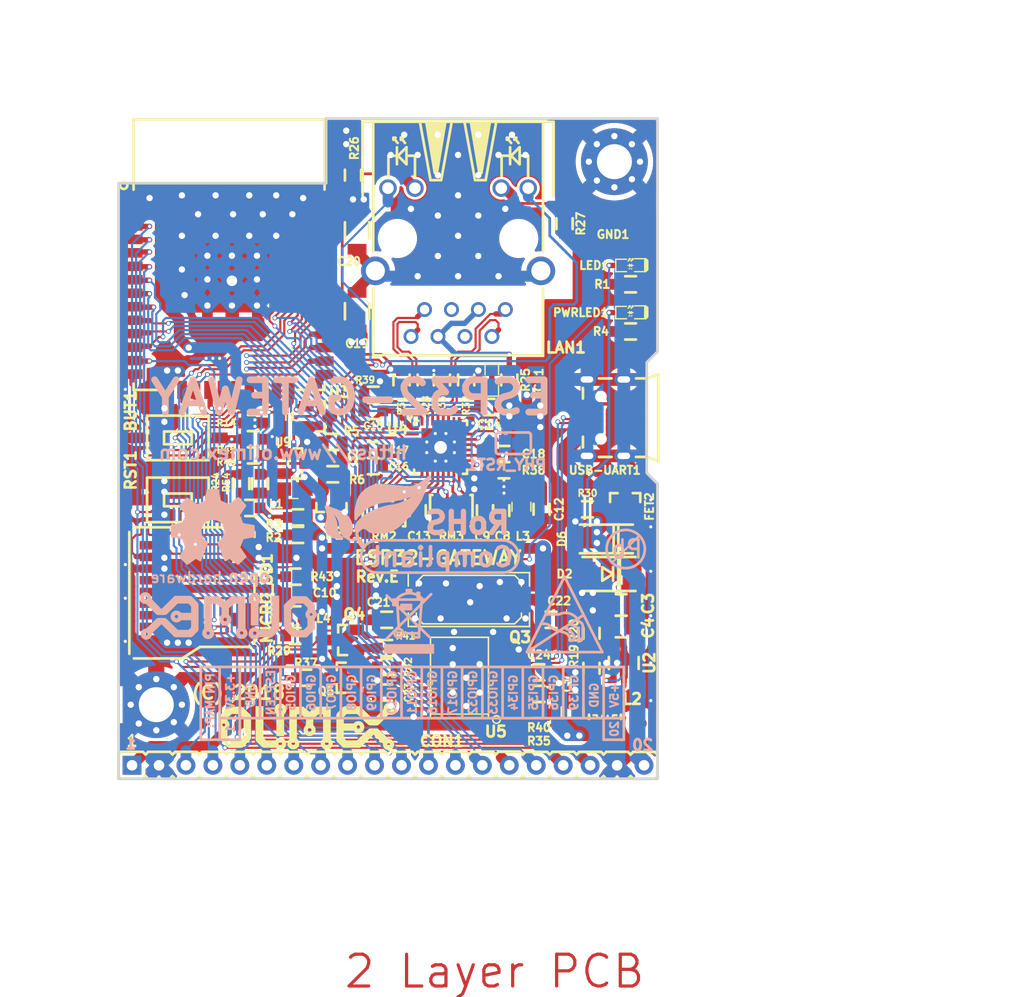
<source format=kicad_pcb>
(kicad_pcb (version 20221018) (generator pcbnew)
  (title_block (title "ESP32-GATEWAY") (date "2018-08-03") (rev "E") (company "OLIMEX Ltd.") (comment 1 "https://www.olimex.com"))
  (layers (0 "F.Cu" mixed) (31 "B.Cu" mixed) (34 "B.Paste" user) (35 "F.Paste" user) (36 "B.SilkS" user "B.Silkscreen") (37 "F.SilkS" user "F.Silkscreen") (38 "B.Mask" user) (39 "F.Mask" user) (44 "Edge.Cuts" user))
  (net 0 "")
  (net 1 "+5V")
  (net 2 "GND")
  (net 3 "Net-(BUT1-Pad2)")
  (net 4 "/GPI34/BUT1")
  (net 5 "+3V3")
  (net 6 "Net-(C10-Pad1)")
  (net 7 "Net-(C11-Pad1)")
  (net 8 "Net-(C18-Pad2)")
  (net 9 "/GPIO3/U0RXD")
  (net 10 "/ESP_EN")
  (net 11 "/GPIO25/EMAC_RXD0(RMII)")
  (net 12 "/GPIO19/EMAC_TXD0(RMII)")
  (net 13 "/GPIO26/EMAC_RXD1(RMII)")
  (net 14 "/GPIO9/SD_DATA2")
  (net 15 "/GPIO8/SD_DATA1")
  (net 16 "/GPIO6/SD_CLK")
  (net 17 "/GPIO7/SD_DATA0")
  (net 18 "/GPIO1/U0TXD")
  (net 19 "/GPIO10/SD_DATA3")
  (net 20 "/GPIO11/SD_CMD")
  (net 21 "Net-(L2-Pad1)")
  (net 22 "Net-(R19-Pad1)")
  (net 23 "Net-(R39-Pad1)")
  (net 24 "/PHYAD0")
  (net 25 "/PHYAD1")
  (net 26 "/PHYAD2")
  (net 27 "/RMIISEL")
  (net 28 "/VDD1A-2A")
  (net 29 "/VDDCR")
  (net 30 "/GPIO22/EMAC_TXD1(RMII)")
  (net 31 "/GPIO21/EMAC_TX_EN(RMII)")
  (net 32 "Net-(MICRO_SD1-Pad5)")
  (net 33 "Net-(LAN1-Pad1)")
  (net 34 "Net-(LAN1-Pad2)")
  (net 35 "Net-(LAN1-Pad7)")
  (net 36 "Net-(LAN1-Pad8)")
  (net 37 "Net-(LAN1-PadAG1)")
  (net 38 "Net-(LAN1-PadAY1)")
  (net 39 "Net-(LAN1-PadKG1)")
  (net 40 "Net-(LAN1-PadKY1)")
  (net 41 "Net-(C19-Pad1)")
  (net 42 "Net-(C21-Pad1)")
  (net 43 "Net-(C22-Pad1)")
  (net 44 "/GPIO23/MDC(RMII)")
  (net 45 "/GPIO27/EMAC_RX_CRS_DV")
  (net 46 "/GPIO2/HS2_DATA0")
  (net 47 "/GPIO14/HS2_CLK")
  (net 48 "/GPIO15/HS2_CMD")
  (net 49 "/GPIO18/MDIO(RMII)")
  (net 50 "/+5V_USB")
  (net 51 "Net-(Q4-Pad2)")
  (net 52 "Net-(Q4-Pad1)")
  (net 53 "Net-(Q5-Pad2)")
  (net 54 "Net-(Q5-Pad1)")
  (net 55 "Net-(R35-Pad1)")
  (net 56 "Net-(R40-Pad1)")
  (net 57 "Net-(U3-Pad32)")
  (net 58 "Net-(U4-Pad4)")
  (net 59 "Net-(U4-Pad14)")
  (net 60 "Net-(U4-Pad18)")
  (net 61 "Net-(U4-Pad20)")
  (net 62 "Net-(U4-Pad26)")
  (net 63 "Net-(U5-Pad6)")
  (net 64 "Net-(U5-Pad7)")
  (net 65 "Net-(U5-Pad11)")
  (net 66 "Net-(U5-Pad12)")
  (net 67 "Net-(U5-Pad13)")
  (net 68 "Net-(U5-Pad14)")
  (net 69 "Net-(U5-Pad17)")
  (net 70 "Net-(USB-UART1-Pad4)")
  (net 71 "Net-(PWRLED1-Pad1)")
  (net 72 "Net-(Q5-Pad3)")
  (net 73 "Net-(MICRO_SD1-Pad7)")
  (net 74 "/D_Com")
  (net 75 "/GPI35")
  (net 76 "+5V_EXT")
  (net 77 "/GPIO16")
  (net 78 "/GPI39")
  (net 79 "/GPI36")
  (net 80 "/GPIO4/HS2_DATA1")
  (net 81 "/GPIO13/HS2_DATA3")
  (net 82 "/GPIO12/HS2_DATA2")
  (net 83 "/GPIO32")
  (net 84 "Net-(LED1-Pad1)")
  (net 85 "/GPIO33/LED")
  (net 86 "+3.3VLAN")
  (net 87 "/GPIO17/EMAC_CLK_OUT_180")
  (net 88 "/GPIO5/PHY_PWR")
  (net 89 "/GPIO0")
  (net 90 "Net-(C2-Pad2)")
  (net 91 "Net-(R5-Pad2)")
  (footprint "OLIMEX_Other-FP:Mounting_hole_Shield_3.3mm" (layer "F.Cu") (at 73.152 122.301)
    (fp_text reference "MH1" hide)
    (fp_text value "Mounting_hole_Shield_3.3mm" hide)
  )
  (footprint "OLIMEX_RLC-FP:C_0805_5MIL_DWS" (layer "F.Cu") (at 112.395 123.063 90)
    (fp_text reference "C1")
    (fp_text value "47uF/6.3V/20%/X5R/C0805")
  )
  (footprint "OLIMEX_RLC-FP:C_0603_5MIL_DWS" (layer "F.Cu") (at 105.664 104.013 90)
    (fp_text reference "C8")
    (fp_text value "22uF/6.3V/20%/X5R/C0603")
  )
  (footprint "OLIMEX_RLC-FP:C_0603_5MIL_DWS" (layer "F.Cu") (at 104.14 104.013 90)
    (fp_text reference "C9")
    (fp_text value "22uF/6.3V/20%/X5R/C0603")
  )
  (footprint "OLIMEX_RLC-FP:C_0805_5MIL_DWS" (layer "F.Cu") (at 86.233 112.014)
    (fp_text reference "C10")
    (fp_text value "47uF/6.3V/20%/X5R/C0805")
  )
  (footprint "OLIMEX_RLC-FP:C_0603_5MIL_DWS" (layer "F.Cu") (at 106.426 91.694 -90)
    (fp_text reference "C11")
    (fp_text value "100nF/50V/20%/Y5V/C0603")
  )
  (footprint "OLIMEX_RLC-FP:C_0603_5MIL_DWS" (layer "F.Cu") (at 109.474 103.886 -90)
    (fp_text reference "C12")
    (fp_text value "22uF/6.3V/20%/X5R/C0603")
  )
  (footprint "OLIMEX_RLC-FP:C_0603_5MIL_DWS" (layer "F.Cu") (at 97.79 104.013 -90)
    (fp_text reference "C13")
    (fp_text value "100nF/50V/20%/Y5V/C0603")
  )
  (footprint "OLIMEX_RLC-FP:C_0603_5MIL_DWS" (layer "F.Cu") (at 104.521 94.234)
    (fp_text reference "C14")
    (fp_text value "100nF/50V/20%/Y5V/C0603")
  )
  (footprint "OLIMEX_RLC-FP:C_0603_5MIL_DWS" (layer "F.Cu") (at 93.599 94.615 180)
    (fp_text reference "C15")
    (fp_text value "100nF/50V/20%/Y5V/C0603")
  )
  (footprint "OLIMEX_RLC-FP:C_0603_5MIL_DWS" (layer "F.Cu") (at 93.599 99.822 180)
    (fp_text reference "C16")
    (fp_text value "2.2uF/6.3V/10%/X5R/C0603")
  )
  (footprint "OLIMEX_RLC-FP:C_0603_5MIL_DWS" (layer "F.Cu") (at 93.599 98.298 180)
    (fp_text reference "C17")
    (fp_text value "100nF/50V/20%/Y5V/C0603")
  )
  (footprint "OLIMEX_RLC-FP:C_0603_5MIL_DWS" (layer "F.Cu") (at 105.918 98.679 180)
    (fp_text reference "C18")
    (fp_text value "NA(10uF/6.3V/20%/X5R/C0603)")
  )
  (footprint "OLIMEX_Other-FP:TESTPAD_40-ROUND" (layer "F.Cu") (at 118.872 77.978)
    (fp_text reference "GND1")
    (fp_text value "TESTPAD" hide)
  )
  (footprint "OLIMEX_RLC-FP:CD32" (layer "F.Cu") (at 115.443 123.444 -90)
    (fp_text reference "L2")
    (fp_text value "2.2uH/1.5A/DCR<0.1R/CD32")
  )
  (footprint "OLIMEX_RLC-FP:L_0805_5MIL_DWS" (layer "F.Cu") (at 107.569 103.632 90)
    (fp_text reference "L3")
    (fp_text value "FB0805/600R/2A")
  )
  (footprint "OLIMEX_RLC-FP:L_0805_5MIL_DWS" (layer "F.Cu") (at 86.233 113.919 180)
    (fp_text reference "L4")
    (fp_text value "FB0805/600R/2A")
  )
  (footprint "OLIMEX_LEDs-FP:LED_0603_KA" (layer "F.Cu") (at 117.856 85.344 180)
    (fp_text reference "PWRLED1")
    (fp_text value "LED/RED/0603")
  )
  (footprint "OLIMEX_RLC-FP:R_0603_5MIL_DWS" (layer "F.Cu") (at 82.296 95.758)
    (fp_text reference "R14")
    (fp_text value "220R/R0603")
  )
  (footprint "OLIMEX_RLC-FP:R_0603_5MIL_DWS" (layer "F.Cu") (at 82.042 103.759 180)
    (fp_text reference "R16")
    (fp_text value "220R/R0603")
  )
  (footprint "OLIMEX_RLC-FP:R_0603_5MIL_DWS" (layer "F.Cu") (at 81.153 101.473 90)
    (fp_text reference "R24")
    (fp_text value "1k/R0603")
  )
  (footprint "OLIMEX_RLC-FP:0R_0603" (layer "F.Cu") (at 104.775 91.694 90)
    (fp_text reference "R25")
    (fp_text value "0R(board_mounted)")
  )
  (footprint "OLIMEX_RLC-FP:R_0603_5MIL_DWS" (layer "F.Cu") (at 91.694 72.39 90)
    (fp_text reference "R26")
    (fp_text value "330R/R0603")
  )
  (footprint "OLIMEX_RLC-FP:R_0603_5MIL_DWS" (layer "F.Cu") (at 111.633 76.962 -90)
    (fp_text reference "R27")
    (fp_text value "330R/R0603")
  )
  (footprint "OLIMEX_RLC-FP:R_0603_5MIL_DWS" (layer "F.Cu") (at 98.552 91.694 -90)
    (fp_text reference "R28")
    (fp_text value "49.9R/1%/R0603")
  )
  (footprint "OLIMEX_RLC-FP:R_0603_5MIL_DWS" (layer "F.Cu") (at 86.233 115.824 180)
    (fp_text reference "R29")
    (fp_text value "10k/R0603")
  )
  (footprint "OLIMEX_RLC-FP:R_0603_5MIL_DWS" (layer "F.Cu") (at 96.266 91.694 -90)
    (fp_text reference "R31")
    (fp_text value "49.9R/1%/R0603")
  )
  (footprint "OLIMEX_RLC-FP:R_0603_5MIL_DWS" (layer "F.Cu") (at 102.362 91.694 -90)
    (fp_text reference "R32")
    (fp_text value "49.9R/1%/R0603")
  )
  (footprint "OLIMEX_RLC-FP:R_0603_5MIL_DWS" (layer "F.Cu") (at 100.076 91.694 -90)
    (fp_text reference "R33")
    (fp_text value "49.9R/1%/R0603")
  )
  (footprint "OLIMEX_RLC-FP:R_0603_5MIL_DWS" (layer "F.Cu") (at 109.22 122.809)
    (fp_text reference "R35")
    (fp_text value "220R/R0603")
  )
  (footprint "OLIMEX_RLC-FP:R_0603_5MIL_DWS" (layer "F.Cu") (at 105.918 100.203)
    (fp_text reference "R38")
    (fp_text value "10k/R0603")
  )
  (footprint "OLIMEX_RLC-FP:R_0603_5MIL_DWS" (layer "F.Cu") (at 93.599 93.091 180)
    (fp_text reference "R39")
    (fp_text value "12.1k/1%/R0603")
  )
  (footprint "OLIMEX_RLC-FP:R_0603_5MIL_DWS" (layer "F.Cu") (at 109.22 121.285)
    (fp_text reference "R40")
    (fp_text value "220R/R0603")
  )
  (footprint "OLIMEX_RLC-FP:R_0603_5MIL_DWS" (layer "F.Cu") (at 94.869 116.967 180)
    (fp_text reference "R41")
    (fp_text value "1k/R0603")
  )
  (footprint "OLIMEX_RLC-FP:R_MATRIX_4" (layer "F.Cu") (at 94.615 104.013)
    (fp_text reference "RM2")
    (fp_text value "RA1206_(4X0603)_4B8_2.2k")
  )
  (footprint "OLIMEX_RLC-FP:R_MATRIX_4" (layer "F.Cu") (at 100.965 104.013 180)
    (fp_text reference "RM3")
    (fp_text value "RA1206_(4X0603)_4B8_2.2k")
  )
  (footprint "OLIMEX_Regulators-FP:SOT-23-5" (layer "F.Cu") (at 117.221 118.364 -90)
    (fp_text reference "U2")
    (fp_text value "SY8089AAAC(SOT23-5)")
  )
  (footprint "OLIMEX_Cases-FP:ESP-WROOM-32_MODULE" (layer "F.Cu") (at 80.01 79.883)
    (fp_text reference "U3")
    (fp_text value "ESP-WROOM-32")
  )
  (footprint "OLIMEX_IC-FP:QFN32_EP(33)_5.00x5.00x0.90mm_Pitch_0.50mm" (layer "F.Cu") (at 99.949 98.044 -90)
    (fp_text reference "U4")
    (fp_text value "LAN8710A-EZC(QFN32)")
  )
  (footprint "OLIMEX_Connectors-FP:TFC-WXCP11-08-LF" (layer "F.Cu") (at 76.327 111.125 180)
    (fp_text reference "MICRO_SD1")
    (fp_text value "TFC-WXCP11-08-LF")
  )
  (footprint "OLIMEX_RLC-FP:R_0603_5MIL_DWS" (layer "F.Cu") (at 86.233 110.236 180)
    (fp_text reference "R43")
    (fp_text value "10R/R0603")
  )
  (footprint "OLIMEX_Buttons-FP:T1107A(6x3,8x2,5MM)" (layer "F.Cu") (at 75.184 97.155 180)
    (fp_text reference "BUT1")
    (fp_text value "T1107A(6x3,8x2,5MM)")
  )
  (footprint "OLIMEX_Buttons-FP:T1107A(6x3,8x2,5MM)" (layer "F.Cu") (at 75.184 102.997 180)
    (fp_text reference "RST1")
    (fp_text value "T1107A(6x3,8x2,5MM)")
  )
  (footprint "OLIMEX_Connectors-FP:RJLBC-060TC1" (layer "F.Cu") (at 101.6 78.359 180)
    (fp_text reference "LAN1")
    (fp_text value "RJLD-060TC1(LPJ4013EDNL)")
  )
  (footprint "OLIMEX_RLC-FP:C_1206_5MIL_DWS_ISO" (layer "F.Cu") (at 92.075 85.217 -90)
    (fp_text reference "C19")
    (fp_text value "1nF/2000V/10%/X7R/C1206")
  )
  (footprint "OLIMEX_RLC-FP:C_1206_5MIL_DWS_ISO" (layer "F.Cu") (at 92.075 77.597 90)
    (fp_text reference "C20")
    (fp_text value "NA(1nF/2000V/10%/X7R/C1206)")
  )
  (footprint "OLIMEX_Other-FP:Fiducial1x3" (layer "F.Cu") (at 77.47 124.079)
    (fp_text reference "")
    (fp_text value "")
  )
  (footprint "OLIMEX_Other-FP:Fiducial1x3" (layer "F.Cu") (at 118.872 75.057)
    (fp_text reference "")
    (fp_text value "")
  )
  (footprint "OLIMEX_RLC-FP:R_0603_5MIL_DWS" (layer "F.Cu") (at 117.856 87.122 180)
    (fp_text reference "R4")
    (fp_text value "2.2k/R0603")
  )
  (footprint "OLIMEX_RLC-FP:R_0603_5MIL_DWS" (layer "F.Cu") (at 114.173 118.872 -90)
    (fp_text reference "R19")
    (fp_text value "4.99k/1%/R0603")
  )
  (footprint "OLIMEX_RLC-FP:R_0603_5MIL_DWS" (layer "F.Cu") (at 114.173 115.57 90)
    (fp_text reference "R20")
    (fp_text value "1.1k/1%/R0603")
  )
  (footprint "OLIMEX_RLC-FP:C_0603_5MIL_DWS" (layer "F.Cu") (at 94.869 114.3 180)
    (fp_text reference "C21")
    (fp_text value "27pF/50V/5%/C0G/C0603")
  )
  (footprint "OLIMEX_RLC-FP:C_0603_5MIL_DWS" (layer "F.Cu") (at 110.363 114.3)
    (fp_text reference "C22")
    (fp_text value "27pF/50V/5%/C0G/C0603")
  )
  (footprint "OLIMEX_RLC-FP:C_0603_5MIL_DWS" (layer "F.Cu") (at 94.869 121.158 180)
    (fp_text reference "C23")
    (fp_text value "22uF/6.3V/20%/X5R/C0603")
  )
  (footprint "OLIMEX_RLC-FP:C_0603_5MIL_DWS" (layer "F.Cu") (at 109.22 119.253)
    (fp_text reference "C24")
    (fp_text value "100nF/50V/20%/Y5V/C0603")
  )
  (footprint "OLIMEX_Diodes-FP:SMA-KA" (layer "F.Cu") (at 115.57 106.68 180)
    (fp_text reference "D6")
    (fp_text value "1N5822/SS34/SMA")
  )
  (footprint "OLIMEX_Transistors-FP:SOT23" (layer "F.Cu") (at 117.348 102.997 -90)
    (fp_text reference "FET2")
    (fp_text value "WPM2015-3/TR")
  )
  (footprint "OLIMEX_Crystal-FP:Q_49U3HMS" (layer "F.Cu") (at 102.616 112.395)
    (fp_text reference "Q3")
    (fp_text value "Q12MHz/20pF/30ppm/2P/HC-49SM(SMD)")
  )
  (footprint "OLIMEX_Transistors-FP:SOT23" (layer "F.Cu") (at 90.932 116.205)
    (fp_text reference "Q4")
    (fp_text value "BC817-40(SOT23)")
  )
  (footprint "OLIMEX_RLC-FP:R_0603_5MIL_DWS" (layer "F.Cu") (at 113.792 103.886 180)
    (fp_text reference "R30")
    (fp_text value "10k/R0603")
  )
  (footprint "OLIMEX_RLC-FP:R_0603_5MIL_DWS" (layer "F.Cu") (at 94.869 118.745 180)
    (fp_text reference "R42")
    (fp_text value "1k/R0603")
  )
  (footprint "OLIMEX_RLC-FP:R_0603_5MIL_DWS" (layer "F.Cu") (at 82.296 97.282 180)
    (fp_text reference "R45")
    (fp_text value "10k/R0603")
  )
  (footprint "OLIMEX_RLC-FP:R_0603_5MIL_DWS" (layer "F.Cu") (at 82.296 98.806)
    (fp_text reference "R46")
    (fp_text value "NA/R0603")
  )
  (footprint "OLIMEX_RLC-FP:R_0603_5MIL_DWS" (layer "F.Cu") (at 82.931 101.473 -90)
    (fp_text reference "R54")
    (fp_text value "NA/R0603")
  )
  (footprint "OLIMEX_IC-FP:SSOP-20W" (layer "F.Cu") (at 101.727 119.761 90)
    (fp_text reference "U5")
    (fp_text value "CH340T(SSOP20W)")
  )
  (footprint "OLIMEX_RLC-FP:C_0805_5MIL_DWS" (layer "F.Cu") (at 116.967 112.903 180)
    (fp_text reference "C3")
    (fp_text value "47uF/6.3V/20%/X5R/C0805")
  )
  (footprint "OLIMEX_RLC-FP:C_0805_5MIL_DWS" (layer "F.Cu") (at 116.967 114.935 180)
    (fp_text reference "C4")
    (fp_text value "47uF/6.3V/20%/X5R/C0805")
  )
  (footprint "OLIMEX_RLC-FP:R_0603_5MIL_DWS" (layer "F.Cu") (at 87.249 119.761 180)
    (fp_text reference "R37")
    (fp_text value "220R/R0603")
  )
  (footprint "OLIMEX_Diodes-FP:SOT23-3" (layer "F.Cu") (at 86.233 99.568 180)
    (fp_text reference "U9")
    (fp_text value "BAT54C(SOT23-3)")
  )
  (footprint "OLIMEX_Other-FP:Mounting_hole_Shield_3.3mm" (layer "F.Cu") (at 116.332 71.12)
    (fp_text reference "MH2" hide)
    (fp_text value "Mounting_hole_Shield_3.3mm" hide)
  )
  (footprint "OLIMEX_Connectors-FP:USB-MICRO_MISB-SWMM-5B_LF" (layer "F.Cu") (at 116.967 95.25)
    (fp_text reference "USB-UART1")
    (fp_text value "MISB-SWMM-5B-LF(USB_MICRO)")
  )
  (footprint "OLIMEX_Connectors-FP:HN1x20" (layer "F.Cu") (at 94.996 128.016)
    (fp_text reference "CON1")
    (fp_text value "NA(NH1x20)")
  )
  (footprint "OLIMEX_Other-FP:Fiducial1x3" (layer "F.Cu") (at 118.872 124.079)
    (fp_text reference "")
    (fp_text value "")
  )
  (footprint "OLIMEX_LEDs-FP:LED_0603_KA" (layer "F.Cu") (at 117.856 80.899 180)
    (fp_text reference "LED1")
    (fp_text value "LED/GREEN/0603")
  )
  (footprint "OLIMEX_RLC-FP:R_0603_5MIL_DWS" (layer "F.Cu") (at 117.856 82.677)
    (fp_text reference "R1")
    (fp_text value "2.2k/R0603")
  )
  (footprint "OLIMEX_RLC-FP:R_0603_5MIL_DWS" (layer "F.Cu") (at 86.487 106.299 180)
    (fp_text reference "R2")
    (fp_text value "2.2k/R0603")
  )
  (footprint "OLIMEX_RLC-FP:R_0603_5MIL_DWS" (layer "F.Cu") (at 86.487 104.648 180)
    (fp_text reference "R3")
    (fp_text value "2.2k/R0603")
  )
  (footprint "OLIMEX_Diodes-FP:DO214AA_1(K)-2(A)" (layer "F.Cu") (at 115.824 109.982 180)
    (fp_text reference "D2")
    (fp_text value "SMBJ6.0A(DO-214AA)")
  )
  (footprint "OLIMEX_Transistors-FP:SOT23" (layer "F.Cu") (at 89.662 103.505 90)
    (fp_text reference "FET1")
    (fp_text value "WPM2015-3/TR")
  )
  (footprint "OLIMEX_RLC-FP:R_0603_5MIL_DWS" (layer "F.Cu") (at 89.789 97.536 180)
    (fp_text reference "R5")
    (fp_text value "1k/R0603")
  )
  (footprint "OLIMEX_RLC-FP:L_0805_5MIL_DWS" (layer "F.Cu") (at 86.106 101.981)
    (fp_text reference "L1")
    (fp_text value "NA(FB0805/600R/2A)")
  )
  (footprint "OLIMEX_RLC-FP:R_0603_5MIL_DWS" (layer "F.Cu") (at 89.788999 100.584)
    (fp_text reference "R6")
    (fp_text value "10k/R0603")
  )
  (footprint "OLIMEX_Transistors-FP:SOT23" (layer "F.Cu") (at 88.392 95.123 180)
    (fp_text reference "T1")
    (fp_text value "DTC114YKA")
  )
  (footprint "OLIMEX_RLC-FP:C_0603_5MIL_DWS" (layer "F.Cu") (at 89.788999 99.06)
    (fp_text reference "C2")
    (fp_text value "NA/C0603")
  )
  (footprint "OLIMEX_Transistors-FP:SOT23" (layer "F.Cu") (at 90.805 119.761)
    (fp_text reference "Q5")
    (fp_text value "BC817-40(SOT23)")
  )
  (footprint "OLIMEX_LOGOs-FP:OLIMEX_LOGO_TB" (layer "F.Cu") (at 87.503 124.333)
    (fp_text reference "" hide)
    (fp_text value "" hide)
  )
  (footprint "OLIMEX_Jumpers-FP:SJ" (layer "B.Cu") (at 106.807 97.663 180)
    (fp_text reference "PHY_RST1")
    (fp_text value "Opened")
  )
  (footprint "OLIMEX_LOGOs-FP:LOGO_ANTISTATIC_1" (layer "B.Cu") (at 115.189 117.348 180)
    (fp_text reference "Ref**" hide)
    (fp_text value "Val**" hide)
  )
  (footprint "OLIMEX_LOGOs-FP:LOGO_OPENHARDWARE_8x8" (layer "B.Cu") (at 78.486 106.045 180)
    (fp_text reference "" hide)
    (fp_text value "" hide)
  )
  (footprint "OLIMEX_LOGOs-FP:LOGO_PBFREE" (layer "B.Cu") (at 117.602 107.315)
    (fp_text reference "")
    (fp_text value "")
  )
  (footprint "OLIMEX_LOGOs-FP:LOGO_RECYCLEBIN_1" (layer "B.Cu") (at 99.314 117.475 180)
    (fp_text reference "" hide)
    (fp_text value "" hide)
  )
  (footprint "OLIMEX_LOGOs-FP:LOGO_ROHS_1" (layer "B.Cu") (at 106.299 109.22 180)
    (fp_text reference "Ref**" hide)
    (fp_text value "Val**" hide)
  )
  (footprint "OLIMEX_LOGOs-FP:OLIMEX_LOGO_TB" (layer "B.Cu") (at 79.756 113.919 180)
    (fp_text reference "" hide)
    (fp_text value "" hide)
  )
  (gr_line (start 115.316 118.745) (end 115.316 123.571) (stroke (width 0.254)) (layer "B.SilkS"))
  (gr_line (start 117.221 118.745) (end 117.221 123.571) (stroke (width 0.254)) (layer "B.SilkS"))
  (gr_line (start 90.551 118.745) (end 90.551 123.571) (stroke (width 0.254)) (layer "B.SilkS"))
  (gr_line (start 103.886 118.745) (end 103.886 123.571) (stroke (width 0.254)) (layer "B.SilkS"))
  (gr_line (start 86.741 118.745) (end 86.741 123.571) (stroke (width 0.254)) (layer "B.SilkS"))
  (gr_line (start 117.221 123.571) (end 79.121 123.571) (stroke (width 0.254)) (layer "B.SilkS"))
  (gr_line (start 113.411 118.745) (end 113.411 123.571) (stroke (width 0.254)) (layer "B.SilkS"))
  (gr_line (start 96.266 118.745) (end 96.266 123.571) (stroke (width 0.254)) (layer "B.SilkS"))
  (gr_line (start 101.981 118.745) (end 101.981 123.571) (stroke (width 0.254)) (layer "B.SilkS"))
  (gr_line (start 100.076 118.745) (end 100.076 123.571) (stroke (width 0.254)) (layer "B.SilkS"))
  (gr_line (start 117.221 123.571) (end 117.221 125.603) (stroke (width 0.254)) (layer "B.SilkS"))
  (gr_line (start 92.456 118.745) (end 92.456 123.571) (stroke (width 0.254)) (layer "B.SilkS"))
  (gr_line (start 84.836 118.745) (end 84.836 123.571) (stroke (width 0.254)) (layer "B.SilkS"))
  (gr_line (start 105.791 118.745) (end 105.791 123.571) (stroke (width 0.254)) (layer "B.SilkS"))
  (gr_line (start 117.221 125.603) (end 115.316 125.603) (stroke (width 0.254)) (layer "B.SilkS"))
  (gr_line (start 107.696 118.745) (end 107.696 123.571) (stroke (width 0.254)) (layer "B.SilkS"))
  (gr_line (start 81.026 123.698) (end 81.026 125.603) (stroke (width 0.254)) (layer "B.SilkS"))
  (gr_line (start 109.601 118.745) (end 109.601 123.571) (stroke (width 0.254)) (layer "B.SilkS"))
  (gr_line (start 98.171 118.745) (end 98.171 123.571) (stroke (width 0.254)) (layer "B.SilkS"))
  (gr_line (start 115.316 125.603) (end 115.316 123.571) (stroke (width 0.254)) (layer "B.SilkS"))
  (gr_line (start 117.221 118.745) (end 77.343 118.745) (stroke (width 0.254)) (layer "B.SilkS"))
  (gr_line (start 111.506 118.745) (end 111.506 123.571) (stroke (width 0.254)) (layer "B.SilkS"))
  (gr_line (start 81.026 118.872) (end 81.026 123.571) (stroke (width 0.254)) (layer "B.SilkS"))
  (gr_line (start 79.121 125.603) (end 79.121 118.745) (stroke (width 0.254)) (layer "B.SilkS"))
  (gr_line (start 77.343 118.745) (end 77.343 125.603) (stroke (width 0.254)) (layer "B.SilkS"))
  (gr_line (start 82.931 118.745) (end 82.931 123.571) (stroke (width 0.254)) (layer "B.SilkS"))
  (gr_line (start 94.361 118.745) (end 94.361 123.571) (stroke (width 0.254)) (layer "B.SilkS"))
  (gr_line (start 77.343 125.603) (end 79.121 125.603) (stroke (width 0.254)) (layer "B.SilkS"))
  (gr_line (start 79.121 125.603) (end 81.026 125.603) (stroke (width 0.254)) (layer "B.SilkS"))
  (gr_line (start 88.646 118.745) (end 88.646 123.571) (stroke (width 0.254)) (layer "B.SilkS"))
  (gr_line (start 120.396 67.056) (end 89.154 67.056) (stroke (width 0.254)) (layer "Edge.Cuts"))
  (gr_line (start 69.596 129.286) (end 120.396 129.286) (stroke (width 0.254)) (layer "Edge.Cuts"))
  (gr_line (start 119.38 90.043) (end 119.38 100.457) (stroke (width 0.254)) (layer "Edge.Cuts"))
  (gr_line (start 119.38 100.457) (end 120.396 101.473) (stroke (width 0.254)) (layer "Edge.Cuts"))
  (gr_line (start 120.396 89.027) (end 119.38 90.043) (stroke (width 0.254)) (layer "Edge.Cuts"))
  (gr_line (start 120.396 67.056) (end 120.396 89.027) (stroke (width 0.254)) (layer "Edge.Cuts"))
  (gr_line (start 69.596 73.152) (end 69.596 129.286) (stroke (width 0.254)) (layer "Edge.Cuts"))
  (gr_line (start 120.396 101.473) (end 120.396 129.286) (stroke (width 0.254)) (layer "Edge.Cuts"))
  (gr_line (start 89.154 73.152) (end 89.154 67.056) (stroke (width 0.254)) (layer "Edge.Cuts"))
  (gr_line (start 69.596 73.152) (end 89.154 73.152) (stroke (width 0.254)) (layer "Edge.Cuts"))
  (gr_text "2 Layer PCB" (at 105.029 147.447) (layer "F.Cu") (effects (font (size 3 3) (thickness 0.3))))
  (gr_text "1" (at 80.137 124.587 90) (layer "B.SilkS") (effects (font (size 0.762 0.762) (thickness 0.1905)) (justify mirror)))
  (gr_text "ESP_EN" (at 83.947 121.158 90) (layer "B.SilkS") (effects (font (size 0.762 0.762) (thickness 0.1905)) (justify mirror)))
  (gr_text "GPIO5" (at 85.852 121.158 90) (layer "B.SilkS") (effects (font (size 0.762 0.762) (thickness 0.1905)) (justify mirror)))
  (gr_text "GPIO6" (at 87.757 121.158 90) (layer "B.SilkS") (effects (font (size 0.762 0.762) (thickness 0.1905)) (justify mirror)))
  (gr_text "GPIO7" (at 89.662 121.158 90) (layer "B.SilkS") (effects (font (size 0.762 0.762) (thickness 0.1905)) (justify mirror)))
  (gr_text "GPIO8" (at 91.567 121.158 90) (layer "B.SilkS") (effects (font (size 0.762 0.762) (thickness 0.1905)) (justify mirror)))
  (gr_text "GPIO9" (at 93.472 121.158 90) (layer "B.SilkS") (effects (font (size 0.762 0.762) (thickness 0.1905)) (justify mirror)))
  (gr_text "GPIO10" (at 95.377 121.158 90) (layer "B.SilkS") (effects (font (size 0.762 0.762) (thickness 0.1905)) (justify mirror)))
  (gr_text "GPIO11" (at 97.282 121.158 90) (layer "B.SilkS") (effects (font (size 0.762 0.762) (thickness 0.1905)) (justify mirror)))
  (gr_text "GPIO16" (at 99.187 121.158 90) (layer "B.SilkS") (effects (font (size 0.762 0.762) (thickness 0.1905)) (justify mirror)))
  (gr_text "GPIO17" (at 101.092 121.158 90) (layer "B.SilkS") (effects (font (size 0.762 0.762) (thickness 0.1905)) (justify mirror)))
  (gr_text "PIN MAP:" (at 78.232 121.92 90) (layer "B.SilkS") (effects (font (size 0.762 0.762) (thickness 0.1905)) (justify mirror)))
  (gr_text "GPIO32" (at 102.997 121.158 90) (layer "B.SilkS") (effects (font (size 0.762 0.762) (thickness 0.1905)) (justify mirror)))
  (gr_text "GPIO33" (at 104.902 121.158 90) (layer "B.SilkS") (effects (font (size 0.762 0.762) (thickness 0.1905)) (justify mirror)))
  (gr_text "GPI34" (at 106.807 121.158 90) (layer "B.SilkS") (effects (font (size 0.762 0.762) (thickness 0.1905)) (justify mirror)))
  (gr_text "GPI35" (at 108.712 121.158 90) (layer "B.SilkS") (effects (font (size 0.762 0.762) (thickness 0.1905)) (justify mirror)))
  (gr_text "GPI36" (at 110.617 121.158 90) (layer "B.SilkS") (effects (font (size 0.762 0.762) (thickness 0.1905)) (justify mirror)))
  (gr_text "GND" (at 114.427 121.412 90) (layer "B.SilkS") (effects (font (size 0.762 0.762) (thickness 0.1905)) (justify mirror)))
  (gr_text "GPI39" (at 112.522 121.158 90) (layer "B.SilkS") (effects (font (size 0.762 0.762) (thickness 0.1905)) (justify mirror)))
  (gr_text "+5V" (at 116.332 121.412 90) (layer "B.SilkS") (effects (font (size 0.762 0.762) (thickness 0.1905)) (justify mirror)))
  (gr_text "20" (at 116.332 124.587 90) (layer "B.SilkS") (effects (font (size 0.762 0.762) (thickness 0.1905)) (justify mirror)))
  (gr_text "20" (at 118.999 126.111) (layer "B.SilkS") (effects (font (size 1.016 1.016) (thickness 0.254)) (justify mirror)))
  (gr_text "ESP32-GATEWAY" (at 91.567 93.345) (layer "B.SilkS") (effects (font (size 3.048 3.048) (thickness 0.635)) (justify mirror)))
  (gr_text "+3.3V" (at 80.137 121.031 90) (layer "B.SilkS") (effects (font (size 0.762 0.762) (thickness 0.1905)) (justify mirror)))
  (gr_text "1" (at 70.739 125.984) (layer "B.SilkS") (effects (font (size 1.016 1.016) (thickness 0.254)) (justify mirror)))
  (gr_text "GND" (at 82.042 121.412 90) (layer "B.SilkS") (effects (font (size 0.762 0.762) (thickness 0.1905)) (justify mirror)))
  (gr_text "https://www.olimex.com" (at 85.09 98.552) (layer "B.SilkS") (effects (font (size 1.27 1.27) (thickness 0.254)) (justify mirror)))
  (gr_text "Rev.E" (at 93.98 110.236) (layer "F.SilkS") (effects (font (size 1.016 1.016) (thickness 0.254))))
  (gr_text "ESP32-GATEWAY\n" (at 99.695 108.458) (layer "F.SilkS") (effects (font (size 1.27 1.27) (thickness 0.254))))
  (gr_text "(C) 2018" (at 80.899 121.158) (layer "F.SilkS") (effects (font (size 1.27 1.27) (thickness 0.254))))
  (gr_text "1" (at 70.866 125.73) (layer "F.SilkS") (effects (font (size 1.016 1.016) (thickness 0.254))))
  (segment (start 118.07 109.913) (end 118.07 106.68) (width 1.524) (layer "F.Cu") (net 1))
  (segment (start 117.983 110) (end 117.983 111.252) (width 1.524) (layer "F.Cu") (net 1))
  (segment (start 115.92 120.015) (end 115.57 120.015) (width 0.508) (layer "F.Cu") (net 1))
  (segment (start 117.983 111.252) (end 117.983 112.903) (width 1.524) (layer "F.Cu") (net 1))
  (segment (start 118.364 104.16794) (end 118.364 104.902) (width 1.016) (layer "F.Cu") (net 1))
  (segment (start 118.364 106.386) (end 118.364 104.902) (width 1.524) (layer "F.Cu") (net 1))
  (segment (start 118.491 116.744) (end 118.491 116.459) (width 0.508) (layer "F.Cu") (net 1))
  (segment (start 118.491 116.459) (end 118.491 115.443) (width 1.27) (layer "F.Cu") (net 1))
  (segment (start 118.491 115.443) (end 117.983 114.935) (width 1.27) (layer "F.Cu") (net 1))
  (segment (start 115.824 85.344) (end 117.094 85.344) (width 0.508) (layer "F.Cu") (net 1))
  (segment (start 118.171 117.064) (end 118.491 116.744) (width 0.508) (layer "F.Cu") (net 1))
  (segment (start 118.001 109.982) (end 118.07 109.913) (width 1.524) (layer "F.Cu") (net 1))
  (segment (start 116.271 119.664) (end 115.92 120.015) (width 0.508) (layer "F.Cu") (net 1))
  (segment (start 117.983 112.903) (end 117.983 114.935) (width 1.524) (layer "F.Cu") (net 1))
  (segment (start 117.983 111.252) (end 116.713 111.252) (width 0.508) (layer "F.Cu") (net 1))
  (segment (start 118.3005 104.10444) (end 118.364 104.16794) (width 1.016) (layer "F.Cu") (net 1))
  (segment (start 118.001 109.982) (end 117.983 110) (width 1.524) (layer "F.Cu") (net 1))
  (segment (start 118.07 106.68) (end 118.364 106.386) (width 1.524) (layer "F.Cu") (net 1))
  (via (at 115.824 85.344) (size 0.45) (drill 0.3) (layers "F.Cu" "B.Cu") (net 1))
  (via (at 116.713 111.252) (size 0.45) (drill 0.3) (layers "F.Cu" "B.Cu") (net 1))
  (via (at 115.57 120.015) (size 0.45) (drill 0.3) (layers "F.Cu" "B.Cu") (net 1))
  (segment (start 115.57 120.015) (end 116.713 120.015) (width 0.2032) (layer "B.Cu") (net 1))
  (segment (start 116.713 120.015) (end 117.348 119.38) (width 0.2032) (layer "B.Cu") (net 1))
  (segment (start 116.713 111.252) (end 117.348 111.887) (width 0.2032) (layer "B.Cu") (net 1))
  (segment (start 116.713 110.49) (end 113.792 107.569) (width 0.254) (layer "B.Cu") (net 1))
  (segment (start 113.792 107.569) (end 113.792 101.092) (width 0.254) (layer "B.Cu") (net 1))
  (segment (start 115.824 99.06) (end 115.824 85.344) (width 0.254) (layer "B.Cu") (net 1))
  (segment (start 113.792 101.092) (end 115.824 99.06) (width 0.254) (layer "B.Cu") (net 1))
  (segment (start 117.348 111.887) (end 117.348 119.38) (width 0.2032) (layer "B.Cu") (net 1))
  (segment (start 116.713 111.252) (end 116.713 110.49) (width 0.254) (layer "B.Cu") (net 1))
  (segment (start 72.433 74.633) (end 72.517 74.549) (width 0.762) (layer "F.Cu") (net 2))
  (segment (start 87.119 74.673) (end 86.995 74.549) (width 1.016) (layer "F.Cu") (net 2))
  (segment (start 81.82 108.458) (end 82.804 108.458) (width 1.016) (layer "F.Cu") (net 2))
  (segment (start 90.17 111.125) (end 90.17 112.141) (width 1.016) (layer "F.Cu") (net 2))
  (segment (start 109.855 110.109) (end 107.569 110.109) (width 1.016) (layer "F.Cu") (net 2))
  (segment (start 93.726 121.158) (end 93.98 121.158) (width 0.254) (layer "F.Cu") (net 2))
  (segment (start 103.987 118.136) (end 103.632 118.491) (width 0.4064) (layer "F.Cu") (net 2))
  (segment (start 103.632 111.125) (end 103.632 110.109) (width 1.016) (layer "F.Cu") (net 2))
  (segment (start 103.632 110.109) (end 103.632 110.363) (width 1.016) (layer "F.Cu") (net 2))
  (segment (start 103.632 110.363) (end 103.632 110.109) (width 1.016) (layer "F.Cu") (net 2))
  (segment (start 103.632 110.109) (end 100.457 110.109) (width 1.016) (layer "F.Cu") (net 2))
  (segment (start 106.273 118.136) (end 107.315 117.094) (width 0.254) (layer "F.Cu") (net 2))
  (segment (start 97.409 123.825) (end 100.965 123.825) (width 1.016) (layer "F.Cu") (net 2))
  (segment (start 100.965 123.825) (end 102.362 122.428) (width 1.016) (layer "F.Cu") (net 2))
  (segment (start 94.234 91.821) (end 93.472 91.821) (width 0.762) (layer "F.Cu") (net 2))
  (segment (start 93.472 91.821) (end 92.71 92.583) (width 0.762) (layer "F.Cu") (net 2))
  (segment (start 91.694 75.438) (end 91.694 74.676) (width 1.016) (layer "F.Cu") (net 2))
  (segment (start 92.71 74.676) (end 92.71 75.184) (width 1.016) (layer "F.Cu") (net 2))
  (segment (start 92.71 75.184) (end 92.075 75.819) (width 1.016) (layer "F.Cu") (net 2))
  (segment (start 92.71 101.854) (end 92.329 102.235) (width 0.762) (layer "F.Cu") (net 2))
  (segment (start 92.329 102.235) (end 92.329 104.267) (width 0.762) (layer "F.Cu") (net 2))
  (segment (start 92.329 104.267) (end 92.329 104.775) (width 0.762) (layer "F.Cu") (net 2))
  (segment (start 91.567 87.503) (end 91.567 88.138) (width 1.016) (layer "F.Cu") (net 2))
  (segment (start 105.537 94.107) (end 106.426 94.107) (width 0.762) (layer "F.Cu") (net 2))
  (segment (start 102.715 96.294) (end 102.997 96.012) (width 0.254) (layer "F.Cu") (net 2))
  (segment (start 102.997 96.012) (end 102.997 95.758) (width 0.254) (layer "F.Cu") (net 2))
  (segment (start 101.789 95.504) (end 102.362 95.504) (width 0.254) (layer "F.Cu") (net 2))
  (segment (start 106.68 98.552) (end 106.68 95.377) (width 0.508) (layer "F.Cu") (net 2))
  (segment (start 106.68 95.377) (end 106.426 95.123) (width 0.508) (layer "F.Cu") (net 2))
  (segment (start 98.044 104.648) (end 98.806 104.648) (width 0.508) (layer "F.Cu") (net 2))
  (segment (start 99.568 104.648) (end 98.806 104.648) (width 0.508) (layer "F.Cu") (net 2))
  (segment (start 104.14 101.981) (end 103.124 101.981) (width 1.016) (layer "F.Cu") (net 2))
  (segment (start 76.7588 89.8652) (end 77.9696 88.6544) (width 1.016) (layer "F.Cu") (net 2))
  (segment (start 74.31 90.947) (end 74.168 90.805) (width 1.016) (layer "F.Cu") (net 2))
  (segment (start 74.056 94.219) (end 73.914 94.361) (width 1.016) (layer "F.Cu") (net 2))
  (segment (start 73.914 95.631) (end 73.914 94.361) (width 1.016) (layer "F.Cu") (net 2))
  (segment (start 79.248 109.474) (end 73.914 109.474) (width 1.016) (layer "F.Cu") (net 2))
  (segment (start 72.328 109.474) (end 73.914 109.474) (width 0.762) (layer "F.Cu") (net 2))
  (segment (start 82.35 107.442) (end 82.804 107.442) (width 1.016) (layer "F.Cu") (net 2))
  (segment (start 75.184 116.459) (end 74.168 116.459) (width 1.016) (layer "F.Cu") (net 2))
  (segment (start 87.376 112.141) (end 90.17 112.141) (width 1.016) (layer "F.Cu") (net 2))
  (segment (start 89.281 109.982) (end 90.17 109.982) (width 1.016) (layer "F.Cu") (net 2))
  (segment (start 95.504 110.109) (end 95.631 110.109) (width 1.016) (layer "F.Cu") (net 2))
  (segment (start 94.615 110.998) (end 93.853 110.998) (width 1.016) (layer "F.Cu") (net 2))
  (segment (start 93.853 112.014) (end 93.853 113.03) (width 1.016) (layer "F.Cu") (net 2))
  (segment (start 86.36 108.458) (end 87.757 108.458) (width 1.016) (layer "F.Cu") (net 2))
  (segment (start 73.914 108.458) (end 73.914 109.474) (width 1.016) (layer "F.Cu") (net 2))
  (segment (start 97.786 122.686) (end 97.536 122.936) (width 0.3048) (layer "F.Cu") (net 2))
  (segment (start 97.536 122.936) (end 97.536 123.317) (width 0.762) (layer "F.Cu") (net 2))
  (segment (start 97.536 123.317) (end 97.409 123.444) (width 0.762) (layer "F.Cu") (net 2))
  (segment (start 93.853 114.3) (end 93.853 113.03) (width 0.762) (layer "F.Cu") (net 2))
  (segment (start 80.264 82.379) (end 80.264 86.868) (width 1.016) (layer "F.Cu") (net 2))
  (segment (start 82.677 84.742) (end 82.677 86.868) (width 1.016) (layer "F.Cu") (net 2))
  (segment (start 81.882 83.947) (end 83.82 83.947) (width 1.016) (layer "F.Cu") (net 2))
  (segment (start 80.585 82.042) (end 84.074 82.042) (width 1.016) (layer "F.Cu") (net 2))
  (segment (start 82.744 79.883) (end 84.328 79.883) (width 1.016) (layer "F.Cu") (net 2))
  (segment (start 80.264 82.329) (end 80.264 77.978) (width 1.016) (layer "F.Cu") (net 2))
  (segment (start 82.804 79.823) (end 82.804 77.851) (width 1.016) (layer "F.Cu") (net 2))
  (segment (start 77.724 79.789) (end 77.724 77.851) (width 1.016) (layer "F.Cu") (net 2))
  (segment (start 77.945 80.01) (end 75.946 80.01) (width 1.016) (layer "F.Cu") (net 2))
  (segment (start 80.231 82.296) (end 76.073 82.296) (width 1.016) (layer "F.Cu") (net 2))
  (segment (start 77.791 84.836) (end 76.327 84.836) (width 1.016) (layer "F.Cu") (net 2))
  (segment (start 90.297 73.386) (end 90.297 70.231) (width 0.762) (layer "F.Cu") (net 2))
  (segment (start 90.297 70.231) (end 91.059 69.469) (width 0.762) (layer "F.Cu") (net 2))
  (segment (start 94.996 115.316) (end 99.568 115.316) (width 0.4064) (layer "F.Cu") (net 2))
  (segment (start 105.537 110.109) (end 103.632 110.109) (width 1.016) (layer "F.Cu") (net 2))
  (segment (start 107.569 110.744) (end 107.569 110.109) (width 1.016) (layer "F.Cu") (net 2))
  (segment (start 107.569 110.109) (end 107.569 110.363) (width 1.016) (layer "F.Cu") (net 2))
  (segment (start 107.569 110.363) (end 107.569 110.109) (width 1.016) (layer "F.Cu") (net 2))
  (segment (start 107.569 110.109) (end 105.537 110.109) (width 1.016) (layer "F.Cu") (net 2))
  (segment (start 97.917 110.109) (end 95.504 110.109) (width 1.016) (layer "F.Cu") (net 2))
  (segment (start 100.457 110.871) (end 100.457 110.109) (width 1.016) (layer "F.Cu") (net 2))
  (segment (start 100.457 110.109) (end 100.457 110.363) (width 1.016) (layer "F.Cu") (net 2))
  (segment (start 100.457 110.363) (end 100.457 110.109) (width 1.016) (layer "F.Cu") (net 2))
  (segment (start 100.457 110.109) (end 97.917 110.109) (width 1.016) (layer "F.Cu") (net 2))
  (segment (start 106.172 114.173) (end 107.95 114.173) (width 1.016) (layer "F.Cu") (net 2))
  (segment (start 99.949 114.173) (end 97.536 114.173) (width 1.016) (layer "F.Cu") (net 2))
  (segment (start 102.362 119.761) (end 101.092 118.491) (width 1.016) (layer "F.Cu") (net 2))
  (segment (start 101.092 116.967) (end 101.219 116.84) (width 1.016) (layer "F.Cu") (net 2))
  (segment (start 101.219 116.84) (end 101.219 115.443) (width 1.016) (layer "F.Cu") (net 2))
  (segment (start 103.632 121.158) (end 101.092 121.158) (width 1.016) (layer "F.Cu") (net 2))
  (segment (start 75.565 81.788) (end 75.565 81.28) (width 1.016) (layer "F.Cu") (net 2))
  (segment (start 75.565 78.105) (end 75.565 76.073) (width 1.016) (layer "F.Cu") (net 2))
  (segment (start 78.74 74.295) (end 78.74 78.105) (width 1.016) (layer "F.Cu") (net 2))
  (segment (start 81.915 78.105) (end 81.915 74.295) (width 1.016) (layer "F.Cu") (net 2))
  (segment (start 84.455 74.295) (end 84.455 76.073) (width 1.016) (layer "F.Cu") (net 2))
  (segment (start 75.819 84.328) (end 75.819 83.693) (width 1.016) (layer "F.Cu") (net 2))
  (segment (start 84.455 76.073) (end 84.455 78.105) (width 1.016) (layer "F.Cu") (net 2))
  (segment (start 83.185 76.073) (end 80.391 76.073) (width 1.016) (layer "F.Cu") (net 2))
  (segment (start 77.089 76.073) (end 75.565 76.073) (width 1.016) (layer "F.Cu") (net 2))
  (segment (start 75.565 76.073) (end 75.692 76.073) (width 1.016) (layer "F.Cu") (net 2))
  (segment (start 75.692 76.073) (end 75.565 76.073) (width 1.016) (layer "F.Cu") (net 2))
  (segment (start 75.565 76.073) (end 75.565 74.295) (width 1.016) (layer "F.Cu") (net 2))
  (segment (start 91.059 68.199) (end 91.059 69.469) (width 1.016) (layer "F.Cu") (net 2))
  (segment (start 81.577 114.724) (end 82.423 115.57) (width 0.508) (layer "F.Cu") (net 2))
  (segment (start 82.423 115.57) (end 83.058 115.57) (width 0.508) (layer "F.Cu") (net 2))
  (segment (start 74.31 93.965) (end 73.914 94.361) (width 1.016) (layer "F.Cu") (net 2))
  (segment (start 117.221 120.523) (end 116.84 120.904) (width 0.508) (layer "F.Cu") (net 2))
  (segment (start 115.57 118.364) (end 116.459 118.364) (width 0.762) (layer "F.Cu") (net 2))
  (segment (start 112.649 121.793) (end 112.649 120.904) (width 1.016) (layer "F.Cu") (net 2))
  (segment (start 118.618 100.251) (end 118.618 101.854) (width 0.508) (layer "F.Cu") (net 2))
  (segment (start 118.618 101.854) (end 119.761 102.997) (width 0.508) (layer "F.Cu") (net 2))
  (segment (start 119.761 102.997) (end 119.761 105.537) (width 0.508) (layer "F.Cu") (net 2))
  (segment (start 115.951 115.062) (end 117.221 116.332) (width 0.508) (layer "F.Cu") (net 2))
  (segment (start 117.221 116.332) (end 117.221 118.364) (width 0.508) (layer "F.Cu") (net 2))
  (segment (start 112.649 104.14) (end 112.649 105.029) (width 1.016) (layer "F.Cu") (net 2))
  (segment (start 111.804 91.65) (end 110.871 92.583) (width 1.016) (layer "F.Cu") (net 2))
  (segment (start 109.347 95.123) (end 109.347 96.139) (width 1.016) (layer "F.Cu") (net 2))
  (segment (start 119.761 118.364) (end 119.761 121.92) (width 0.508) (layer "F.Cu") (net 2))
  (segment (start 111.252 111.506) (end 109.855 110.109) (width 1.016) (layer "F.Cu") (net 2))
  (segment (start 113.284 110.345) (end 113.284 111.76) (width 1.016) (layer "F.Cu") (net 2))
  (segment (start 114.3 111.76) (end 114.3 112.649) (width 1.016) (layer "F.Cu") (net 2))
  (segment (start 114.3 114.554) (end 114.3 113.411) (width 1.016) (layer "F.Cu") (net 2))
  (segment (start 115.697 114.681) (end 114.173 114.681) (width 1.016) (layer "F.Cu") (net 2))
  (segment (start 115.697 112.649) (end 114.3 112.649) (width 1.016) (layer "F.Cu") (net 2))
  (segment (start 114.3 112.649) (end 114.3 113.411) (width 1.016) (layer "F.Cu") (net 2))
  (segment (start 114.3 110.635) (end 114.3 111.76) (width 1.016) (layer "F.Cu") (net 2))
  (segment (start 112.238 93.95) (end 110.871 92.583) (width 0.254) (layer "F.Cu") (net 2))
  (segment (start 110.871 92.583) (end 109.347 94.107) (width 1.016) (layer "F.Cu") (net 2))
  (segment (start 119.761 113.919) (end 119.761 118.364) (width 0.508) (layer "F.Cu") (net 2))
  (segment (start 119.761 109.728) (end 119.761 113.919) (width 0.508) (layer "F.Cu") (net 2))
  (segment (start 119.761 105.537) (end 119.761 109.728) (width 0.508) (layer "F.Cu") (net 2))
  (segment (start 81.577 108.669) (end 80.772 109.474) (width 1.016) (layer "F.Cu") (net 2))
  (segment (start 80.772 109.474) (end 79.248 109.474) (width 1.016) (layer "F.Cu") (net 2))
  (segment (start 81.577 115.527) (end 80.645 116.459) (width 1.016) (layer "F.Cu") (net 2))
  (segment (start 80.645 116.459) (end 76.2 116.459) (width 1.016) (layer "F.Cu") (net 2))
  (segment (start 73.152 117.856) (end 72.644 117.348) (width 1.524) (layer "F.Cu") (net 2))
  (segment (start 92.71 74.676) (end 91.694 74.676) (width 1.016) (layer "F.Cu") (net 2))
  (segment (start 105.918 102.362) (end 105.918 102.87) (width 0.508) (layer "F.Cu") (net 2))
  (segment (start 105.537 110.109) (end 105.537 110.744) (width 1.016) (layer "F.Cu") (net 2))
  (segment (start 76.327 84.836) (end 75.819 84.328) (width 1.016) (layer "F.Cu") (net 2))
  (segment (start 72.327 109.475) (end 72.328 109.474) (width 0.762) (layer "F.Cu") (net 2))
  (segment (start 92.075 86.995) (end 91.567 87.503) (width 1.016) (layer "F.Cu") (net 2))
  (segment (start 89.01 74.673) (end 87.119 74.673) (width 1.016) (layer "F.Cu") (net 2))
  (segment (start 112.395 122.047) (end 112.649 121.793) (width 1.016) (layer "F.Cu") (net 2))
  (segment (start 80.281 82.346) (end 81.882 83.947) (width 1.016) (layer "F.Cu") (net 2))
  (segment (start 82.7532 95.758) (end 83.185 95.758) (width 0.508) (layer "F.Cu") (net 2))
  (segment (start 94.234 104.775) (end 93.345 104.775) (width 0.4064) (layer "F.Cu") (net 2))
  (segment (start 81.577 108.215) (end 81.82 108.458) (width 1.016) (layer "F.Cu") (net 2))
  (segment (start 76.073 82.296) (end 75.565 81.788) (width 1.016) (layer "F.Cu") (net 2))
  (segment (start 76.1238 89.8652) (end 76.7588 89.8652) (width 1.016) (layer "F.Cu") (net 2))
  (segment (start 77.9696 84.6828) (end 77.9696 88.6544) (width 1.016) (layer "F.Cu") (net 2))
  (segment (start 98.1075 122.686) (end 97.786 122.686) (width 0.3048) (layer "F.Cu") (net 2))
  (segment (start 113.647 109.982) (end 114.3 110.635) (width 1.016) (layer "F.Cu") (net 2))
  (segment (start 81.577 114.275) (end 81.577 114.511) (width 1.016) (layer "F.Cu") (net 2))
  (segment (start 77.851 89.662) (end 78.486 89.662) (width 0.508) (layer "F.Cu") (net 2))
  (segment (start 117.221 118.364) (end 116.586 118.364) (width 0.762) (layer "F.Cu") (net 2))
  (segment (start 105.664 103.124) (end 104.14 103.124) (width 1.016) (layer "F.Cu") (net 2))
  (segment (start 101.699 95.594) (end 101.789 95.504) (width 0.254) (layer "F.Cu") (net 2))
  (segment (start 82.4484 96.0628) (end 82.7532 95.758) (width 0.508) (layer "F.Cu") (net 2))
  (segment (start 99.695 104.775) (end 99.568 104.648) (width 0.508) (layer "F.Cu") (net 2))
  (segment (start 102.399 96.294) (end 102.715 96.294) (width 0.254) (layer "F.Cu") (net 2))
  (segment (start 74.31 92.633) (end 74.31 93.965) (width 1.016) (layer "F.Cu") (net 2))
  (segment (start 84.455 76.073) (end 85.979 76.073) (width 1.016) (layer "F.Cu") (net 2))
  (segment (start 73.152 122.301) (end 73.152 117.856) (width 1.524) (layer "F.Cu") (net 2))
  (segment (start 105.918 102.87) (end 105.664 103.124) (width 0.508) (layer "F.Cu") (net 2))
  (segment (start 105.664 103.124) (end 105.791 102.997) (width 0.4064) (layer "F.Cu") (net 2))
  (segment (start 72.517 102.997) (end 71.12 102.997) (width 1.016) (layer "F.Cu") (net 2))
  (segment (start 115.951 114.935) (end 115.951 115.062) (width 0.508) (layer "F.Cu") (net 2))
  (segment (start 76.2 116.459) (end 75.184 116.459) (width 1.016) (layer "F.Cu") (net 2))
  (segment (start 80.281 82.346) (end 82.744 79.883) (width 1.016) (layer "F.Cu") (net 2))
  (segment (start 113.284 111.76) (end 114.3 111.76) (width 1.016) (layer "F.Cu") (net 2))
  (segment (start 80.281 82.346) (end 82.804 79.823) (width 1.016) (layer "F.Cu") (net 2))
  (segment (start 116.84 120.904) (end 112.649 120.904) (width 0.508) (layer "F.Cu") (net 2))
  (segment (start 114.173 114.681) (end 114.3 114.554) (width 1.016) (layer "F.Cu") (net 2))
  (segment (start 81.577 108.215) (end 82.35 107.442) (width 1.016) (layer "F.Cu") (net 2))
  (segment (start 82.4484 96.0628) (end 82.4484 95.4532) (width 0.508) (layer "F.Cu") (net 2))
  (segment (start 109.474 104.775) (end 110.998 104.775) (width 1.016) (layer "F.Cu") (net 2))
  (segment (start 74.31 92.633) (end 74.31 90.947) (width 1.016) (layer "F.Cu") (net 2))
  (segment (start 115.951 112.903) (end 115.697 112.649) (width 1.016) (layer "F.Cu") (net 2))
  (segment (start 117.221 119.664) (end 117.221 120.523) (width 0.508) (layer "F.Cu") (net 2))
  (segment (start 105.3465 118.136) (end 103.987 118.136) (width 0.3048) (layer "F.Cu") (net 2))
  (segment (start 95.504 110.109) (end 94.615 110.998) (width 1.016) (layer "F.Cu") (net 2))
  (segment (start 80.281 82.346) (end 80.585 82.042) (width 1.016) (layer "F.Cu") (net 2))
  (segment (start 111.252 114.3) (end 111.252 111.506) (width 1.016) (layer "F.Cu") (net 2))
  (segment (start 91.381999 104.589999) (end 90.932 104.14) (width 0.762) (layer "F.Cu") (net 2))
  (segment (start 97.917 110.109) (end 97.917 110.871) (width 1.016) (layer "F.Cu") (net 2))
  (segment (start 87.757 108.458) (end 89.281 109.982) (width 1.016) (layer "F.Cu") (net 2))
  (segment (start 93.98 121.158) (end 93.98 120.015) (width 1.016) (layer "F.Cu") (net 2))
  (segment (start 76.1238 89.8652) (end 75.184 90.805) (width 1.016) (layer "F.Cu") (net 2))
  (segment (start 111.633 77.851) (end 113.792 77.851) (width 1.016) (layer "F.Cu") (net 2))
  (segment (start 82.804 108.458) (end 82.804 107.442) (width 1.016) (layer "F.Cu") (net 2))
  (segment (start 79.121 89.662) (end 78.486 89.662) (width 0.508) (layer "F.Cu") (net 2))
  (segment (start 109.347 94.107) (end 109.347 95.123) (width 1.016) (layer "F.Cu") (net 2))
  (segment (start 115.951 114.935) (end 115.697 114.681) (width 1.016) (layer "F.Cu") (net 2))
  (segment (start 80.281 82.346) (end 80.264 82.329) (width 1.016) (layer "F.Cu") (net 2))
  (segment (start 93.98 114.3) (end 94.996 115.316) (width 0.4064) (layer "F.Cu") (net 2))
  (segment (start 97.409 123.444) (end 97.409 123.825) (width 1.016) (layer "F.Cu") (net 2))
  (segment (start 80.281 82.346) (end 77.724 79.789) (width 1.016) (layer "F.Cu") (net 2))
  (segment (start 93.98 114.3) (end 93.853 114.3) (width 0.762) (layer "F.Cu") (net 2))
  (segment (start 71.01 74.633) (end 72.433 74.633) (width 0.762) (layer "F.Cu") (net 2))
  (segment (start 80.281 82.346) (end 82.677 84.742) (width 1.016) (layer "F.Cu") (net 2))
  (segment (start 110.109 119.253) (end 112.649 119.253) (width 0.762) (layer "F.Cu") (net 2))
  (segment (start 81.577 114.275) (end 81.577 114.724) (width 0.508) (layer "F.Cu") (net 2))
  (segment (start 87.376 97.536) (end 87.28456 97.44456) (width 1.016) (layer "F.Cu") (net 2))
  (segment (start 82.8802 95.4532) (end 83.185 95.758) (width 0.508) (layer "F.Cu") (net 2))
  (segment (start 73.914 102.235) (end 73.279 102.235) (width 1.016) (layer "F.Cu") (net 2))
  (segment (start 82.804 108.458) (end 86.36 108.458) (width 1.016) (layer "F.Cu") (net 2))
  (segment (start 81.577 114.275) (end 81.577 115.527) (width 1.016) (layer "F.Cu") (net 2))
  (segment (start 92.5576 87.4776) (end 92.075 86.995) (width 1.016) (layer "F.Cu") (net 2))
  (segment (start 112.903 103.886) (end 112.649 104.14) (width 1.016) (layer "F.Cu") (net 2))
  (segment (start 106.426 92.583) (end 106.426 94.107) (width 0.762) (layer "F.Cu") (net 2))
  (segment (start 80.281 82.346) (end 80.231 82.296) (width 1.016) (layer "F.Cu") (net 2))
  (segment (start 92.5576 88.138) (end 92.5576 87.4776) (width 1.016) (layer "F.Cu") (net 2))
  (segment (start 92.71 93.091) (end 92.71 94.615) (width 0.762) (layer "F.Cu") (net 2))
  (segment (start 119.761 118.364) (end 117.221 118.364) (width 0.508) (layer "F.Cu") (net 2))
  (segment (start 75.184 90.805) (end 74.168 90.805) (width 1.016) (layer "F.Cu") (net 2))
  (segment (start 105.41 94.234) (end 105.537 94.107) (width 0.762) (layer "F.Cu") (net 2))
  (segment (start 87.249 112.014) (end 87.376 112.141) (width 1.016) (layer "F.Cu") (net 2))
  (segment (start 106.426 94.107) (end 106.426 95.123) (width 1.016) (layer "F.Cu") (net 2))
  (segment (start 92.71 99.822) (end 92.71 101.854) (width 0.762) (layer "F.Cu") (net 2))
  (segment (start 93.345 104.775) (end 92.329 104.775) (width 0.762) (layer "F.Cu") (net 2))
  (segment (start 93.853 112.014) (end 93.853 110.998) (width 1.016) (layer "F.Cu") (net 2))
  (segment (start 103.124 100.965) (end 103.124 101.981) (width 1.016) (layer "F.Cu") (net 2))
  (segment (start 87.28456 97.44456) (end 87.28456 96.0755) (width 1.016) (layer "F.Cu") (net 2))
  (segment (start 73.279 102.235) (end 72.517 102.997) (width 1.016) (layer "F.Cu") (net 2))
  (segment (start 92.075 75.819) (end 91.694 75.438) (width 1.016) (layer "F.Cu") (net 2))
  (segment (start 113.747 91.65) (end 111.804 91.65) (width 1.016) (layer "F.Cu") (net 2))
  (segment (start 105.918 102.362) (end 105.918 101.7524) (width 0.508) (layer "F.Cu") (net 2))
  (segment (start 113.647 109.982) (end 113.284 110.345) (width 1.016) (layer "F.Cu") (net 2))
  (segment (start 106.807 98.679) (end 106.68 98.552) (width 0.508) (layer "F.Cu") (net 2))
  (segment (start 111.252 114.3) (end 111.252 115.57) (width 1.016) (layer "F.Cu") (net 2))
  (segment (start 80.281 82.346) (end 77.791 84.836) (width 1.016) (layer "F.Cu") (net 2))
  (segment (start 92.329 104.775) (end 91.567 104.775) (width 0.762) (layer "F.Cu") (net 2))
  (segment (start 92.5576 88.138) (end 91.567 88.138) (width 1.016) (layer "F.Cu") (net 2))
  (segment (start 80.281 82.346) (end 77.945 80.01) (width 1.016) (layer "F.Cu") (net 2))
  (segment (start 117.221 119.664) (end 117.221 118.364) (width 0.762) (layer "F.Cu") (net 2))
  (segment (start 91.567 104.775) (end 91.381999 104.589999) (width 0.762) (layer "F.Cu") (net 2))
  (segment (start 117.217 98.85) (end 118.618 100.251) (width 0.508) (layer "F.Cu") (net 2))
  (segment (start 82.4484 95.4532) (end 82.8802 95.4532) (width 0.508) (layer "F.Cu") (net 2))
  (segment (start 114.067 93.95) (end 112.238 93.95) (width 0.254) (layer "F.Cu") (net 2))
  (segment (start 92.71 99.822) (end 92.71 98.298) (width 0.508) (layer "F.Cu") (net 2))
  (segment (start 80.31 82.333) (end 80.264 82.379) (width 1.016) (layer "F.Cu") (net 2))
  (segment (start 105.3465 118.136) (end 106.273 118.136) (width 0.3048) (layer "F.Cu") (net 2))
  (segment (start 81.577 108.215) (end 81.577 108.669) (width 1.016) (layer "F.Cu") (net 2))
  (segment (start 104.14 103.124) (end 104.14 101.981) (width 1.016) (layer "F.Cu") (net 2))
  (segment (start 105.918 101.7524) (end 105.918 101.1428) (width 0.508) (layer "F.Cu") (net 2))
  (segment (start 106.426 92.583) (end 106.553 92.583) (width 0.254) (layer "F.Cu") (net 2))
  (segment (start 97.79 104.902) (end 98.044 104.648) (width 0.508) (layer "F.Cu") (net 2))
  (segment (start 90.17 111.125) (end 90.17 109.982) (width 1.016) (layer "F.Cu") (net 2))
  (segment (start 89.01 74.673) (end 90.297 73.386) (width 0.762) (layer "F.Cu") (net 2))
  (segment (start 92.71 92.583) (end 92.71 93.091) (width 0.762) (layer "F.Cu") (net 2))
  (via (at 77.851 89.662) (size 0.45) (drill 0.3) (layers "F.Cu" "B.Cu") (net 2))
  (via (at 93.853 113.03) (size 0.9) (drill 0.6) (layers "F.Cu" "B.Cu") (net 2))
  (via (at 81.915 74.295) (size 0.9) (drill 0.6) (layers "F.Cu" "B.Cu") (net 2))
  (via (at 74.168 90.805) (size 0.9) (drill 0.6) (layers "F.Cu" "B.Cu") (net 2))
  (via (at 94.234 91.821) (size 0.9) (drill 0.6) (layers "F.Cu" "B.Cu") (net 2))
  (via (at 119.761 113.919) (size 0.45) (drill 0.3) (layers "F.Cu" "B.Cu") (net 2))
  (via (at 100.457 110.871) (size 0.9) (drill 0.6) (layers "F.Cu" "B.Cu") (net 2))
  (via (at 101.092 116.967) (size 0.9) (drill 0.6) (layers "F.Cu" "B.Cu") (net 2))
  (via (at 75.184 90.805) (size 0.9) (drill 0.6) (layers "F.Cu" "B.Cu") (net 2))
  (via (at 119.761 102.997) (size 0.45) (drill 0.3) (layers "F.Cu" "B.Cu") (net 2))
  (via (at 102.362 119.761) (size 0.9) (drill 0.6) (layers "F.Cu" "B.Cu") (net 2))
  (via (at 113.284 111.76) (size 0.9) (drill 0.6) (layers "F.Cu" "B.Cu") (net 2))
  (via (at 103.632 118.491) (size 0.9) (drill 0.6) (layers "F.Cu" "B.Cu") (net 2))
  (via (at 75.184 116.459) (size 0.9) (drill 0.6) (layers "F.Cu" "B.Cu") (net 2))
  (via (at 109.347 96.139) (size 0.9) (drill 0.6) (layers "F.Cu" "B.Cu") (net 2))
  (via (at 90.17 109.982) (size 0.9) (drill 0.6) (layers "F.Cu" "B.Cu") (net 2))
  (via (at 104.902 115.443) (size 0.9) (drill 0.6) (layers "F.Cu" "B.Cu") (net 2))
  (via (at 73.914 94.361) (size 0.9) (drill 0.6) (layers "F.Cu" "B.Cu") (net 2))
  (via (at 101.092 121.158) (size 0.9) (drill 0.6) (layers "F.Cu" "B.Cu") (net 2))
  (via (at 106.172 114.173) (size 0.9) (drill 0.6) (layers "F.Cu" "B.Cu") (net 2))
  (via (at 119.761 121.92) (size 0.45) (drill 0.3) (layers "F.Cu" "B.Cu") (net 2))
  (via (at 90.17 111.125) (size 0.9) (drill 0.6) (layers "F.Cu" "B.Cu") (net 2))
  (via (at 78.486 89.662) (size 0.45) (drill 0.3) (layers "F.Cu" "B.Cu") (net 2))
  (via (at 91.059 69.469) (size 0.9) (drill 0.6) (layers "F.Cu" "B.Cu") (net 2))
  (via (at 91.567 88.138) (size 0.9) (drill 0.6) (layers "F.Cu" "B.Cu") (net 2))
  (via (at 102.743 112.649) (size 0.9) (drill 0.6) (layers "F.Cu" "B.Cu") (net 2))
  (via (at 91.694 74.676) (size 0.9) (drill 0.6) (layers "F.Cu" "B.Cu") (net 2))
  (via (at 112.649 120.904) (size 0.9) (drill 0.6) (layers "F.Cu" "B.Cu") (net 2))
  (via (at 82.4484 95.4532) (size 0.45) (drill 0.3) (layers "F.Cu" "B.Cu") (net 2))
  (via (at 119.761 118.364) (size 0.45) (drill 0.3) (layers "F.Cu" "B.Cu") (net 2))
  (via (at 86.995 74.549) (size 0.9) (drill 0.6) (layers "F.Cu" "B.Cu") (net 2))
  (via (at 84.455 78.105) (size 0.9) (drill 0.6) (layers "F.Cu" "B.Cu") (net 2))
  (via (at 114.3 111.76) (size 0.9) (drill 0.6) (layers "F.Cu" "B.Cu") (net 2))
  (via (at 105.918 101.7524) (size 0.45) (drill 0.3) (layers "F.Cu" "B.Cu") (net 2))
  (via (at 82.804 108.458) (size 0.9) (drill 0.6) (layers "F.Cu" "B.Cu") (net 2))
  (via (at 93.98 120.015) (size 0.9) (drill 0.6) (layers "F.Cu" "B.Cu") (net 2))
  (via (at 109.347 95.123) (size 0.9) (drill 0.6) (layers "F.Cu" "B.Cu") (net 2))
  (via (at 73.914 102.235) (size 0.9) (drill 0.6) (layers "F.Cu" "B.Cu") (net 2))
  (via (at 73.914 109.474) (size 0.9) (drill 0.6) (layers "F.Cu" "B.Cu") (net 2))
  (via (at 105.537 110.744) (size 0.9) (drill 0.6) (layers "F.Cu" "B.Cu") (net 2))
  (via (at 109.347 94.107) (size 0.9) (drill 0.6) (layers "F.Cu" "B.Cu") (net 2))
  (via (at 75.565 78.105) (size 0.9) (drill 0.6) (layers "F.Cu" "B.Cu") (net 2))
  (via (at 102.997 95.758) (size 0.45) (drill 0.3) (layers "F.Cu" "B.Cu") (net 2))
  (via (at 86.36 108.458) (size 0.9) (drill 0.6) (layers "F.Cu" "B.Cu") (net 2))
  (via (at 70.231 92.583) (size 0.45) (drill 0.3) (layers "F.Cu" "B.Cu") (net 2))
  (via (at 79.121 89.662) (size 0.45) (drill 0.3) (layers "F.Cu" "B.Cu") (net 2))
  (via (at 85.979 76.073) (size 0.9) (drill 0.6) (layers "F.Cu" "B.Cu") (net 2))
  (via (at 107.569 110.744) (size 0.9) (drill 0.6) (layers "F.Cu" "B.Cu") (net 2))
  (via (at 78.74 74.295) (size 0.9) (drill 0.6) (layers "F.Cu" "B.Cu") (net 2))
  (via (at 106.426 95.123) (size 0.9) (drill 0.6) (layers "F.Cu" "B.Cu") (net 2))
  (via (at 103.124 101.981) (size 0.9) (drill 0.6) (layers "F.Cu" "B.Cu") (net 2))
  (via (at 87.376 97.536) (size 0.9) (drill 0.6) (layers "F.Cu" "B.Cu") (net 2))
  (via (at 78.74 78.105) (size 0.9) (drill 0.6) (layers "F.Cu" "B.Cu") (net 2))
  (via (at 107.315 117.094) (size 0.9) (drill 0.6) (layers "F.Cu" "B.Cu") (net 2))
  (via (at 102.362 122.428) (size 0.9) (drill 0.6) (layers "F.Cu" "B.Cu") (net 2))
  (via (at 75.565 81.28) (size 0.9) (drill 0.6) (layers "F.Cu" "B.Cu") (net 2))
  (via (at 80.391 76.073) (size 0.9) (drill 0.6) (layers "F.Cu" "B.Cu") (net 2))
  (via (at 91.059 68.199) (size 0.9) (drill 0.6) (layers "F.Cu" "B.Cu") (net 2))
  (via (at 82.4484 96.0628) (size 0.45) (drill 0.3) (layers "F.Cu" "B.Cu") (net 2))
  (via (at 98.806 104.648) (size 0.9) (drill 0.6) (layers "F.Cu" "B.Cu") (net 2))
  (via (at 75.565 74.295) (size 0.9) (drill 0.6) (layers "F.Cu" "B.Cu") (net 2))
  (via (at 73.914 104.394) (size 0.9) (drill 0.6) (layers "F.Cu" "B.Cu") (net 2))
  (via (at 73.914 95.631) (size 0.9) (drill 0.6) (layers "F.Cu" "B.Cu") (net 2))
  (via (at 99.949 114.173) (size 0.9) (drill 0.6) (layers "F.Cu" "B.Cu") (net 2))
  (via (at 92.5576 88.138) (size 0.9) (drill 0.6) (layers "F.Cu" "B.Cu") (net 2))
  (via (at 92.71 74.676) (size 0.9) (drill 0.6) (layers "F.Cu" "B.Cu") (net 2))
  (via (at 114.3 113.411) (size 0.9) (drill 0.6) (layers "F.Cu" "B.Cu") (net 2))
  (via (at 106.426 94.107) (size 0.9) (drill 0.6) (layers "F.Cu" "B.Cu") (net 2))
  (via (at 105.918 102.362) (size 0.45) (drill 0.3) (layers "F.Cu" "B.Cu") (net 2))
  (via (at 72.517 74.549) (size 0.9) (drill 0.6) (layers "F.Cu" "B.Cu") (net 2))
  (via (at 75.819 83.693) (size 0.9) (drill 0.6) (layers "F.Cu" "B.Cu") (net 2))
  (via (at 103.632 111.125) (size 0.9) (drill 0.6) (layers "F.Cu" "B.Cu") (net 2))
  (via (at 105.918 101.1428) (size 0.45) (drill 0.3) (layers "F.Cu" "B.Cu") (net 2))
  (via (at 70.231 116.332) (size 0.45) (drill 0.3) (layers "F.Cu" "B.Cu") (net 2))
  (via (at 93.853 110.998) (size 0.9) (drill 0.6) (layers "F.Cu" "B.Cu") (net 2))
  (via (at 97.917 110.871) (size 0.9) (drill 0.6) (layers "F.Cu" "B.Cu") (net 2))
  (via (at 119.761 109.728) (size 0.45) (drill 0.3) (layers "F.Cu" "B.Cu") (net 2))
  (via (at 112.649 119.253) (size 0.9) (drill 0.6) (layers "F.Cu" "B.Cu") (net 2))
  (via (at 119.761 105.537) (size 0.45) (drill 0.3) (layers "F.Cu" "B.Cu") (net 2))
  (via (at 102.362 95.504) (size 0.45) (drill 0.3) (layers "F.Cu" "B.Cu") (net 2))
  (via (at 83.185 76.073) (size 0.9) (drill 0.6) (layers "F.Cu" "B.Cu") (net 2))
  (via (at 112.649 105.029) (size 0.9) (drill 0.6) (layers "F.Cu" "B.Cu") (net 2))
  (via (at 97.409 123.444) (size 0.9) (drill 0.6) (layers "F.Cu" "B.Cu") (net 2))
  (via (at 76.2 116.459) (size 0.9) (drill 0.6) (layers "F.Cu" "B.Cu") (net 2))
  (via (at 73.914 108.458) (size 0.9) (drill 0.6) (layers "F.Cu" "B.Cu") (net 2))
  (via (at 101.092 118.491) (size 0.9) (drill 0.6) (layers "F.Cu" "B.Cu") (net 2))
  (via (at 107.95 114.173) (size 0.9) (drill 0.6) (layers "F.Cu" "B.Cu") (net 2))
  (via (at 115.57 118.364) (size 0.9) (drill 0.6) (layers "F.Cu" "B.Cu") (net 2))
  (via (at 70.231 112.268) (size 0.45) (drill 0.3) (layers "F.Cu" "B.Cu") (net 2))
  (via (at 101.219 115.443) (size 0.9) (drill 0.6) (layers "F.Cu" "B.Cu") (net 2))
  (via (at 97.536 114.173) (size 0.9) (drill 0.6) (layers "F.Cu" "B.Cu") (net 2))
  (via (at 73.914 101.219) (size 0.9) (drill 0.6) (layers "F.Cu" "B.Cu") (net 2))
  (via (at 93.853 112.014) (size 0.9) (drill 0.6) (layers "F.Cu" "B.Cu") (net 2))
  (via (at 81.915 78.105) (size 0.9) (drill 0.6) (layers "F.Cu" "B.Cu") (net 2))
  (via (at 103.124 100.965) (size 0.9) (drill 0.6) (layers "F.Cu" "B.Cu") (net 2))
  (via (at 70.231 109.093) (size 0.45) (drill 0.3) (layers "F.Cu" "B.Cu") (net 2))
  (via (at 82.804 107.442) (size 0.9) (drill 0.6) (layers "F.Cu" "B.Cu") (net 2))
  (via (at 74.168 116.459) (size 0.9) (drill 0.6) (layers "F.Cu" "B.Cu") (net 2))
  (via (at 84.455 74.295) (size 0.9) (drill 0.6) (layers "F.Cu" "B.Cu") (net 2))
  (via (at 77.089 76.073) (size 0.9) (drill 0.6) (layers "F.Cu" "B.Cu") (net 2))
  (via (at 116.586 118.364) (size 0.9) (drill 0.6) (layers "F.Cu" "B.Cu") (net 2))
  (via (at 90.17 112.141) (size 0.9) (drill 0.6) (layers "F.Cu" "B.Cu") (net 2))
  (via (at 103.632 121.158) (size 0.9) (drill 0.6) (layers "F.Cu" "B.Cu") (net 2))
  (via (at 90.932 104.14) (size 0.9) (drill 0.6) (layers "F.Cu" "B.Cu") (net 2))
  (segment (start 96.901 123.444) (end 97.028 123.444) (width 1.016) (layer "B.Cu") (net 2))
  (segment (start 97.028 123.444) (end 96.901 123.444) (width 1.016) (layer "B.Cu") (net 2))
  (segment (start 103.632 118.491) (end 103.632 115.443) (width 1.016) (layer "B.Cu") (net 2))
  (segment (start 102.362 122.428) (end 102.362 121.158) (width 1.016) (layer "B.Cu") (net 2))
  (segment (start 102.362 119.761) (end 103.632 118.491) (width 1.016) (layer "B.Cu") (net 2))
  (segment (start 102.362 95.504) (end 102.743 95.504) (width 0.254) (layer "B.Cu") (net 2))
  (segment (start 102.743 95.504) (end 102.997 95.758) (width 0.254) (layer "B.Cu") (net 2))
  (segment (start 94.234 91.821) (end 94.869 92.456) (width 1.778) (layer "B.Cu") (net 2))
  (segment (start 93.472 91.821) (end 91.567 89.916) (width 1.524) (layer "B.Cu") (net 2))
  (segment (start 106.426 95.123) (end 106.426 94.107) (width 1.778) (layer "B.Cu") (net 2))
  (segment (start 106.426 93.472) (end 106.426 94.107) (width 1.778) (layer "B.Cu") (net 2))
  (segment (start 107.823 99.568) (end 107.823 97.663) (width 1.778) (layer "B.Cu") (net 2))
  (segment (start 107.823 101.219) (end 107.188 101.219) (width 0.4064) (layer "B.Cu") (net 2))
  (segment (start 107.188 101.219) (end 107.823 101.219) (width 0.4064) (layer "B.Cu") (net 2))
  (segment (start 107.823 101.219) (end 107.823 99.568) (width 1.778) (layer "B.Cu") (net 2))
  (segment (start 85.648 82.219) (end 82.6432 82.219) (width 1.778) (layer "B.Cu") (net 2))
  (segment (start 82.804 107.442) (end 82.804 108.458) (width 0.762) (layer "B.Cu") (net 2))
  (segment (start 90.17 111.125) (end 90.17 112.141) (width 1.016) (layer "B.Cu") (net 2))
  (segment (start 90.17 109.982) (end 90.17 111.125) (width 1.016) (layer "B.Cu") (net 2))
  (segment (start 93.853 110.998) (end 93.853 112.014) (width 1.016) (layer "B.Cu") (net 2))
  (segment (start 93.853 113.03) (end 93.853 112.014) (width 1.016) (layer "B.Cu") (net 2))
  (segment (start 73.914 108.458) (end 73.914 109.474) (width 1.016) (layer "B.Cu") (net 2))
  (segment (start 103.632 115.443) (end 103.632 112.649) (width 1.016) (layer "B.Cu") (net 2))
  (segment (start 103.124 110.617) (end 103.124 109.728) (width 1.016) (layer "B.Cu") (net 2))
  (segment (start 103.505 115.443) (end 104.902 115.443) (width 1.016) (layer "B.Cu") (net 2))
  (segment (start 105.537 110.744) (end 107.569 110.744) (width 1.016) (layer "B.Cu") (net 2))
  (segment (start 97.917 110.871) (end 100.457 110.871) (width 1.016) (layer "B.Cu") (net 2))
  (segment (start 103.632 112.649) (end 103.632 111.125) (width 1.016) (layer "B.Cu") (net 2))
  (segment (start 101.092 118.491) (end 101.092 116.967) (width 1.016) (layer "B.Cu") (net 2))
  (segment (start 102.362 121.158) (end 102.362 119.761) (width 1.016) (layer "B.Cu") (net 2))
  (segment (start 75.565 81.28) (end 75.565 78.105) (width 1.016) (layer "B.Cu") (net 2))
  (segment (start 75.565 74.295) (end 78.74 74.295) (width 1.016) (layer "B.Cu") (net 2))
  (segment (start 78.74 78.105) (end 81.915 78.105) (width 1.016) (layer "B.Cu") (net 2))
  (segment (start 81.915 74.295) (end 84.455 74.295) (width 1.016) (layer "B.Cu") (net 2))
  (segment (start 84.455 78.105) (end 84.455 78.172) (width 1.016) (layer "B.Cu") (net 2))
  (segment (start 84.455 78.172) (end 82.6432 79.9838) (width 1.016) (layer "B.Cu") (net 2))
  (segment (start 85.979 76.073) (end 83.185 76.073) (width 1.016) (layer "B.Cu") (net 2))
  (segment (start 80.391 76.073) (end 77.089 76.073) (width 1.016) (layer "B.Cu") (net 2))
  (segment (start 91.059 69.469) (end 91.059 68.199) (width 1.016) (layer "B.Cu") (net 2))
  (segment (start 107.823 97.663) (end 108.204 97.536) (width 0.508) (layer "B.Cu") (net 2))
  (segment (start 108.204 97.536) (end 107.823 97.663) (width 0.508) (layer "B.Cu") (net 2))
  (segment (start 107.823 97.663) (end 107.823 95.123) (width 1.778) (layer "B.Cu") (net 2))
  (segment (start 73.914 116.205) (end 74.168 116.459) (width 1.016) (layer "B.Cu") (net 2))
  (segment (start 116.586 118.364) (end 115.57 118.364) (width 0.762) (layer "B.Cu") (net 2))
  (segment (start 116.586 125.857) (end 114.3 123.571) (width 1.524) (layer "B.Cu") (net 2))
  (segment (start 114.3 123.571) (end 114.3 120.015) (width 1.524) (layer "B.Cu") (net 2))
  (segment (start 70.231 92.583) (end 70.231 109.093) (width 0.508) (layer "B.Cu") (net 2))
  (segment (start 98.806 106.045) (end 98.806 104.648) (width 1.016) (layer "B.Cu") (net 2))
  (segment (start 113.284 111.76) (end 114.3 111.76) (width 1.016) (layer "B.Cu") (net 2))
  (segment (start 114.681 90.716) (end 114.681 90.297) (width 1.016) (layer "B.Cu") (net 2))
  (segment (start 70.231 116.332) (end 70.231 126.111) (width 0.508) (layer "B.Cu") (net 2))
  (segment (start 70.231 112.268) (end 70.231 116.332) (width 0.508) (layer "B.Cu") (net 2))
  (segment (start 70.231 109.093) (end 70.231 112.268) (width 0.508) (layer "B.Cu") (net 2))
  (segment (start 90.126388 112.821008) (end 90.126388 116.161388) (width 1.016) (layer "B.Cu") (net 2))
  (segment (start 100.076 98.044) (end 99.949 98.044) (width 1.524) (layer "B.Cu") (net 2))
  (segment (start 103.124 100.965) (end 102.997 100.965) (width 1.524) (layer "B.Cu") (net 2))
  (segment (start 96.901 122.307488) (end 96.901 123.444) (width 1.016) (layer "B.Cu") (net 2))
  (segment (start 90.17 104.902) (end 90.482001 104.589999) (width 1.016) (layer "B.Cu") (net 2))
  (segment (start 102.997 100.965) (end 100.076 98.044) (width 1.524) (layer "B.Cu") (net 2))
  (segment (start 94.234 91.821) (end 93.472 91.821) (width 1.524) (layer "B.Cu") (net 2))
  (segment (start 81.407 94.234) (end 79.629 92.456) (width 0.508) (layer "B.Cu") (net 2))
  (segment (start 105.9942 101.219) (end 107.823 101.219) (width 0.4064) (layer "B.Cu") (net 2))
  (segment (start 90.482001 104.589999) (end 90.932 104.14) (width 1.016) (layer "B.Cu") (net 2))
  (segment (start 91.567 89.916) (end 91.567 88.138) (width 1.524) (layer "B.Cu") (net 2))
  (segment (start 95.058511 120.464999) (end 96.901 122.307488) (width 1.016) (layer "B.Cu") (net 2))
  (segment (start 105.41 92.456) (end 106.426 93.472) (width 1.778) (layer "B.Cu") (net 2))
  (segment (start 103.124 101.981) (end 103.124 109.728) (width 1.524) (layer "B.Cu") (net 2))
  (segment (start 93.98 120.015) (end 94.429999 120.464999) (width 1.016) (layer "B.Cu") (net 2))
  (segment (start 107.569 97.663) (end 107.823 97.663) (width 0.508) (layer "B.Cu") (net 2))
  (segment (start 103.505 115.443) (end 101.219 115.443) (width 1.016) (layer "B.Cu") (net 2))
  (segment (start 79.629 92.456) (end 79.629 90.17) (width 0.508) (layer "B.Cu") (net 2))
  (segment (start 81.407 106.045) (end 81.407 97.028) (width 0.508) (layer "B.Cu") (net 2))
  (segment (start 119.761 121.92) (end 119.761 118.364) (width 0.508) (layer "B.Cu") (net 2))
  (segment (start 103.632 111.125) (end 103.124 110.617) (width 1.016) (layer "B.Cu") (net 2))
  (segment (start 76.2 116.459) (end 75.184 116.459) (width 1.016) (layer "B.Cu") (net 2))
  (segment (start 73.914 109.474) (end 73.914 116.205) (width 1.016) (layer "B.Cu") (net 2))
  (segment (start 105.918 101.1428) (end 105.9942 101.219) (width 0.4064) (layer "B.Cu") (net 2))
  (segment (start 103.632 115.443) (end 103.505 115.443) (width 1.016) (layer "B.Cu") (net 2))
  (segment (start 90.932 100.583984) (end 90.932 103.503604) (width 1.016) (layer "B.Cu") (net 2))
  (segment (start 90.126388 116.161388) (end 93.530001 119.565001) (width 1.016) (layer "B.Cu") (net 2))
  (segment (start 116.586 128.016) (end 116.586 125.857) (width 1.524) (layer "B.Cu") (net 2))
  (segment (start 81.407 96.012) (end 81.407 95.504) (width 0.508) (layer "B.Cu") (net 2))
  (segment (start 73.914 104.394) (end 73.914 108.458) (width 1.016) (layer "B.Cu") (net 2))
  (segment (start 90.17 112.777396) (end 90.126388 112.821008) (width 1.016) (layer "B.Cu") (net 2))
  (segment (start 94.429999 120.464999) (end 95.058511 120.464999) (width 1.016) (layer "B.Cu") (net 2))
  (segment (start 90.17 109.982) (end 90.17 104.902) (width 1.016) (layer "B.Cu") (net 2))
  (segment (start 112.649 119.253) (end 112.649 105.029) (width 1.524) (layer "B.Cu") (net 2))
  (segment (start 90.932 103.503604) (end 90.932 104.14) (width 1.016) (layer "B.Cu") (net 2))
  (segment (start 94.869 92.456) (end 105.41 92.456) (width 1.778) (layer "B.Cu") (net 2))
  (segment (start 92.71 74.676) (end 91.694 74.676) (width 1.016) (layer "B.Cu") (net 2))
  (segment (start 79.629 90.17) (end 79.121 89.662) (width 0.508) (layer "B.Cu") (net 2))
  (segment (start 82.3976 96.012) (end 81.407 96.012) (width 0.508) (layer "B.Cu") (net 2))
  (segment (start 73.406 128.016) (end 73.406 126.619) (width 1.016) (layer "B.Cu") (net 2))
  (segment (start 81.407 96.647) (end 81.407 96.012) (width 0.508) (layer "B.Cu") (net 2))
  (segment (start 87.884016 97.536) (end 90.932 100.583984) (width 1.016) (layer "B.Cu") (net 2))
  (segment (start 101.219 115.443) (end 99.949 114.173) (width 1.016) (layer "B.Cu") (net 2))
  (segment (start 107.823 95.123) (end 106.426 95.123) (width 1.778) (layer "B.Cu") (net 2))
  (segment (start 73.914 95.631) (end 73.914 101.219) (width 1.016) (layer "B.Cu") (net 2))
  (segment (start 93.530001 119.565001) (end 93.98 120.015) (width 1.016) (layer "B.Cu") (net 2))
  (segment (start 119.761 121.92) (end 119.761 126.111) (width 0.508) (layer "B.Cu") (net 2))
  (segment (start 81.407 95.504) (end 81.407 94.234) (width 0.508) (layer "B.Cu") (net 2))
  (segment (start 87.376 97.536) (end 87.884016 97.536) (width 1.016) (layer "B.Cu") (net 2))
  (segment (start 81.407 97.028) (end 81.407 96.647) (width 0.508) (layer "B.Cu") (net 2))
  (segment (start 75.184 116.459) (end 74.168 116.459) (width 1.016) (layer "B.Cu") (net 2))
  (segment (start 82.4484 95.4532) (end 81.407 96.4946) (width 0.508) (layer "B.Cu") (net 2))
  (segment (start 73.914 101.219) (end 73.914 102.235) (width 1.016) (layer "B.Cu") (net 2))
  (segment (start 104.902 115.443) (end 106.172 114.173) (width 1.016) (layer "B.Cu") (net 2))
  (segment (start 112.649 105.029) (end 112.649 100.457) (width 1.524) (layer "B.Cu") (net 2))
  (segment (start 81.407 106.045) (end 82.804 107.442) (width 0.508) (layer "B.Cu") (net 2))
  (segment (start 70.231 76.835) (end 70.231 92.583) (width 0.508) (layer "B.Cu") (net 2))
  (segment (start 81.407 96.4946) (end 81.407 96.647) (width 0.508) (layer "B.Cu") (net 2))
  (segment (start 82.3722 96.0628) (end 81.407 97.028) (width 0.508) (layer "B.Cu") (net 2))
  (segment (start 113.747 91.65) (end 114.681 90.716) (width 1.016) (layer "B.Cu") (net 2))
  (segment (start 82.4484 95.4532) (end 82.3976 95.504) (width 0.508) (layer "B.Cu") (net 2))
  (segment (start 82.4484 96.0628) (end 82.4484 95.4532) (width 0.508) (layer "B.Cu") (net 2))
  (segment (start 73.914 102.235) (end 73.914 104.394) (width 1.016) (layer "B.Cu") (net 2))
  (segment (start 82.4484 96.0628) (end 82.3722 96.0628) (width 0.508) (layer "B.Cu") (net 2))
  (segment (start 103.632 112.649) (end 102.743 112.649) (width 1.016) (layer "B.Cu") (net 2))
  (segment (start 93.853 110.998) (end 98.806 106.045) (width 1.016) (layer "B.Cu") (net 2))
  (segment (start 97.409 123.444) (end 96.901 123.444) (width 1.016) (layer "B.Cu") (net 2))
  (segment (start 119.761 113.919) (end 119.761 109.728) (width 0.508) (layer "B.Cu") (net 2))
  (segment (start 72.517 74.549) (end 70.231 76.835) (width 0.508) (layer "B.Cu") (net 2))
  (segment (start 79.121 89.662) (end 78.486 89.662) (width 0.508) (layer "B.Cu") (net 2))
  (segment (start 91.567 88.138) (end 85.648 82.219) (width 1.778) (layer "B.Cu") (net 2))
  (segment (start 119.761 118.364) (end 119.761 113.919) (width 0.508) (layer "B.Cu") (net 2))
  (segment (start 82.4484 96.0628) (end 82.3976 96.012) (width 0.508) (layer "B.Cu") (net 2))
  (segment (start 82.3976 95.504) (end 81.407 95.504) (width 0.508) (layer "B.Cu") (net 2))
  (segment (start 103.124 100.965) (end 103.124 101.981) (width 1.524) (layer "B.Cu") (net 2))
  (segment (start 78.486 89.662) (end 77.851 89.662) (width 0.508) (layer "B.Cu") (net 2))
  (segment (start 102.362 121.158) (end 103.632 121.158) (width 1.016) (layer "B.Cu") (net 2))
  (segment (start 90.17 112.141) (end 90.17 112.777396) (width 1.016) (layer "B.Cu") (net 2))
  (segment (start 80.645 95.758) (end 80.264 96.139) (width 0.2032) (layer "F.Cu") (net 3))
  (segment (start 80.264 96.139) (end 78.232 96.139) (width 0.2032) (layer "F.Cu") (net 3))
  (segment (start 73.406 98.298) (end 76.073 98.298) (width 0.2032) (layer "F.Cu") (net 3))
  (segment (start 76.073 98.298) (end 78.232 96.139) (width 0.2032) (layer "F.Cu") (net 3))
  (segment (start 80.645 95.758) (end 81.407 95.758) (width 0.508) (layer "F.Cu") (net 3))
  (segment (start 71.12 97.155) (end 72.263 97.155) (width 0.762) (layer "F.Cu") (net 3))
  (segment (start 72.263 97.155) (end 73.406 98.298) (width 0.2032) (layer "F.Cu") (net 3))
  (segment (start 71.053 81.026) (end 72.517 81.026) (width 0.508) (layer "F.Cu") (net 4))
  (segment (start 79.375 97.282) (end 80.264 97.282) (width 0.762) (layer "F.Cu") (net 4))
  (segment (start 80.264 97.282) (end 81.407 97.282) (width 0.762) (layer "F.Cu") (net 4))
  (segment (start 76.454 98.806) (end 72.136 98.806) (width 0.2032) (layer "F.Cu") (net 4))
  (segment (start 105.156 126.746) (end 95.25 126.746) (width 0.2032) (layer "F.Cu") (net 4))
  (segment (start 95.25 126.746) (end 95.123 126.873) (width 0.2032) (layer "F.Cu") (net 4))
  (segment (start 71.01 80.983) (end 71.053 81.026) (width 0.508) (layer "F.Cu") (net 4))
  (segment (start 78.994 97.409) (end 77.851 97.409) (width 0.508) (layer "F.Cu") (net 4))
  (segment (start 81.407 97.282) (end 81.407 98.806) (width 0.762) (layer "F.Cu") (net 4))
  (segment (start 79.248 97.155) (end 78.994 97.409) (width 0.508) (layer "F.Cu") (net 4))
  (segment (start 106.426 128.016) (end 105.664 127.254) (width 1.016) (layer "F.Cu") (net 4))
  (segment (start 76.454 98.806) (end 77.851 97.409) (width 0.2032) (layer "F.Cu") (net 4))
  (segment (start 79.248 97.155) (end 79.375 97.282) (width 0.762) (layer "F.Cu") (net 4))
  (segment (start 80.264 97.282) (end 80.264 97.282) (width 0.508) (layer "F.Cu") (net 4))
  (segment (start 105.664 127.254) (end 105.156 126.746) (width 0.2032) (layer "F.Cu") (net 4))
  (via (at 95.123 126.873) (size 0.45) (drill 0.3) (layers "F.Cu" "B.Cu") (net 4))
  (via (at 80.264 97.282) (size 0.45) (drill 0.3) (layers "F.Cu" "B.Cu") (net 4))
  (via (at 72.517 81.026) (size 0.45) (drill 0.3) (layers "F.Cu" "B.Cu") (net 4))
  (via (at 72.136 98.806) (size 0.45) (drill 0.3) (layers "F.Cu" "B.Cu") (net 4))
  (segment (start 72.009 81.534) (end 72.009 98.552) (width 0.2032) (layer "B.Cu") (net 4))
  (segment (start 72.136 98.679) (end 72.136 98.806) (width 0.2032) (layer "B.Cu") (net 4))
  (segment (start 79.755989 107.853819) (end 79.755989 105.821819) (width 0.2032) (layer "B.Cu") (net 4))
  (segment (start 83.312 111.40983) (end 79.755989 107.853819) (width 0.2032) (layer "B.Cu") (net 4))
  (segment (start 95.123 126.873) (end 93.091022 124.841022) (width 0.2032) (layer "B.Cu") (net 4))
  (segment (start 86.995022 124.841022) (end 84.455 122.301) (width 0.2032) (layer "B.Cu") (net 4))
  (segment (start 79.629 105.69483) (end 79.629 97.917) (width 0.2032) (layer "B.Cu") (net 4))
  (segment (start 84.455 115.824) (end 83.312 114.681) (width 0.2032) (layer "B.Cu") (net 4))
  (segment (start 84.455 122.301) (end 84.455 115.824) (width 0.2032) (layer "B.Cu") (net 4))
  (segment (start 79.629 97.917) (end 80.039001 97.506999) (width 0.2032) (layer "B.Cu") (net 4))
  (segment (start 93.091022 124.841022) (end 86.995022 124.841022) (width 0.2032) (layer "B.Cu") (net 4))
  (segment (start 83.312 114.681) (end 83.312 111.40983) (width 0.2032) (layer "B.Cu") (net 4))
  (segment (start 72.009 98.552) (end 72.136 98.679) (width 0.2032) (layer "B.Cu") (net 4))
  (segment (start 72.517 81.026) (end 72.009 81.534) (width 0.2032) (layer "B.Cu") (net 4))
  (segment (start 80.039001 97.506999) (end 80.264 97.282) (width 0.2032) (layer "B.Cu") (net 4))
  (segment (start 79.755989 105.821819) (end 79.629 105.69483) (width 0.2032) (layer "B.Cu") (net 4))
  (segment (start 109.347 120.269) (end 111.125 120.269) (width 0.508) (layer "F.Cu") (net 5))
  (segment (start 83.439 97.028) (end 84.074 97.028) (width 0.508) (layer "F.Cu") (net 5))
  (segment (start 75.311 85.979) (end 75.311 87.757) (width 1.016) (layer "F.Cu") (net 5))
  (segment (start 75.311 87.757) (end 76.2 88.646) (width 1.016) (layer "F.Cu") (net 5))
  (segment (start 88.773 107.569) (end 88.773 106.553) (width 1.016) (layer "F.Cu") (net 5))
  (segment (start 88.392 113.919) (end 88.773 113.538) (width 1.016) (layer "F.Cu") (net 5))
  (segment (start 97.144 122.036) (end 96.52 121.412) (width 0.4064) (layer "F.Cu") (net 5))
  (segment (start 96.52 121.412) (end 96.012 121.412) (width 0.4064) (layer "F.Cu") (net 5))
  (segment (start 96.012 121.412) (end 95.758 121.158) (width 0.4064) (layer "F.Cu") (net 5))
  (segment (start 106.99 120.086) (end 107.569 119.507) (width 0.4064) (layer "F.Cu") (net 5))
  (segment (start 108.077 119.507) (end 108.331 119.253) (width 0.508) (layer "F.Cu") (net 5))
  (segment (start 111.379 120.015) (end 113.919 120.015) (width 0.254) (layer "F.Cu") (net 5))
  (segment (start 113.919 120.015) (end 114.173 119.761) (width 0.254) (layer "F.Cu") (net 5))
  (segment (start 113.03 124.714) (end 113.03 125.222) (width 1.016) (layer "F.Cu") (net 5))
  (segment (start 111.887 125.222) (end 111.887 124.587) (width 1.016) (layer "F.Cu") (net 5))
  (segment (start 111.887 124.587) (end 112.395 124.079) (width 1.016) (layer "F.Cu") (net 5))
  (segment (start 114.865 125.222) (end 113.03 125.222) (width 1.016) (layer "F.Cu") (net 5))
  (segment (start 112.96 124.644) (end 112.395 124.079) (width 1.016) (layer "F.Cu") (net 5))
  (segment (start 95.25 121.666) (end 95.25 122.428) (width 0.762) (layer "F.Cu") (net 5))
  (segment (start 87.376 103.378) (end 87.376 104.648) (width 1.016) (layer "F.Cu") (net 5))
  (segment (start 84.201 103.378) (end 85.217 103.378) (width 1.016) (layer "F.Cu") (net 5))
  (segment (start 84.201 102.362) (end 84.709 102.362) (width 1.016) (layer "F.Cu") (net 5))
  (segment (start 88.356442 103.378) (end 88.7095 103.024942) (width 1.016) (layer "F.Cu") (net 5))
  (segment (start 79.629 124.841) (end 79.629 123.571) (width 1.016) (layer "F.Cu") (net 5))
  (segment (start 73.934122 83.967122) (end 73.533 83.566) (width 1.016) (layer "F.Cu") (net 5))
  (segment (start 87.122 114.046) (end 87.249 113.919) (width 1.016) (layer "F.Cu") (net 5))
  (segment (start 87.757 105.537) (end 88.773 106.553) (width 1.016) (layer "F.Cu") (net 5))
  (segment (start 70.866 128.016) (end 72.644 126.238) (width 1.016) (layer "F.Cu") (net 5))
  (segment (start 87.249 113.919) (end 88.392 113.919) (width 1.016) (layer "F.Cu") (net 5))
  (segment (start 84.201 103.378) (end 84.201 102.362) (width 1.016) (layer "F.Cu") (net 5))
  (segment (start 115.443 124.644) (end 112.96 124.644) (width 1.016) (layer "F.Cu") (net 5))
  (segment (start 85.09 103.251) (end 85.217 103.378) (width 1.016) (layer "F.Cu") (net 5))
  (segment (start 87.376 104.648) (end 87.376 106.299) (width 1.016) (layer "F.Cu") (net 5))
  (segment (start 88.773 107.569) (end 107.872012 107.569) (width 1.016) (layer "F.Cu") (net 5))
  (segment (start 112.395 124.079) (end 113.03 124.714) (width 1.016) (layer "F.Cu") (net 5))
  (segment (start 108.331 119.253) (end 109.347 120.269) (width 0.508) (layer "F.Cu") (net 5))
  (segment (start 88.519 106.299) (end 88.773 106.553) (width 1.016) (layer "F.Cu") (net 5))
  (segment (start 72.644 126.238) (end 78.232 126.238) (width 1.016) (layer "F.Cu") (net 5))
  (segment (start 107.569 119.507) (end 108.077 119.507) (width 0.508) (layer "F.Cu") (net 5))
  (segment (start 87.376 103.378) (end 88.356442 103.378) (width 1.016) (layer "F.Cu") (net 5))
  (segment (start 83.185 97.282) (end 83.439 97.028) (width 0.508) (layer "F.Cu") (net 5))
  (segment (start 84.201 102.87) (end 85.09 101.981) (width 1.016) (layer "F.Cu") (net 5))
  (segment (start 87.122 115.824) (end 87.122 114.046) (width 1.016) (layer "F.Cu") (net 5))
  (segment (start 111.125 120.269) (end 111.379 120.015) (width 0.254) (layer "F.Cu") (net 5))
  (segment (start 73.934122 84.602122) (end 73.934122 83.967122) (width 1.016) (layer "F.Cu") (net 5))
  (segment (start 105.3465 120.086) (end 106.99 120.086) (width 0.3048) (layer "F.Cu") (net 5))
  (segment (start 84.709 102.362) (end 85.09 101.981) (width 1.016) (layer "F.Cu") (net 5))
  (segment (start 79.629 123.571) (end 85.217 117.983) (width 1.016) (layer "F.Cu") (net 5))
  (segment (start 85.217 103.378) (end 87.376 103.378) (width 1.016) (layer "F.Cu") (net 5))
  (segment (start 88.899999 102.108) (end 88.899999 100.584) (width 1.016) (layer "F.Cu") (net 5))
  (segment (start 107.872012 107.569) (end 109.601 107.569) (width 1.016) (layer "F.Cu") (net 5))
  (segment (start 81.153 102.362) (end 82.931 102.362) (width 1.016) (layer "F.Cu") (net 5))
  (segment (start 73.533 83.566) (end 73.533 76.581) (width 1.016) (layer "F.Cu") (net 5))
  (segment (start 88.7095 103.024942) (end 88.7095 102.39756) (width 1.016) (layer "F.Cu") (net 5))
  (segment (start 98.1075 122.036) (end 97.144 122.036) (width 0.3048) (layer "F.Cu") (net 5))
  (segment (start 87.376 106.299) (end 88.519 106.299) (width 1.016) (layer "F.Cu") (net 5))
  (segment (start 84.201 103.378) (end 84.201 102.87) (width 1.016) (layer "F.Cu") (net 5))
  (segment (start 73.934122 84.602122) (end 75.311 85.979) (width 1.016) (layer "F.Cu") (net 5))
  (segment (start 115.443 124.644) (end 114.865 125.222) (width 1.016) (layer "F.Cu") (net 5))
  (segment (start 88.899999 100.584) (end 88.899999 99.06) (width 1.016) (layer "F.Cu") (net 5))
  (segment (start 88.9 102.20706) (end 88.899999 102.108) (width 1.016) (layer "F.Cu") (net 5))
  (segment (start 72.855 75.903) (end 71.01 75.903) (width 1.016) (layer "F.Cu") (net 5))
  (segment (start 85.217 117.983) (end 88.773 117.983) (width 1.016) (layer "F.Cu") (net 5))
  (segment (start 73.533 76.581) (end 72.855 75.903) (width 1.016) (layer "F.Cu") (net 5))
  (segment (start 78.232 126.238) (end 79.629 124.841) (width 1.016) (layer "F.Cu") (net 5))
  (segment (start 111.887 125.222) (end 113.03 125.222) (width 1.016) (layer "F.Cu") (net 5))
  (segment (start 85.09 101.981) (end 85.09 103.251) (width 1.016) (layer "F.Cu") (net 5))
  (segment (start 82.931 102.362) (end 84.201 102.362) (width 1.016) (layer "F.Cu") (net 5))
  (segment (start 88.7095 102.39756) (end 88.9 102.20706) (width 1.016) (layer "F.Cu") (net 5))
  (segment (start 95.758 121.158) (end 95.25 121.666) (width 0.762) (layer "F.Cu") (net 5))
  (via (at 84.074 97.028) (size 0.45) (drill 0.3) (layers "F.Cu" "B.Cu") (net 5))
  (via (at 88.773 117.983) (size 0.9) (drill 0.6) (layers "F.Cu" "B.Cu") (net 5))
  (via (at 113.03 125.222) (size 0.9) (drill 0.6) (layers "F.Cu" "B.Cu") (net 5))
  (via (at 84.201 103.378) (size 0.9) (drill 0.6) (layers "F.Cu" "B.Cu") (net 5))
  (via (at 109.601 107.569) (size 0.9) (drill 0.6) (layers "F.Cu" "B.Cu") (net 5))
  (via (at 88.773 113.538) (size 0.9) (drill 0.6) (layers "F.Cu" "B.Cu") (net 5))
  (via (at 95.25 122.428) (size 0.9) (drill 0.6) (layers "F.Cu" "B.Cu") (net 5))
  (via (at 111.125 120.269) (size 0.9) (drill 0.6) (layers "F.Cu" "B.Cu") (net 5))
  (via (at 88.773 106.553) (size 0.9) (drill 0.6) (layers "F.Cu" "B.Cu") (net 5))
  (via (at 111.887 125.222) (size 0.9) (drill 0.6) (layers "F.Cu" "B.Cu") (net 5))
  (via (at 88.773 107.569) (size 0.9) (drill 0.6) (layers "F.Cu" "B.Cu") (net 5))
  (via (at 76.2 88.646) (size 0.9) (drill 0.6) (layers "F.Cu" "B.Cu") (net 5))
  (segment (start 88.773 106.553) (end 88.773 107.569) (width 1.016) (layer "B.Cu") (net 5))
  (segment (start 93.218 122.428) (end 88.773 117.983) (width 1.016) (layer "B.Cu") (net 5))
  (segment (start 113.03 125.222) (end 111.887 125.222) (width 1.016) (layer "B.Cu") (net 5))
  (segment (start 111.887 124.968) (end 111.125 124.206) (width 1.524) (layer "B.Cu") (net 5))
  (segment (start 111.125 124.206) (end 111.125 120.269) (width 1.524) (layer "B.Cu") (net 5))
  (segment (start 80.137 88.646) (end 76.836396 88.646) (width 1.016) (layer "B.Cu") (net 5))
  (segment (start 80.645 89.154) (end 80.137 88.646) (width 1.016) (layer "B.Cu") (net 5))
  (segment (start 80.645 91.059) (end 80.645 89.154) (width 1.016) (layer "B.Cu") (net 5))
  (segment (start 81.28 91.694) (end 80.645 91.059) (width 1.016) (layer "B.Cu") (net 5))
  (segment (start 84.074 103.251) (end 84.201 103.378) (width 1.016) (layer "B.Cu") (net 5))
  (segment (start 111.125 120.269) (end 109.601 118.745) (width 1.524) (layer "B.Cu") (net 5))
  (segment (start 82.296 91.694) (end 81.28 91.694) (width 1.016) (layer "B.Cu") (net 5))
  (segment (start 88.773 107.569) (end 88.773 113.538) (width 1.016) (layer "B.Cu") (net 5))
  (segment (start 109.601 118.745) (end 109.601 107.569) (width 1.524) (layer "B.Cu") (net 5))
  (segment (start 88.773 113.538) (end 88.773 117.983) (width 1.016) (layer "B.Cu") (net 5))
  (segment (start 84.687177 94.085177) (end 82.296 91.694) (width 1.016) (layer "B.Cu") (net 5))
  (segment (start 84.074 97.028) (end 84.687177 96.414823) (width 1.016) (layer "B.Cu") (net 5))
  (segment (start 84.687177 96.414823) (end 84.687177 94.085177) (width 1.016) (layer "B.Cu") (net 5))
  (segment (start 111.887 125.222) (end 111.887 124.968) (width 1.016) (layer "B.Cu") (net 5))
  (segment (start 95.25 122.428) (end 93.218 122.428) (width 1.016) (layer "B.Cu") (net 5))
  (segment (start 76.836396 88.646) (end 76.2 88.646) (width 1.016) (layer "B.Cu") (net 5))
  (segment (start 84.074 97.028) (end 84.074 103.251) (width 1.016) (layer "B.Cu") (net 5))
  (segment (start 84.582 111.379) (end 73.787 111.379) (width 0.762) (layer "F.Cu") (net 6))
  (segment (start 73.491 111.675) (end 73.787 111.379) (width 0.762) (layer "F.Cu") (net 6))
  (segment (start 72.327 111.675) (end 73.491 111.675) (width 0.762) (layer "F.Cu") (net 6))
  (segment (start 85.217 113.919) (end 85.217 112.014) (width 1.016) (layer "F.Cu") (net 6))
  (segment (start 85.217 112.014) (end 84.582 111.379) (width 0.762) (layer "F.Cu") (net 6))
  (segment (start 104.775 90.805) (end 106.426 90.805) (width 0.762) (layer "F.Cu") (net 7))
  (segment (start 106.426 89.281) (end 106.426 90.805) (width 0.508) (layer "F.Cu") (net 7))
  (via (at 106.426 89.281) (size 0.45) (drill 0.3) (layers "F.Cu" "B.Cu") (net 7))
  (segment (start 102.214 86.36) (end 100.944 86.36) (width 0.508) (layer "B.Cu") (net 7))
  (segment (start 100.944 86.36) (end 99.705 87.599) (width 0.508) (layer "B.Cu") (net 7))
  (segment (start 101.387 89.281) (end 106.426 89.281) (width 0.508) (layer "B.Cu") (net 7))
  (segment (start 103.515 85.059) (end 102.214 86.36) (width 0.508) (layer "B.Cu") (net 7))
  (segment (start 99.705 87.599) (end 101.387 89.281) (width 0.508) (layer "B.Cu") (net 7))
  (segment (start 104.14 98.933) (end 104.775 98.933) (width 0.508) (layer "F.Cu") (net 8))
  (segment (start 104.001 98.794) (end 104.14 98.933) (width 0.254) (layer "F.Cu") (net 8))
  (segment (start 105.156 98.806) (end 105.029 98.679) (width 0.508) (layer "F.Cu") (net 8))
  (segment (start 105.029 98.679) (end 104.775 98.933) (width 0.508) (layer "F.Cu") (net 8))
  (segment (start 105.156 98.806) (end 105.791 98.806) (width 0.508) (layer "F.Cu") (net 8))
  (segment (start 102.399 98.794) (end 104.001 98.794) (width 0.254) (layer "F.Cu") (net 8))
  (segment (start 105.029 100.203) (end 105.029 98.679) (width 0.508) (layer "F.Cu") (net 8))
  (via (at 105.791 98.806) (size 0.45) (drill 0.3) (layers "F.Cu" "B.Cu") (net 8))
  (segment (start 105.791 98.806) (end 105.791 97.917) (width 0.508) (layer "B.Cu") (net 8))
  (segment (start 105.791 97.917) (end 106.045 97.663) (width 0.508) (layer "B.Cu") (net 8))
  (segment (start 89.007 79.756) (end 87.757 79.756) (width 0.508) (layer "F.Cu") (net 9))
  (segment (start 77.724 90.678) (end 77.216 91.186) (width 0.2032) (layer "F.Cu") (net 9))
  (segment (start 85.217 86.106) (end 85.217 87.376) (width 0.2032) (layer "F.Cu") (net 9))
  (segment (start 85.217 87.376) (end 83.693 88.9) (width 0.2032) (layer "F.Cu") (net 9))
  (segment (start 86.868 80.645) (end 86.868 83.185) (width 0.2032) (layer "F.Cu") (net 9))
  (segment (start 81.534 125.095) (end 81.661 125.222) (width 0.2032) (layer "F.Cu") (net 9))
  (segment (start 81.661 125.222) (end 108.458 125.222) (width 0.2032) (layer "F.Cu") (net 9))
  (segment (start 83.693 88.9) (end 81.407 88.9) (width 0.2032) (layer "F.Cu") (net 9))
  (segment (start 85.979 85.344) (end 85.217 86.106) (width 0.2032) (layer "F.Cu") (net 9))
  (segment (start 86.868 83.185) (end 85.979 84.074) (width 0.2032) (layer "F.Cu") (net 9))
  (segment (start 85.979 84.074) (end 85.979 85.344) (width 0.2032) (layer "F.Cu") (net 9))
  (segment (start 81.407 88.9) (end 79.629 90.678) (width 0.2032) (layer "F.Cu") (net 9))
  (segment (start 110.109 123.571) (end 108.458 125.222) (width 0.2032) (layer "F.Cu") (net 9))
  (segment (start 79.629 90.678) (end 77.724 90.678) (width 0.2032) (layer "F.Cu") (net 9))
  (segment (start 110.109 122.809) (end 110.109 123.571) (width 0.508) (layer "F.Cu") (net 9))
  (segment (start 87.757 79.756) (end 86.868 80.645) (width 0.2032) (layer "F.Cu") (net 9))
  (segment (start 89.01 79.753) (end 89.007 79.756) (width 0.508) (layer "F.Cu") (net 9))
  (via (at 77.216 91.186) (size 0.45) (drill 0.3) (layers "F.Cu" "B.Cu") (net 9))
  (via (at 81.534 125.095) (size 0.45) (drill 0.3) (layers "F.Cu" "B.Cu") (net 9))
  (segment (start 79.756 112.395) (end 79.756 115.57) (width 0.2032) (layer "B.Cu") (net 9))
  (segment (start 75.692 92.71) (end 75.692 96.52) (width 0.2032) (layer "B.Cu") (net 9))
  (segment (start 76.326934 97.154934) (end 76.326934 108.965934) (width 0.2032) (layer "B.Cu") (net 9))
  (segment (start 81.534 124.776802) (end 81.534 125.095) (width 0.2032) (layer "B.Cu") (net 9))
  (segment (start 79.756 115.57) (end 81.534 117.348) (width 0.2032) (layer "B.Cu") (net 9))
  (segment (start 76.326934 108.965934) (end 79.756 112.395) (width 0.2032) (layer "B.Cu") (net 9))
  (segment (start 77.216 91.186) (end 75.692 92.71) (width 0.2032) (layer "B.Cu") (net 9))
  (segment (start 81.534 117.348) (end 81.534 124.776802) (width 0.2032) (layer "B.Cu") (net 9))
  (segment (start 75.692 96.52) (end 76.326934 97.154934) (width 0.2032) (layer "B.Cu") (net 9))
  (segment (start 71.053 77.216) (end 72.517 77.216) (width 0.508) (layer "F.Cu") (net 10))
  (segment (start 72.644 104.14) (end 71.374 104.14) (width 0.2032) (layer "F.Cu") (net 10))
  (segment (start 78.994 103.251) (end 78.105 103.251) (width 0.762) (layer "F.Cu") (net 10))
  (segment (start 78.105 103.251) (end 78.232 103.251) (width 0.762) (layer "F.Cu") (net 10))
  (segment (start 77.978 103.378) (end 73.406 103.378) (width 0.2032) (layer "F.Cu") (net 10))
  (segment (start 88.9 116.459) (end 89.57818 116.459) (width 0.508) (layer "F.Cu") (net 10))
  (segment (start 79.248 102.997) (end 78.994 103.251) (width 0.762) (layer "F.Cu") (net 10))
  (segment (start 79.248 101.219) (end 79.883 100.584) (width 0.762) (layer "F.Cu") (net 10))
  (segment (start 88.9 116.459) (end 88.265 117.094) (width 0.2032) (layer "F.Cu") (net 10))
  (segment (start 71.01 77.173) (end 71.053 77.216) (width 0.508) (layer "F.Cu") (net 10))
  (segment (start 88.265 117.094) (end 84.709 117.094) (width 0.2032) (layer "F.Cu") (net 10))
  (segment (start 83.058 118.745) (end 75.565 118.745) (width 0.2032) (layer "F.Cu") (net 10))
  (segment (start 79.248 102.997) (end 79.248 101.219) (width 0.762) (layer "F.Cu") (net 10))
  (segment (start 72.644 104.14) (end 73.406 103.378) (width 0.2032) (layer "F.Cu") (net 10))
  (segment (start 84.709 117.094) (end 83.058 118.745) (width 0.2032) (layer "F.Cu") (net 10))
  (segment (start 78.105 103.251) (end 77.978 103.378) (width 0.2032) (layer "F.Cu") (net 10))
  (segment (start 75.565 118.745) (end 75.057 118.237) (width 0.2032) (layer "F.Cu") (net 10))
  (segment (start 79.883 100.584) (end 81.153 100.584) (width 0.762) (layer "F.Cu") (net 10))
  (segment (start 89.82964 116.20754) (end 89.57818 116.459) (width 0.508) (layer "F.Cu") (net 10))
  (segment (start 89.82964 116.20754) (end 89.62964 116.20754) (width 0.2032) (layer "F.Cu") (net 10))
  (segment (start 79.248 102.997) (end 79.375 102.87) (width 0.508) (layer "F.Cu") (net 10))
  (via (at 71.374 104.14) (size 0.45) (drill 0.3) (layers "F.Cu" "B.Cu") (net 10))
  (via (at 75.057 118.237) (size 0.45) (drill 0.3) (layers "F.Cu" "B.Cu") (net 10))
  (via (at 72.517 77.216) (size 0.45) (drill 0.3) (layers "F.Cu" "B.Cu") (net 10))
  (segment (start 71.374 100.076) (end 70.866 99.568) (width 0.2032) (layer "B.Cu") (net 10))
  (segment (start 77.724 124.841) (end 77.724 120.904) (width 0.2032) (layer "B.Cu") (net 10))
  (segment (start 71.374 104.14) (end 71.374 100.076) (width 0.2032) (layer "B.Cu") (net 10))
  (segment (start 75.946 126.619) (end 77.724 124.841) (width 0.2032) (layer "B.Cu") (net 10))
  (segment (start 75.057 118.237) (end 73.533 118.237) (width 0.2032) (layer "B.Cu") (net 10))
  (segment (start 71.374 116.078) (end 71.374 104.14) (width 0.2032) (layer "B.Cu") (net 10))
  (segment (start 72.517 77.216) (end 70.866 78.867) (width 0.2032) (layer "B.Cu") (net 10))
  (segment (start 70.866 99.568) (end 70.866 78.867) (width 0.2032) (layer "B.Cu") (net 10))
  (segment (start 71.374 116.078) (end 73.533 118.237) (width 0.2032) (layer "B.Cu") (net 10))
  (segment (start 75.946 128.016) (end 75.946 126.619) (width 1.016) (layer "B.Cu") (net 10))
  (segment (start 75.057 118.237) (end 77.724 120.904) (width 0.2032) (layer "B.Cu") (net 10))
  (segment (start 100.457 102.235) (end 100.584 102.362) (width 0.254) (layer "F.Cu") (net 11))
  (segment (start 100.584 102.362) (end 100.584 103.251) (width 0.254) (layer "F.Cu") (net 11))
  (segment (start 98.679 101.854) (end 97.917 101.854) (width 0.2032) (layer "F.Cu") (net 11))
  (segment (start 99.199 101.219) (end 99.199 101.207) (width 0.254) (layer "F.Cu") (net 11))
  (segment (start 99.199 101.334) (end 98.679 101.854) (width 0.2032) (layer "F.Cu") (net 11))
  (segment (start 71.053 86.106) (end 72.517 86.106) (width 0.508) (layer "F.Cu") (net 11))
  (segment (start 72.771 86.36) (end 74.295 86.36) (width 0.2032) (layer "F.Cu") (net 11))
  (segment (start 99.199 100.494) (end 99.199 101.219) (width 0.254) (layer "F.Cu") (net 11))
  (segment (start 99.199 101.219) (end 99.199 101.334) (width 0.2032) (layer "F.Cu") (net 11))
  (segment (start 71.01 86.063) (end 71.053 86.106) (width 0.508) (layer "F.Cu") (net 11))
  (segment (start 72.517 86.106) (end 72.771 86.36) (width 0.2032) (layer "F.Cu") (net 11))
  (via (at 97.917 101.854) (size 0.45) (drill 0.3) (layers "F.Cu" "B.Cu") (net 11))
  (via (at 100.457 102.235) (size 0.45) (drill 0.3) (layers "F.Cu" "B.Cu") (net 11))
  (via (at 74.295 86.36) (size 0.45) (drill 0.3) (layers "F.Cu" "B.Cu") (net 11))
  (segment (start 97.917 101.854) (end 100.076 101.854) (width 0.2032) (layer "B.Cu") (net 11))
  (segment (start 100.076 101.854) (end 100.457 102.235) (width 0.2032) (layer "B.Cu") (net 11))
  (segment (start 94.488 100.965) (end 95.25 100.965) (width 0.2032) (layer "B.Cu") (net 11))
  (segment (start 74.422 86.233) (end 82.423 86.233) (width 0.2032) (layer "B.Cu") (net 11))
  (segment (start 94.361 98.171) (end 94.361 100.203) (width 0.2032) (layer "B.Cu") (net 11))
  (segment (start 82.423 86.233) (end 94.361 98.171) (width 0.2032) (layer "B.Cu") (net 11))
  (segment (start 94.361 101.473) (end 94.488 101.6) (width 0.2032) (layer "B.Cu") (net 11))
  (segment (start 94.361 101.092) (end 94.361 101.473) (width 0.2032) (layer "B.Cu") (net 11))
  (segment (start 94.361 101.092) (end 94.488 100.965) (width 0.2032) (layer "B.Cu") (net 11))
  (segment (start 95.25 100.965) (end 95.377 100.838) (width 0.2032) (layer "B.Cu") (net 11))
  (segment (start 94.488 101.6) (end 97.663 101.6) (width 0.2032) (layer "B.Cu") (net 11))
  (segment (start 95.377 100.838) (end 95.377 100.457) (width 0.2032) (layer "B.Cu") (net 11))
  (segment (start 95.377 100.457) (end 95.25 100.33) (width 0.2032) (layer "B.Cu") (net 11))
  (segment (start 95.25 100.33) (end 94.488 100.33) (width 0.2032) (layer "B.Cu") (net 11))
  (segment (start 74.295 86.36) (end 74.422 86.233) (width 0.2032) (layer "B.Cu") (net 11))
  (segment (start 97.663 101.6) (end 97.917 101.854) (width 0.2032) (layer "B.Cu") (net 11))
  (segment (start 94.488 100.33) (end 94.361 100.203) (width 0.2032) (layer "B.Cu") (net 11))
  (segment (start 103.366 97.294) (end 103.505 97.155) (width 0.254) (layer "F.Cu") (net 12))
  (segment (start 89.007 83.566) (end 87.884 83.566) (width 0.508) (layer "F.Cu") (net 12))
  (segment (start 86.868 85.979) (end 86.868 84.582) (width 0.2032) (layer "F.Cu") (net 12))
  (segment (start 89.01 83.563) (end 89.007 83.566) (width 0.508) (layer "F.Cu") (net 12))
  (segment (start 87.884 83.566) (end 86.868 84.582) (width 0.2032) (layer "F.Cu") (net 12))
  (segment (start 86.868 85.979) (end 85.725 87.122) (width 0.2032) (layer "F.Cu") (net 12))
  (segment (start 102.399 97.294) (end 103.366 97.294) (width 0.254) (layer "F.Cu") (net 12))
  (via (at 85.725 87.122) (size 0.45) (drill 0.3) (layers "F.Cu" "B.Cu") (net 12))
  (via (at 103.505 97.155) (size 0.45) (drill 0.3) (layers "F.Cu" "B.Cu") (net 12))
  (segment (start 94.869 96.139) (end 94.742 96.012) (width 0.2032) (layer "B.Cu") (net 12))
  (segment (start 94.742 96.012) (end 94.742 94.742) (width 0.2032) (layer "B.Cu") (net 12))
  (segment (start 94.742 94.742) (end 94.615 94.615) (width 0.2032) (layer "B.Cu") (net 12))
  (segment (start 94.615 94.615) (end 93.345 94.615) (width 0.2032) (layer "B.Cu") (net 12))
  (segment (start 103.378 94.615) (end 104.013 95.25) (width 0.2032) (layer "B.Cu") (net 12))
  (segment (start 87.249 87.884) (end 87.249 88.519) (width 0.2032) (layer "B.Cu") (net 12))
  (segment (start 95.377 96.012) (end 95.377 94.742) (width 0.2032) (layer "B.Cu") (net 12))
  (segment (start 85.725 87.122) (end 86.487009 87.122009) (width 0.2032) (layer "B.Cu") (net 12))
  (segment (start 96.774 94.615) (end 97.155 94.615) (width 0.2032) (layer "B.Cu") (net 12))
  (segment (start 95.504 94.615) (end 95.885 94.615) (width 0.2032) (layer "B.Cu") (net 12))
  (segment (start 97.155 94.615) (end 97.282 94.742) (width 0.2032) (layer "B.Cu") (net 12))
  (segment (start 97.917 96.012) (end 97.917 94.742) (width 0.2032) (layer "B.Cu") (net 12))
  (segment (start 96.52 96.139) (end 96.647 96.012) (width 0.2032) (layer "B.Cu") (net 12))
  (segment (start 97.282 94.742) (end 97.282 96.012) (width 0.2032) (layer "B.Cu") (net 12))
  (segment (start 95.25 96.139) (end 95.377 96.012) (width 0.2032) (layer "B.Cu") (net 12))
  (segment (start 97.282 96.012) (end 97.409 96.139) (width 0.2032) (layer "B.Cu") (net 12))
  (segment (start 96.139 96.139) (end 96.52 96.139) (width 0.2032) (layer "B.Cu") (net 12))
  (segment (start 96.647 96.012) (end 96.647 94.742) (width 0.2032) (layer "B.Cu") (net 12))
  (segment (start 97.79 96.139) (end 97.917 96.012) (width 0.2032) (layer "B.Cu") (net 12))
  (segment (start 96.647 94.742) (end 96.774 94.615) (width 0.2032) (layer "B.Cu") (net 12))
  (segment (start 87.249 88.519) (end 93.345 94.615) (width 0.2032) (layer "B.Cu") (net 12))
  (segment (start 104.013 96.647) (end 103.505 97.155) (width 0.2032) (layer "B.Cu") (net 12))
  (segment (start 97.917 94.742) (end 98.044 94.615) (width 0.2032) (layer "B.Cu") (net 12))
  (segment (start 95.885 94.615) (end 96.012 94.742) (width 0.2032) (layer "B.Cu") (net 12))
  (segment (start 97.409 96.139) (end 97.79 96.139) (width 0.2032) (layer "B.Cu") (net 12))
  (segment (start 96.012 94.742) (end 96.012 96.012) (width 0.2032) (layer "B.Cu") (net 12))
  (segment (start 98.044 94.615) (end 103.378 94.615) (width 0.2032) (layer "B.Cu") (net 12))
  (segment (start 95.25 96.139) (end 94.869 96.139) (width 0.2032) (layer "B.Cu") (net 12))
  (segment (start 95.377 94.742) (end 95.504 94.615) (width 0.2032) (layer "B.Cu") (net 12))
  (segment (start 86.487009 87.122009) (end 87.249 87.884) (width 0.2032) (layer "B.Cu") (net 12))
  (segment (start 96.012 96.012) (end 96.139 96.139) (width 0.2032) (layer "B.Cu") (net 12))
  (segment (start 104.013 95.25) (end 104.013 96.647) (width 0.2032) (layer "B.Cu") (net 12))
  (segment (start 95.885 102.87) (end 96.52 102.235) (width 0.508) (layer "F.Cu") (net 13))
  (segment (start 98.552 101.346) (end 97.409 101.346) (width 0.2032) (layer "F.Cu") (net 13))
  (segment (start 97.409 101.346) (end 96.52 102.235) (width 0.2032) (layer "F.Cu") (net 13))
  (segment (start 71.094 87.249) (end 72.517 87.249) (width 0.508) (layer "F.Cu") (net 13))
  (segment (start 72.644 87.122) (end 74.295 87.122) (width 0.2032) (layer "F.Cu") (net 13))
  (segment (start 95.885 103.251) (end 95.885 102.87) (width 0.508) (layer "F.Cu") (net 13))
  (segment (start 72.517 87.249) (end 72.644 87.122) (width 0.2032) (layer "F.Cu") (net 13))
  (segment (start 98.699 101.199) (end 98.552 101.346) (width 0.2032) (layer "F.Cu") (net 13))
  (segment (start 71.01 87.333) (end 71.053 87.376) (width 0.508) (layer "F.Cu") (net 13))
  (segment (start 98.699 100.494) (end 98.699 101.199) (width 0.254) (layer "F.Cu") (net 13))
  (segment (start 71.01 87.333) (end 71.094 87.249) (width 0.508) (layer "F.Cu") (net 13))
  (via (at 96.52 102.235) (size 0.45) (drill 0.3) (layers "F.Cu" "B.Cu") (net 13))
  (via (at 74.295 87.122) (size 0.45) (drill 0.3) (layers "F.Cu" "B.Cu") (net 13))
  (segment (start 95.25 102.235) (end 95.25 102.616) (width 0.2032) (layer "B.Cu") (net 13))
  (segment (start 74.803 86.614) (end 82.042 86.614) (width 0.2032) (layer "B.Cu") (net 13))
  (segment (start 95.885 102.616) (end 95.885 102.235) (width 0.2032) (layer "B.Cu") (net 13))
  (segment (start 95.885 102.235) (end 96.012 102.108) (width 0.2032) (layer "B.Cu") (net 13))
  (segment (start 93.98 102.616) (end 94.107 102.743) (width 0.2032) (layer "B.Cu") (net 13))
  (segment (start 94.615 102.235) (end 94.742 102.108) (width 0.2032) (layer "B.Cu") (net 13))
  (segment (start 94.107 102.743) (end 94.488 102.743) (width 0.2032) (layer "B.Cu") (net 13))
  (segment (start 95.25 102.616) (end 95.377 102.743) (width 0.2032) (layer "B.Cu") (net 13))
  (segment (start 95.377 102.743) (end 95.758 102.743) (width 0.2032) (layer "B.Cu") (net 13))
  (segment (start 95.123 102.108) (end 95.25 102.235) (width 0.2032) (layer "B.Cu") (net 13))
  (segment (start 74.295 87.122) (end 74.803 86.614) (width 0.2032) (layer "B.Cu") (net 13))
  (segment (start 96.012 102.108) (end 96.393 102.108) (width 0.2032) (layer "B.Cu") (net 13))
  (segment (start 93.98 98.552) (end 93.98 102.616) (width 0.2032) (layer "B.Cu") (net 13))
  (segment (start 95.758 102.743) (end 95.885 102.616) (width 0.2032) (layer "B.Cu") (net 13))
  (segment (start 94.742 102.108) (end 95.123 102.108) (width 0.2032) (layer "B.Cu") (net 13))
  (segment (start 96.393 102.108) (end 96.52 102.235) (width 0.2032) (layer "B.Cu") (net 13))
  (segment (start 94.615 102.616) (end 94.615 102.235) (width 0.2032) (layer "B.Cu") (net 13))
  (segment (start 82.042 86.614) (end 93.98 98.552) (width 0.2032) (layer "B.Cu") (net 13))
  (segment (start 94.488 102.743) (end 94.615 102.616) (width 0.2032) (layer "B.Cu") (net 13))
  (segment (start 76.85 93.36) (end 77.47 93.98) (width 0.508) (layer "F.Cu") (net 14))
  (segment (start 77.47 93.98) (end 77.47 94.361) (width 0.508) (layer "F.Cu") (net 14))
  (segment (start 76.85 92.633) (end 76.85 93.36) (width 0.508) (layer "F.Cu") (net 14))
  (via (at 77.47 94.361) (size 0.45) (drill 0.3) (layers "F.Cu" "B.Cu") (net 14))
  (segment (start 87.41051 126.873) (end 88.646 126.873) (width 0.2032) (layer "B.Cu") (net 14))
  (segment (start 81.788 111.887) (end 81.788 115.062) (width 0.2032) (layer "B.Cu") (net 14))
  (segment (start 78.612956 106.295276) (end 78.612956 108.711956) (width 0.2032) (layer "B.Cu") (net 14))
  (segment (start 88.646 128.016) (end 88.646 126.873) (width 1.016) (layer "B.Cu") (net 14))
  (segment (start 78.612956 108.711956) (end 81.788 111.887) (width 0.2032) (layer "B.Cu") (net 14))
  (segment (start 81.788 115.062) (end 83.311967 116.585967) (width 0.2032) (layer "B.Cu") (net 14))
  (segment (start 83.311967 122.774457) (end 87.41051 126.873) (width 0.2032) (layer "B.Cu") (net 14))
  (segment (start 78.231989 95.122989) (end 78.231989 105.914309) (width 0.2032) (layer "B.Cu") (net 14))
  (segment (start 83.311967 116.585967) (end 83.311967 122.774457) (width 0.2032) (layer "B.Cu") (net 14))
  (segment (start 77.47 94.361) (end 78.231989 95.122989) (width 0.2032) (layer "B.Cu") (net 14))
  (segment (start 78.231989 105.914309) (end 78.612956 106.295276) (width 0.2032) (layer "B.Cu") (net 14))
  (segment (start 83.058 92.775) (end 83.058 93.599) (width 0.508) (layer "F.Cu") (net 15))
  (segment (start 82.55 94.107) (end 82.296 94.107) (width 0.2032) (layer "F.Cu") (net 15))
  (segment (start 82.296 94.107) (end 81.661 94.742) (width 0.2032) (layer "F.Cu") (net 15))
  (segment (start 77.851 95.758) (end 77.724 95.885) (width 0.2032) (layer "F.Cu") (net 15))
  (segment (start 80.899 94.742) (end 79.883 95.758) (width 0.2032) (layer "F.Cu") (net 15))
  (segment (start 83.2 92.633) (end 83.058 92.775) (width 0.508) (layer "F.Cu") (net 15))
  (segment (start 81.661 94.742) (end 80.899 94.742) (width 0.2032) (layer "F.Cu") (net 15))
  (segment (start 83.058 93.599) (end 82.55 94.107) (width 0.2032) (layer "F.Cu") (net 15))
  (segment (start 79.883 95.758) (end 77.851 95.758) (width 0.2032) (layer "F.Cu") (net 15))
  (via (at 77.724 95.885) (size 0.45) (drill 0.3) (layers "F.Cu" "B.Cu") (net 15))
  (segment (start 86.106 128.016) (end 86.106 126.873) (width 1.016) (layer "B.Cu") (net 15))
  (segment (start 78.231945 108.965945) (end 81.28 112.014) (width 0.2032) (layer "B.Cu") (net 15))
  (segment (start 81.28 115.189) (end 82.930956 116.839956) (width 0.2032) (layer "B.Cu") (net 15))
  (segment (start 82.930956 116.839956) (end 82.930956 123.697956) (width 0.2032) (layer "B.Cu") (net 15))
  (segment (start 81.28 112.014) (end 81.28 115.189) (width 0.2032) (layer "B.Cu") (net 15))
  (segment (start 77.724 95.885) (end 77.850978 96.011978) (width 0.2032) (layer "B.Cu") (net 15))
  (segment (start 77.850978 106.072128) (end 78.231945 106.453095) (width 0.2032) (layer "B.Cu") (net 15))
  (segment (start 77.850978 96.011978) (end 77.850978 106.072128) (width 0.2032) (layer "B.Cu") (net 15))
  (segment (start 78.231945 106.453095) (end 78.231945 108.965945) (width 0.2032) (layer "B.Cu") (net 15))
  (segment (start 82.930956 123.697956) (end 86.106 126.873) (width 0.2032) (layer "B.Cu") (net 15))
  (segment (start 80.645 92.648) (end 80.645 93.726) (width 0.508) (layer "F.Cu") (net 16))
  (segment (start 79.375 94.996) (end 76.708 94.996) (width 0.2032) (layer "F.Cu") (net 16))
  (segment (start 80.645 93.726) (end 79.375 94.996) (width 0.2032) (layer "F.Cu") (net 16))
  (segment (start 80.66 92.633) (end 80.645 92.648) (width 0.508) (layer "F.Cu") (net 16))
  (segment (start 76.708 94.996) (end 76.581 95.123) (width 0.2032) (layer "F.Cu") (net 16))
  (via (at 76.581 95.123) (size 0.45) (drill 0.3) (layers "F.Cu" "B.Cu") (net 16))
  (segment (start 77.088956 96.646956) (end 77.088956 106.387766) (width 0.2032) (layer "B.Cu") (net 16))
  (segment (start 77.088956 106.387766) (end 77.469923 106.768733) (width 0.2032) (layer "B.Cu") (net 16))
  (segment (start 81.026 128.016) (end 81.026 126.873) (width 1.016) (layer "B.Cu") (net 16))
  (segment (start 82.042 125.857) (end 81.026 126.873) (width 0.2032) (layer "B.Cu") (net 16))
  (segment (start 76.581 96.139) (end 77.088956 96.646956) (width 0.2032) (layer "B.Cu") (net 16))
  (segment (start 80.264 115.443) (end 82.042 117.221) (width 0.2032) (layer "B.Cu") (net 16))
  (segment (start 76.581 95.123) (end 76.581 96.139) (width 0.2032) (layer "B.Cu") (net 16))
  (segment (start 77.469923 109.473923) (end 80.264 112.268) (width 0.2032) (layer "B.Cu") (net 16))
  (segment (start 82.042 117.221) (end 82.042 125.857) (width 0.2032) (layer "B.Cu") (net 16))
  (segment (start 80.264 112.268) (end 80.264 115.443) (width 0.2032) (layer "B.Cu") (net 16))
  (segment (start 77.469923 106.768733) (end 77.469923 109.473923) (width 0.2032) (layer "B.Cu") (net 16))
  (segment (start 81.915 92.648) (end 81.915 93.726) (width 0.508) (layer "F.Cu") (net 17))
  (segment (start 81.28 94.361) (end 80.645 94.361) (width 0.2032) (layer "F.Cu") (net 17))
  (segment (start 80.645 94.361) (end 79.629 95.377) (width 0.2032) (layer "F.Cu") (net 17))
  (segment (start 79.629 95.377) (end 77.216 95.377) (width 0.2032) (layer "F.Cu") (net 17))
  (segment (start 77.216 95.377) (end 77.089 95.504) (width 0.2032) (layer "F.Cu") (net 17))
  (segment (start 81.915 93.726) (end 81.28 94.361) (width 0.2032) (layer "F.Cu") (net 17))
  (segment (start 81.93 92.633) (end 81.915 92.648) (width 0.508) (layer "F.Cu") (net 17))
  (via (at 77.089 95.504) (size 0.45) (drill 0.3) (layers "F.Cu" "B.Cu") (net 17))
  (segment (start 80.772 112.141) (end 77.850934 109.219934) (width 0.2032) (layer "B.Cu") (net 17))
  (segment (start 77.089 95.822198) (end 77.089 95.504) (width 0.2032) (layer "B.Cu") (net 17))
  (segment (start 82.549945 117.093945) (end 80.772 115.316) (width 0.2032) (layer "B.Cu") (net 17))
  (segment (start 77.089 96.012) (end 77.089 95.822198) (width 0.2032) (layer "B.Cu") (net 17))
  (segment (start 77.469967 106.229947) (end 77.469967 96.392967) (width 0.2032) (layer "B.Cu") (net 17))
  (segment (start 77.850934 109.219934) (end 77.850934 106.610914) (width 0.2032) (layer "B.Cu") (net 17))
  (segment (start 80.772 115.316) (end 80.772 112.141) (width 0.2032) (layer "B.Cu") (net 17))
  (segment (start 77.850934 106.610914) (end 77.469967 106.229947) (width 0.2032) (layer "B.Cu") (net 17))
  (segment (start 77.469967 96.392967) (end 77.089 96.012) (width 0.2032) (layer "B.Cu") (net 17))
  (segment (start 82.549945 125.856945) (end 82.549945 117.093945) (width 0.2032) (layer "B.Cu") (net 17))
  (segment (start 83.566 128.016) (end 83.566 126.873) (width 1.016) (layer "B.Cu") (net 17))
  (segment (start 83.566 126.873) (end 82.549945 125.856945) (width 0.2032) (layer "B.Cu") (net 17))
  (segment (start 89.007 78.486) (end 87.884 78.486) (width 0.508) (layer "F.Cu") (net 18))
  (segment (start 85.598 83.82) (end 85.598 85.09) (width 0.2032) (layer "F.Cu") (net 18))
  (segment (start 110.871 121.285) (end 111.125 121.539) (width 0.2032) (layer "F.Cu") (net 18))
  (segment (start 77.089 90.678) (end 76.835 90.678) (width 0.2032) (layer "F.Cu") (net 18))
  (segment (start 76.835 90.678) (end 76.454 91.059) (width 0.2032) (layer "F.Cu") (net 18))
  (segment (start 81.153 88.519) (end 83.312 88.519) (width 0.2032) (layer "F.Cu") (net 18))
  (segment (start 84.836 85.852) (end 84.836 86.995) (width 0.2032) (layer "F.Cu") (net 18))
  (segment (start 84.836 86.995) (end 83.312 88.519) (width 0.2032) (layer "F.Cu") (net 18))
  (segment (start 86.487 82.931) (end 86.487 79.883) (width 0.2032) (layer "F.Cu") (net 18))
  (segment (start 86.487 79.883) (end 87.884 78.486) (width 0.2032) (layer "F.Cu") (net 18))
  (segment (start 79.375 90.297) (end 77.47 90.297) (width 0.2032) (layer "F.Cu") (net 18))
  (segment (start 77.47 90.297) (end 77.089 90.678) (width 0.2032) (layer "F.Cu") (net 18))
  (segment (start 111.125 123.444) (end 108.966 125.603) (width 0.2032) (layer "F.Cu") (net 18))
  (segment (start 80.772 125.349) (end 81.026 125.603) (width 0.2032) (layer "F.Cu") (net 18))
  (segment (start 81.026 125.603) (end 108.966 125.603) (width 0.2032) (layer "F.Cu") (net 18))
  (segment (start 110.871 121.285) (end 110.109 121.285) (width 0.508) (layer "F.Cu") (net 18))
  (segment (start 89.01 78.483) (end 89.007 78.486) (width 0.508) (layer "F.Cu") (net 18))
  (segment (start 85.598 83.82) (end 86.487 82.931) (width 0.2032) (layer "F.Cu") (net 18))
  (segment (start 85.598 85.09) (end 84.836 85.852) (width 0.2032) (layer "F.Cu") (net 18))
  (segment (start 81.153 88.519) (end 79.375 90.297) (width 0.2032) (layer "F.Cu") (net 18))
  (segment (start 111.125 121.539) (end 111.125 123.444) (width 0.2032) (layer "F.Cu") (net 18))
  (via (at 76.454 91.059) (size 0.45) (drill 0.3) (layers "F.Cu" "B.Cu") (net 18))
  (via (at 80.772 125.349) (size 0.45) (drill 0.3) (layers "F.Cu" "B.Cu") (net 18))
  (segment (start 80.772 125.030802) (end 80.772 125.349) (width 0.2032) (layer "B.Cu") (net 18))
  (segment (start 76.454 91.059) (end 75.310989 92.202011) (width 0.2032) (layer "B.Cu") (net 18))
  (segment (start 75.310989 96.773989) (end 75.945923 97.408923) (width 0.2032) (layer "B.Cu") (net 18))
  (segment (start 80.772 117.221) (end 80.772 125.030802) (width 0.2032) (layer "B.Cu") (net 18))
  (segment (start 79.248 115.697) (end 80.772 117.221) (width 0.2032) (layer "B.Cu") (net 18))
  (segment (start 75.945923 97.408923) (end 75.945923 109.219923) (width 0.2032) (layer "B.Cu") (net 18))
  (segment (start 75.310989 92.202011) (end 75.310989 96.773989) (width 0.2032) (layer "B.Cu") (net 18))
  (segment (start 75.945923 109.219923) (end 79.248 112.522) (width 0.2032) (layer "B.Cu") (net 18))
  (segment (start 79.248 112.522) (end 79.248 115.697) (width 0.2032) (layer "B.Cu") (net 18))
  (segment (start 78.232 92.745) (end 78.232 94.234) (width 0.508) (layer "F.Cu") (net 19))
  (segment (start 78.232 94.234) (end 78.359 94.361) (width 0.508) (layer "F.Cu") (net 19))
  (segment (start 78.12 92.633) (end 78.232 92.745) (width 0.508) (layer "F.Cu") (net 19))
  (via (at 78.359 94.361) (size 0.45) (drill 0.3) (layers "F.Cu" "B.Cu") (net 19))
  (segment (start 78.613 94.615) (end 78.613 105.75649) (width 0.2032) (layer "B.Cu") (net 19))
  (segment (start 91.186 128.016) (end 91.186 126.873) (width 1.016) (layer "B.Cu") (net 19))
  (segment (start 83.692978 122.616638) (end 86.679384 125.603044) (width 0.2032) (layer "B.Cu") (net 19))
  (segment (start 86.679384 125.603044) (end 89.916044 125.603044) (width 0.2032) (layer "B.Cu") (net 19))
  (segment (start 78.359 94.361) (end 78.613 94.615) (width 0.2032) (layer "B.Cu") (net 19))
  (segment (start 78.993967 108.457967) (end 82.296 111.76) (width 0.2032) (layer "B.Cu") (net 19))
  (segment (start 83.692978 116.331978) (end 83.692978 122.616638) (width 0.2032) (layer "B.Cu") (net 19))
  (segment (start 82.296 114.935) (end 83.692978 116.331978) (width 0.2032) (layer "B.Cu") (net 19))
  (segment (start 89.916044 125.603044) (end 91.186 126.873) (width 0.2032) (layer "B.Cu") (net 19))
  (segment (start 78.993967 106.137457) (end 78.993967 108.457967) (width 0.2032) (layer "B.Cu") (net 19))
  (segment (start 78.613 105.75649) (end 78.993967 106.137457) (width 0.2032) (layer "B.Cu") (net 19))
  (segment (start 82.296 111.76) (end 82.296 114.935) (width 0.2032) (layer "B.Cu") (net 19))
  (segment (start 79.39 94.092) (end 79.121 94.361) (width 0.508) (layer "F.Cu") (net 20))
  (segment (start 79.39 92.633) (end 79.39 94.092) (width 0.508) (layer "F.Cu") (net 20))
  (via (at 79.121 94.361) (size 0.45) (drill 0.3) (layers "F.Cu" "B.Cu") (net 20))
  (segment (start 82.804 111.633) (end 82.804 114.808) (width 0.2032) (layer "B.Cu") (net 20))
  (segment (start 84.073989 122.458819) (end 86.837203 125.222033) (width 0.2032) (layer "B.Cu") (net 20))
  (segment (start 86.837203 125.222033) (end 92.075033 125.222033) (width 0.2032) (layer "B.Cu") (net 20))
  (segment (start 93.726 128.016) (end 93.726 126.873) (width 1.016) (layer "B.Cu") (net 20))
  (segment (start 79.121 105.72566) (end 79.374978 105.979638) (width 0.2032) (layer "B.Cu") (net 20))
  (segment (start 82.804 114.808) (end 84.073989 116.077989) (width 0.2032) (layer "B.Cu") (net 20))
  (segment (start 79.121 94.361) (end 79.121 105.72566) (width 0.2032) (layer "B.Cu") (net 20))
  (segment (start 84.073989 116.077989) (end 84.073989 122.458819) (width 0.2032) (layer "B.Cu") (net 20))
  (segment (start 79.374978 105.979638) (end 79.374978 108.203978) (width 0.2032) (layer "B.Cu") (net 20))
  (segment (start 79.374978 108.203978) (end 82.804 111.633) (width 0.2032) (layer "B.Cu") (net 20))
  (segment (start 92.075033 125.222033) (end 93.726 126.873) (width 0.2032) (layer "B.Cu") (net 20))
  (segment (start 117.278 122.244) (end 117.983 121.539) (width 1.524) (layer "F.Cu") (net 21))
  (segment (start 118.171 121.351) (end 117.983 121.539) (width 0.508) (layer "F.Cu") (net 21))
  (segment (start 118.618 120.111) (end 118.618 120.904) (width 0.508) (layer "F.Cu") (net 21))
  (segment (start 118.618 121.539) (end 118.618 120.904) (width 0.508) (layer "F.Cu") (net 21))
  (segment (start 118.171 119.664) (end 118.171 121.351) (width 0.508) (layer "F.Cu") (net 21))
  (segment (start 117.983 121.539) (end 118.618 121.539) (width 0.508) (layer "F.Cu") (net 21))
  (segment (start 118.171 119.664) (end 118.618 120.111) (width 0.508) (layer "F.Cu") (net 21))
  (segment (start 117.278 122.244) (end 115.443 122.244) (width 1.524) (layer "F.Cu") (net 21))
  (segment (start 115.92 116.713) (end 114.427 116.713) (width 0.508) (layer "F.Cu") (net 22))
  (segment (start 114.427 116.713) (end 114.173 116.459) (width 0.508) (layer "F.Cu") (net 22))
  (segment (start 114.173 117.983) (end 114.173 116.459) (width 0.508) (layer "F.Cu") (net 22))
  (segment (start 116.271 117.064) (end 115.92 116.713) (width 0.508) (layer "F.Cu") (net 22))
  (segment (start 98.199 95.278) (end 97.917 94.996) (width 0.254) (layer "F.Cu") (net 23))
  (segment (start 97.028 94.996) (end 95.758 93.726) (width 0.254) (layer "F.Cu") (net 23))
  (segment (start 95.758 93.726) (end 95.123 93.726) (width 0.254) (layer "F.Cu") (net 23))
  (segment (start 95.123 93.726) (end 94.488 93.091) (width 0.254) (layer "F.Cu") (net 23))
  (segment (start 98.199 95.594) (end 98.199 95.278) (width 0.254) (layer "F.Cu") (net 23))
  (segment (start 97.917 94.996) (end 97.028 94.996) (width 0.254) (layer "F.Cu") (net 23))
  (segment (start 100.199 101.219) (end 100.199 101.223) (width 0.254) (layer "F.Cu") (net 24))
  (segment (start 100.199 101.604) (end 99.695 102.108) (width 0.2032) (layer "F.Cu") (net 24))
  (segment (start 99.695 102.108) (end 99.695 103.251) (width 0.2032) (layer "F.Cu") (net 24))
  (segment (start 100.199 101.219) (end 100.199 101.604) (width 0.2032) (layer "F.Cu") (net 24))
  (segment (start 100.199 100.494) (end 100.199 101.219) (width 0.254) (layer "F.Cu") (net 24))
  (segment (start 96.667 99.294) (end 93.345 102.616) (width 0.2032) (layer "F.Cu") (net 25))
  (segment (start 93.345 102.616) (end 93.345 103.251) (width 0.508) (layer "F.Cu") (net 25))
  (segment (start 97.499 99.294) (end 96.667 99.294) (width 0.254) (layer "F.Cu") (net 25))
  (segment (start 96.802 99.794) (end 94.234 102.362) (width 0.2032) (layer "F.Cu") (net 26))
  (segment (start 94.234 102.362) (end 94.234 103.251) (width 0.2032) (layer "F.Cu") (net 26))
  (segment (start 97.499 99.794) (end 96.802 99.794) (width 0.254) (layer "F.Cu") (net 26))
  (segment (start 98.199 100.683) (end 98.044 100.838) (width 0.254) (layer "F.Cu") (net 27))
  (segment (start 96.393 100.838) (end 94.996 102.235) (width 0.2032) (layer "F.Cu") (net 27))
  (segment (start 94.996 102.235) (end 94.996 103.251) (width 0.2032) (layer "F.Cu") (net 27))
  (segment (start 98.199 100.494) (end 98.199 100.683) (width 0.254) (layer "F.Cu") (net 27))
  (segment (start 98.044 100.838) (end 96.393 100.838) (width 0.2032) (layer "F.Cu") (net 27))
  (segment (start 90.678 74.295) (end 90.678 88.773) (width 0.254) (layer "F.Cu") (net 28))
  (segment (start 97.31 96.294) (end 97.155 96.139) (width 0.254) (layer "F.Cu") (net 28))
  (segment (start 95.631 94.615) (end 94.488 94.615) (width 0.508) (layer "F.Cu") (net 28))
  (segment (start 100.699 94.881) (end 100.838 94.742) (width 0.254) (layer "F.Cu") (net 28))
  (segment (start 100.838 94.742) (end 101.854 94.742) (width 0.254) (layer "F.Cu") (net 28))
  (segment (start 96.139 90.678) (end 95.25 90.678) (width 0.762) (layer "F.Cu") (net 28))
  (segment (start 93.091 90.932) (end 91.694 92.329) (width 0.4064) (layer "F.Cu") (net 28))
  (segment (start 91.694 92.329) (end 91.694 95.377) (width 0.4064) (layer "F.Cu") (net 28))
  (segment (start 93.345 95.758) (end 92.075 95.758) (width 0.4064) (layer "F.Cu") (net 28))
  (segment (start 94.996 90.932) (end 95.25 90.678) (width 0.4064) (layer "F.Cu") (net 28))
  (segment (start 91.186 89.281) (end 90.678 88.773) (width 0.254) (layer "F.Cu") (net 28))
  (segment (start 103.505 94.107) (end 103.632 94.234) (width 0.762) (layer "F.Cu") (net 28))
  (segment (start 103.505 92.583) (end 103.505 94.107) (width 0.762) (layer "F.Cu") (net 28))
  (segment (start 103.378 94.488) (end 102.108 94.488) (width 0.508) (layer "F.Cu") (net 28))
  (segment (start 107.95 102.997) (end 109.474 102.997) (width 1.016) (layer "F.Cu") (net 28))
  (segment (start 95.25 90.17) (end 95.25 90.678) (width 0.254) (layer "F.Cu") (net 28))
  (segment (start 109.474 101.6) (end 108.077 100.203) (width 1.016) (layer "F.Cu") (net 28))
  (segment (start 108.077 100.203) (end 108.077 93.091) (width 1.016) (layer "F.Cu") (net 28))
  (segment (start 90.678 74.295) (end 91.694 73.279) (width 0.254) (layer "F.Cu") (net 28))
  (segment (start 109.474 102.997) (end 109.474 101.6) (width 1.016) (layer "F.Cu") (net 28))
  (segment (start 93.091 90.932) (end 94.996 90.932) (width 0.4064) (layer "F.Cu") (net 28))
  (segment (start 103.632 94.234) (end 103.378 94.488) (width 0.508) (layer "F.Cu") (net 28))
  (segment (start 102.362 90.805) (end 103.505 90.805) (width 0.762) (layer "F.Cu") (net 28))
  (segment (start 100.699 95.594) (end 100.699 94.881) (width 0.254) (layer "F.Cu") (net 28))
  (segment (start 107.569 102.616) (end 107.95 102.997) (width 1.016) (layer "F.Cu") (net 28))
  (segment (start 100.076 90.805) (end 99.314 90.805) (width 0.762) (layer "F.Cu") (net 28))
  (segment (start 103.505 90.805) (end 103.505 92.583) (width 0.762) (layer "F.Cu") (net 28))
  (segment (start 103.505 92.583) (end 104.775 92.583) (width 0.762) (layer "F.Cu") (net 28))
  (segment (start 101.854 94.742) (end 102.108 94.488) (width 0.254) (layer "F.Cu") (net 28))
  (segment (start 97.155 96.139) (end 95.631 94.615) (width 0.508) (layer "F.Cu") (net 28))
  (segment (start 104.775 91.694) (end 104.775 92.583) (width 0.254) (layer "F.Cu") (net 28))
  (segment (start 91.694 95.377) (end 92.075 95.758) (width 0.4064) (layer "F.Cu") (net 28))
  (segment (start 97.499 96.294) (end 97.31 96.294) (width 0.254) (layer "F.Cu") (net 28))
  (segment (start 94.361 89.281) (end 95.25 90.17) (width 0.254) (layer "F.Cu") (net 28))
  (segment (start 96.266 90.805) (end 96.139 90.678) (width 0.762) (layer "F.Cu") (net 28))
  (segment (start 94.488 94.615) (end 93.345 95.758) (width 0.4064) (layer "F.Cu") (net 28))
  (segment (start 98.552 90.805) (end 99.314 90.805) (width 0.762) (layer "F.Cu") (net 28))
  (segment (start 94.361 89.281) (end 91.186 89.281) (width 0.254) (layer "F.Cu") (net 28))
  (via (at 108.077 93.091) (size 0.9) (drill 0.6) (layers "F.Cu" "B.Cu") (net 28))
  (via (at 103.505 90.805) (size 0.9) (drill 0.6) (layers "F.Cu" "B.Cu") (net 28))
  (via (at 99.314 90.805) (size 0.45) (drill 0.3) (layers "F.Cu" "B.Cu") (net 28))
  (via (at 95.25 90.678) (size 0.75) (drill 0.5) (layers "F.Cu" "B.Cu") (net 28))
  (segment (start 108.077 93.091) (end 108.077 91.821) (width 1.016) (layer "B.Cu") (net 28))
  (segment (start 108.077 91.821) (end 107.061 90.805) (width 1.016) (layer "B.Cu") (net 28))
  (segment (start 107.061 90.805) (end 103.505 90.805) (width 1.016) (layer "B.Cu") (net 28))
  (segment (start 99.314 90.805) (end 96.393 90.805) (width 1.016) (layer "B.Cu") (net 28))
  (segment (start 103.505 90.805) (end 99.314 90.805) (width 1.016) (layer "B.Cu") (net 28))
  (segment (start 96.393 90.805) (end 96.52 90.805) (width 1.016) (layer "B.Cu") (net 28))
  (segment (start 96.266 90.678) (end 95.25 90.678) (width 0.762) (layer "B.Cu") (net 28))
  (segment (start 96.393 90.805) (end 96.266 90.678) (width 0.762) (layer "B.Cu") (net 28))
  (segment (start 94.488 99.06) (end 94.361 99.06) (width 0.254) (layer "F.Cu") (net 29))
  (segment (start 94.361 99.06) (end 94.488 99.06) (width 0.254) (layer "F.Cu") (net 29))
  (segment (start 94.488 99.06) (end 94.488 98.298) (width 0.762) (layer "F.Cu") (net 29))
  (segment (start 94.754 98.794) (end 96.151 98.794) (width 0.508) (layer "F.Cu") (net 29))
  (segment (start 94.488 99.822) (end 94.488 99.06) (width 0.762) (layer "F.Cu") (net 29))
  (segment (start 94.488 99.06) (end 94.754 98.794) (width 0.508) (layer "F.Cu") (net 29))
  (segment (start 97.499 98.794) (end 96.151 98.794) (width 0.254) (layer "F.Cu") (net 29))
  (segment (start 102.977 96.794) (end 103.251 96.52) (width 0.2032) (layer "F.Cu") (net 30))
  (segment (start 103.251 96.52) (end 105.156 96.52) (width 0.2032) (layer "F.Cu") (net 30))
  (segment (start 87.757 77.213) (end 87.76 77.213) (width 0.508) (layer "F.Cu") (net 30))
  (segment (start 85.979 78.991) (end 85.979 82.804) (width 0.2032) (layer "F.Cu") (net 30))
  (segment (start 85.979 82.804) (end 85.217 83.566) (width 0.2032) (layer "F.Cu") (net 30))
  (segment (start 85.217 83.566) (end 85.217 84.836) (width 0.2032) (layer "F.Cu") (net 30))
  (segment (start 84.328 85.725) (end 84.328 85.852) (width 0.2032) (layer "F.Cu") (net 30))
  (segment (start 102.399 96.794) (end 102.977 96.794) (width 0.254) (layer "F.Cu") (net 30))
  (segment (start 85.217 84.836) (end 84.328 85.725) (width 0.2032) (layer "F.Cu") (net 30))
  (segment (start 87.757 77.213) (end 85.979 78.991) (width 0.2032) (layer "F.Cu") (net 30))
  (segment (start 89.01 77.213) (end 87.757 77.213) (width 0.508) (layer "F.Cu") (net 30))
  (via (at 84.328 85.852) (size 0.45) (drill 0.3) (layers "F.Cu" "B.Cu") (net 30))
  (via (at 105.156 96.52) (size 0.45) (drill 0.3) (layers "F.Cu" "B.Cu") (net 30))
  (segment (start 88.265 88.265) (end 93.853 93.853) (width 0.2032) (layer "B.Cu") (net 30))
  (segment (start 105.156 96.52) (end 105.029 96.393) (width 0.2032) (layer "B.Cu") (net 30))
  (segment (start 105.029 96.393) (end 105.029 94.996) (width 0.2032) (layer "B.Cu") (net 30))
  (segment (start 86.36 85.852) (end 88.265 87.757) (width 0.2032) (layer "B.Cu") (net 30))
  (segment (start 84.328 85.852) (end 86.36 85.852) (width 0.2032) (layer "B.Cu") (net 30))
  (segment (start 93.853 93.853) (end 103.886 93.853) (width 0.2032) (layer "B.Cu") (net 30))
  (segment (start 88.265 87.757) (end 88.265 88.265) (width 0.2032) (layer "B.Cu") (net 30))
  (segment (start 103.886 93.853) (end 105.029 94.996) (width 0.2032) (layer "B.Cu") (net 30))
  (segment (start 86.487 85.598) (end 85.725 86.36) (width 0.2032) (layer "F.Cu") (net 31))
  (segment (start 86.487 84.136802) (end 86.487 84.136802) (width 0.2032) (layer "F.Cu") (net 31))
  (segment (start 105.791 97.282) (end 105.664 97.409) (width 0.2032) (layer "F.Cu") (net 31))
  (segment (start 103.759 95.885) (end 103.632 95.758) (width 0.2032) (layer "F.Cu") (net 31))
  (segment (start 103.632 95.758) (end 103.632 95.377) (width 0.2032) (layer "F.Cu") (net 31))
  (segment (start 103.632 95.377) (end 103.759 95.25) (width 0.2032) (layer "F.Cu") (net 31))
  (segment (start 103.759 95.25) (end 105.156 95.25) (width 0.2032) (layer "F.Cu") (net 31))
  (segment (start 103.124 97.794) (end 103.128 97.794) (width 0.254) (layer "F.Cu") (net 31))
  (segment (start 103.628 98.298) (end 104.013 98.298) (width 0.2032) (layer "F.Cu") (net 31))
  (segment (start 104.013 98.298) (end 104.14 98.171) (width 0.2032) (layer "F.Cu") (net 31))
  (segment (start 104.14 98.171) (end 104.14 97.536) (width 0.2032) (layer "F.Cu") (net 31))
  (segment (start 104.14 97.536) (end 104.267 97.409) (width 0.2032) (layer "F.Cu") (net 31))
  (segment (start 104.267 97.409) (end 105.664 97.409) (width 0.2032) (layer "F.Cu") (net 31))
  (segment (start 102.399 97.794) (end 103.124 97.794) (width 0.254) (layer "F.Cu") (net 31))
  (segment (start 105.791 95.885) (end 105.791 97.282) (width 0.2032) (layer "F.Cu") (net 31))
  (segment (start 87.376 83.247802) (end 86.487 84.136802) (width 0.2032) (layer "F.Cu") (net 31))
  (segment (start 87.779 81.023) (end 87.376 81.426) (width 0.2032) (layer "F.Cu") (net 31))
  (segment (start 87.376 81.426) (end 87.376 83.247802) (width 0.2032) (layer "F.Cu") (net 31))
  (segment (start 105.791 95.885) (end 105.156 95.25) (width 0.2032) (layer "F.Cu") (net 31))
  (segment (start 103.124 97.794) (end 103.628 98.298) (width 0.2032) (layer "F.Cu") (net 31))
  (segment (start 104.521 95.885) (end 103.759 95.885) (width 0.2032) (layer "F.Cu") (net 31))
  (segment (start 89.01 81.023) (end 87.779 81.023) (width 0.508) (layer "F.Cu") (net 31))
  (segment (start 86.487 85.598) (end 86.487 84.136802) (width 0.2032) (layer "F.Cu") (net 31))
  (via (at 85.725 86.36) (size 0.45) (drill 0.3) (layers "F.Cu" "B.Cu") (net 31))
  (via (at 104.521 95.885) (size 0.45) (drill 0.3) (layers "F.Cu" "B.Cu") (net 31))
  (segment (start 87.757 88.392) (end 93.599 94.234) (width 0.2032) (layer "B.Cu") (net 31))
  (segment (start 104.521 95.885) (end 104.394 95.758) (width 0.2032) (layer "B.Cu") (net 31))
  (segment (start 104.394 95.758) (end 104.394 94.996) (width 0.2032) (layer "B.Cu") (net 31))
  (segment (start 86.297198 86.36) (end 87.757 87.819802) (width 0.2032) (layer "B.Cu") (net 31))
  (segment (start 87.757 87.819802) (end 87.757 88.392) (width 0.2032) (layer "B.Cu") (net 31))
  (segment (start 93.599 94.234) (end 103.632 94.234) (width 0.2032) (layer "B.Cu") (net 31))
  (segment (start 103.632 94.234) (end 104.394 94.996) (width 0.2032) (layer "B.Cu") (net 31))
  (segment (start 85.725 86.36) (end 86.297198 86.36) (width 0.2032) (layer "B.Cu") (net 31))
  (segment (start 84.455 110.236) (end 84.074 110.617) (width 0.2032) (layer "F.Cu") (net 32))
  (segment (start 72.369 110.617) (end 73.406 110.617) (width 0.508) (layer "F.Cu") (net 32))
  (segment (start 72.327 110.575) (end 72.369 110.617) (width 0.508) (layer "F.Cu") (net 32))
  (segment (start 84.455 110.236) (end 85.344 110.236) (width 0.508) (layer "F.Cu") (net 32))
  (segment (start 73.406 110.617) (end 84.074 110.617) (width 0.2032) (layer "F.Cu") (net 32))
  (segment (start 99.699 94.484) (end 100.33 93.853) (width 0.2032) (layer "F.Cu") (net 33))
  (segment (start 100.457 92.964) (end 100.838 92.964) (width 0.2032) (layer "F.Cu") (net 33))
  (segment (start 100.838 92.964) (end 101.092 93.218) (width 0.2032) (layer "F.Cu") (net 33))
  (segment (start 101.092 93.218) (end 101.092 93.599) (width 0.2032) (layer "F.Cu") (net 33))
  (segment (start 101.092 93.599) (end 100.838 93.853) (width 0.2032) (layer "F.Cu") (net 33))
  (segment (start 100.965 91.694) (end 100.965 89.662) (width 0.2032) (layer "F.Cu") (net 33))
  (segment (start 100.965 89.662) (end 101.6 89.027) (width 0.2032) (layer "F.Cu") (net 33))
  (segment (start 101.6 89.027) (end 102.87 89.027) (width 0.2032) (layer "F.Cu") (net 33))
  (segment (start 102.87 89.027) (end 103.251 88.646) (width 0.2032) (layer "F.Cu") (net 33))
  (segment (start 103.251 88.646) (end 103.251 86.868) (width 0.2032) (layer "F.Cu") (net 33))
  (segment (start 105.643 85.471) (end 105.156 85.471) (width 0.508) (layer "F.Cu") (net 33))
  (segment (start 104.648 85.471) (end 103.251 86.868) (width 0.2032) (layer "F.Cu") (net 33))
  (segment (start 99.699 94.738) (end 99.699 94.484) (width 0.2032) (layer "F.Cu") (net 33))
  (segment (start 99.699 95.594) (end 99.699 94.738) (width 0.254) (layer "F.Cu") (net 33))
  (segment (start 106.055 85.059) (end 105.643 85.471) (width 0.508) (layer "F.Cu") (net 33))
  (segment (start 100.076 92.583) (end 100.965 91.694) (width 0.2032) (layer "F.Cu") (net 33))
  (segment (start 100.076 92.583) (end 100.457 92.964) (width 0.2032) (layer "F.Cu") (net 33))
  (segment (start 100.838 93.853) (end 100.33 93.853) (width 0.2032) (layer "F.Cu") (net 33))
  (segment (start 105.156 85.471) (end 104.648 85.471) (width 0.2032) (layer "F.Cu") (net 33))
  (segment (start 105.41 86.974) (end 105.41 86.3346) (width 0.2032) (layer "F.Cu") (net 34))
  (segment (start 105.41 86.3346) (end 105.1306 86.0552) (width 0.2032) (layer "F.Cu") (net 34))
  (segment (start 105.1306 86.0552) (end 104.6226 86.0552) (width 0.2032) (layer "F.Cu") (net 34))
  (segment (start 104.6226 86.0552) (end 103.632 87.0458) (width 0.2032) (layer "F.Cu") (net 34))
  (segment (start 100.199 94.742) (end 100.199 94.746) (width 0.254) (layer "F.Cu") (net 34))
  (segment (start 100.199 94.5428) (end 100.5078 94.234) (width 0.2032) (layer "F.Cu") (net 34))
  (segment (start 100.5078 94.234) (end 101.0158 94.234) (width 0.2032) (layer "F.Cu") (net 34))
  (segment (start 101.473 93.7768) (end 101.473 93.218) (width 0.2032) (layer "F.Cu") (net 34))
  (segment (start 101.727 92.964) (end 101.981 92.964) (width 0.2032) (layer "F.Cu") (net 34))
  (segment (start 101.981 92.964) (end 102.362 92.583) (width 0.2032) (layer "F.Cu") (net 34))
  (segment (start 103.632 88.8238) (end 103.0478 89.408) (width 0.2032) (layer "F.Cu") (net 34))
  (segment (start 103.0478 89.408) (end 101.7778 89.408) (width 0.2032) (layer "F.Cu") (net 34))
  (segment (start 101.7778 89.408) (end 101.346 89.8398) (width 0.2032) (layer "F.Cu") (net 34))
  (segment (start 101.346 89.8398) (end 101.346 91.567) (width 0.2032) (layer "F.Cu") (net 34))
  (segment (start 101.346 91.567) (end 102.362 92.583) (width 0.2032) (layer "F.Cu") (net 34))
  (segment (start 104.785 87.599) (end 105.41 86.974) (width 0.508) (layer "F.Cu") (net 34))
  (segment (start 103.632 87.0458) (end 103.632 88.8238) (width 0.2032) (layer "F.Cu") (net 34))
  (segment (start 101.473 93.218) (end 101.727 92.964) (width 0.2032) (layer "F.Cu") (net 34))
  (segment (start 100.199 94.742) (end 100.199 94.5428) (width 0.2032) (layer "F.Cu") (net 34))
  (segment (start 101.0158 94.234) (end 101.473 93.7768) (width 0.2032) (layer "F.Cu") (net 34))
  (segment (start 100.199 95.594) (end 100.199 94.742) (width 0.254) (layer "F.Cu") (net 34))
  (segment (start 98.699 94.6858) (end 98.2472 94.234) (width 0.2032) (layer "F.Cu") (net 35))
  (segment (start 98.2472 94.234) (end 97.536 94.234) (width 0.2032) (layer "F.Cu") (net 35))
  (segment (start 97.536 94.234) (end 97.155 93.853) (width 0.2032) (layer "F.Cu") (net 35))
  (segment (start 97.155 93.853) (end 97.155 93.218) (width 0.2032) (layer "F.Cu") (net 35))
  (segment (start 96.647 92.964) (end 96.901 92.964) (width 0.2032) (layer "F.Cu") (net 35))
  (segment (start 96.901 92.964) (end 97.155 93.218) (width 0.2032) (layer "F.Cu") (net 35))
  (segment (start 95.885 85.852) (end 95.504 86.233) (width 0.2032) (layer "F.Cu") (net 35))
  (segment (start 95.504 86.233) (end 95.504 88.773) (width 0.2032) (layer "F.Cu") (net 35))
  (segment (start 95.504 88.773) (end 96.139 89.408) (width 0.2032) (layer "F.Cu") (net 35))
  (segment (start 96.139 89.408) (end 96.774 89.408) (width 0.2032) (layer "F.Cu") (net 35))
  (segment (start 96.774 89.408) (end 97.282 89.916) (width 0.2032) (layer "F.Cu") (net 35))
  (segment (start 97.282 89.916) (end 97.282 91.567) (width 0.2032) (layer "F.Cu") (net 35))
  (segment (start 97.282 91.567) (end 96.266 92.583) (width 0.2032) (layer "F.Cu") (net 35))
  (segment (start 98.435 85.08) (end 97.79 85.725) (width 0.508) (layer "F.Cu") (net 35))
  (segment (start 97.663 85.852) (end 95.885 85.852) (width 0.2032) (layer "F.Cu") (net 35))
  (segment (start 97.79 85.725) (end 97.663 85.852) (width 0.2032) (layer "F.Cu") (net 35))
  (segment (start 98.699 95.594) (end 98.699 94.889) (width 0.254) (layer "F.Cu") (net 35))
  (segment (start 98.699 94.889) (end 98.699 94.6858) (width 0.2032) (layer "F.Cu") (net 35))
  (segment (start 96.266 92.583) (end 96.647 92.964) (width 0.2032) (layer "F.Cu") (net 35))
  (segment (start 98.435 85.059) (end 98.435 85.08) (width 0.508) (layer "F.Cu") (net 35))
  (segment (start 97.79 86.974) (end 97.79 86.4362) (width 0.2032) (layer "F.Cu") (net 36))
  (segment (start 97.79 86.4362) (end 97.5868 86.233) (width 0.2032) (layer "F.Cu") (net 36))
  (segment (start 97.5868 86.233) (end 96.0628 86.233) (width 0.2032) (layer "F.Cu") (net 36))
  (segment (start 96.0628 86.233) (end 95.885 86.4108) (width 0.2032) (layer "F.Cu") (net 36))
  (segment (start 99.199 94.627) (end 98.425 93.853) (width 0.2032) (layer "F.Cu") (net 36))
  (segment (start 98.425 93.853) (end 97.79 93.853) (width 0.2032) (layer "F.Cu") (net 36))
  (segment (start 97.79 93.853) (end 97.536 93.599) (width 0.2032) (layer "F.Cu") (net 36))
  (segment (start 98.171 92.964) (end 97.79 92.964) (width 0.2032) (layer "F.Cu") (net 36))
  (segment (start 97.79 92.964) (end 97.536 93.218) (width 0.2032) (layer "F.Cu") (net 36))
  (segment (start 97.663 91.694) (end 97.663 89.7382) (width 0.2032) (layer "F.Cu") (net 36))
  (segment (start 97.663 89.7382) (end 96.9518 89.027) (width 0.2032) (layer "F.Cu") (net 36))
  (segment (start 96.9518 89.027) (end 96.3168 89.027) (width 0.2032) (layer "F.Cu") (net 36))
  (segment (start 96.3168 89.027) (end 95.885 88.5952) (width 0.2032) (layer "F.Cu") (net 36))
  (segment (start 95.885 88.5952) (end 95.885 86.4108) (width 0.2032) (layer "F.Cu") (net 36))
  (segment (start 99.199 94.754) (end 99.199 94.627) (width 0.2032) (layer "F.Cu") (net 36))
  (segment (start 97.536 93.599) (end 97.536 93.218) (width 0.2032) (layer "F.Cu") (net 36))
  (segment (start 98.552 92.583) (end 98.171 92.964) (width 0.2032) (layer "F.Cu") (net 36))
  (segment (start 99.199 95.594) (end 99.199 94.754) (width 0.254) (layer "F.Cu") (net 36))
  (segment (start 98.552 92.583) (end 97.663 91.694) (width 0.2032) (layer "F.Cu") (net 36))
  (segment (start 97.165 87.599) (end 97.79 86.974) (width 0.508) (layer "F.Cu") (net 36))
  (segment (start 96.1825 72.263) (end 92.456 72.263) (width 0.254) (layer "F.Cu") (net 37))
  (segment (start 92.456 72.263) (end 91.694 71.501) (width 0.254) (layer "F.Cu") (net 37))
  (segment (start 97.53 73.6105) (end 96.1825 72.263) (width 1.016) (layer "F.Cu") (net 37))
  (segment (start 96.532 97.294) (end 95.885 96.647) (width 0.2032) (layer "F.Cu") (net 38))
  (segment (start 95.885 96.647) (end 91.44 96.647) (width 0.2032) (layer "F.Cu") (net 38))
  (segment (start 91.44 96.647) (end 90.678 95.885) (width 0.2032) (layer "F.Cu") (net 38))
  (segment (start 94.107 89.789) (end 94.488 90.17) (width 0.2032) (layer "F.Cu") (net 38))
  (segment (start 94.488 90.17) (end 94.488 90.297) (width 0.2032) (layer "F.Cu") (net 38))
  (segment (start 96.532 97.294) (end 97.499 97.294) (width 0.254) (layer "F.Cu") (net 38))
  (segment (start 90.678 91.694) (end 92.583 89.789) (width 0.2032) (layer "F.Cu") (net 38))
  (segment (start 92.583 89.789) (end 94.107 89.789) (width 0.2032) (layer "F.Cu") (net 38))
  (segment (start 90.678 95.885) (end 90.678 91.694) (width 0.2032) (layer "F.Cu") (net 38))
  (via (at 94.488 90.297) (size 0.45) (drill 0.3) (layers "F.Cu" "B.Cu") (net 38))
  (segment (start 108.21 74.428) (end 110.236 76.454) (width 0.254) (layer "B.Cu") (net 38))
  (segment (start 110.236 76.454) (end 110.236 78.105) (width 0.254) (layer "B.Cu") (net 38))
  (segment (start 110.236 78.105) (end 112.776 80.645) (width 0.254) (layer "B.Cu") (net 38))
  (segment (start 112.776 80.645) (end 112.776 84.328) (width 0.254) (layer "B.Cu") (net 38))
  (segment (start 109.855 89.916) (end 94.869 89.916) (width 0.2032) (layer "B.Cu") (net 38))
  (segment (start 110.236 89.535) (end 110.236 84.963) (width 0.254) (layer "B.Cu") (net 38))
  (segment (start 112.522 84.582) (end 110.617 84.582) (width 0.254) (layer "B.Cu") (net 38))
  (segment (start 110.617 84.582) (end 110.236 84.963) (width 0.254) (layer "B.Cu") (net 38))
  (segment (start 112.776 84.328) (end 112.522 84.582) (width 0.254) (layer "B.Cu") (net 38))
  (segment (start 108.21 73.6105) (end 108.21 74.428) (width 1.016) (layer "B.Cu") (net 38))
  (segment (start 94.869 89.916) (end 94.488 90.297) (width 0.2032) (layer "B.Cu") (net 38))
  (segment (start 109.855 89.916) (end 110.236 89.535) (width 0.254) (layer "B.Cu") (net 38))
  (segment (start 96.667 96.794) (end 96.139 96.266) (width 0.2032) (layer "F.Cu") (net 39))
  (segment (start 96.139 96.266) (end 91.694 96.266) (width 0.2032) (layer "F.Cu") (net 39))
  (segment (start 91.694 96.266) (end 91.059 95.631) (width 0.2032) (layer "F.Cu") (net 39))
  (segment (start 91.059 95.631) (end 91.059 92.075) (width 0.2032) (layer "F.Cu") (net 39))
  (segment (start 97.499 96.794) (end 96.667 96.794) (width 0.254) (layer "F.Cu") (net 39))
  (segment (start 92.837 90.297) (end 93.853 90.297) (width 0.2032) (layer "F.Cu") (net 39))
  (segment (start 91.059 92.075) (end 92.837 90.297) (width 0.2032) (layer "F.Cu") (net 39))
  (via (at 93.853 90.297) (size 0.45) (drill 0.3) (layers "F.Cu" "B.Cu") (net 39))
  (segment (start 93.853 90.297) (end 93.853 90.297) (width 0.2032) (layer "B.Cu") (net 39))
  (segment (start 93.853 90.297) (end 93.345 89.789) (width 0.2032) (layer "B.Cu") (net 39))
  (segment (start 93.345 89.789) (end 93.345 85.09) (width 0.2032) (layer "B.Cu") (net 39))
  (segment (start 90.678 82.423) (end 90.678 79.248) (width 0.2032) (layer "B.Cu") (net 39))
  (segment (start 90.678 79.248) (end 94.99 74.936) (width 0.2032) (layer "B.Cu") (net 39))
  (segment (start 94.99 74.936) (end 94.99 73.6105) (width 1.016) (layer "B.Cu") (net 39))
  (segment (start 93.345 85.09) (end 90.678 82.423) (width 0.2032) (layer "B.Cu") (net 39))
  (segment (start 105.9955 73.6105) (end 106.68 74.295) (width 1.016) (layer "F.Cu") (net 40))
  (segment (start 110.617 75.057) (end 110.998 75.438) (width 0.254) (layer "F.Cu") (net 40))
  (segment (start 111.633 76.073) (end 110.998 75.438) (width 0.508) (layer "F.Cu") (net 40))
  (segment (start 107.442 75.057) (end 110.617 75.057) (width 0.254) (layer "F.Cu") (net 40))
  (segment (start 106.68 74.295) (end 107.442 75.057) (width 0.254) (layer "F.Cu") (net 40))
  (segment (start 105.67 73.6105) (end 105.9955 73.6105) (width 1.016) (layer "F.Cu") (net 40))
  (segment (start 92.075 83.134) (end 92.075 83.439) (width 1.016) (layer "F.Cu") (net 41))
  (segment (start 92.075 79.684) (end 92.075 79.375) (width 1.016) (layer "F.Cu") (net 41))
  (segment (start 94.306 81.915) (end 97.79 81.915) (width 1.016) (layer "F.Cu") (net 41))
  (segment (start 103.505 80.01) (end 105.41 81.915) (width 1.016) (layer "F.Cu") (net 41))
  (segment (start 101.6 74.295) (end 101.6 72.39) (width 1.016) (layer "F.Cu") (net 41))
  (segment (start 103.505 76.2) (end 104.14 75.565) (width 1.016) (layer "F.Cu") (net 41))
  (segment (start 104.14 75.565) (end 106.045 75.565) (width 1.016) (layer "F.Cu") (net 41))
  (segment (start 99.06 75.565) (end 97.155 75.565) (width 1.016) (layer "F.Cu") (net 41))
  (segment (start 101.6 72.39) (end 101.6 70.485) (width 1.016) (layer "F.Cu") (net 41))
  (segment (start 99.695 70.485) (end 97.79 70.485) (width 1.016) (layer "F.Cu") (net 41))
  (segment (start 108.894 81.915) (end 105.41 81.915) (width 1.016) (layer "F.Cu") (net 41))
  (segment (start 101.6 72.39) (end 99.695 72.39) (width 1.016) (layer "F.Cu") (net 41))
  (segment (start 93.8 81.409) (end 92.075 83.134) (width 1.016) (layer "F.Cu") (net 41))
  (segment (start 93.8 81.409) (end 92.075 79.684) (width 1.016) (layer "F.Cu") (net 41))
  (segment (start 97.79 81.915) (end 99.695 80.01) (width 1.016) (layer "F.Cu") (net 41))
  (segment (start 109.4 81.409) (end 108.894 81.915) (width 1.016) (layer "F.Cu") (net 41))
  (segment (start 101.6 70.485) (end 99.695 70.485) (width 1.016) (layer "F.Cu") (net 41))
  (segment (start 101.6 81.915) (end 105.41 81.915) (width 1.016) (layer "F.Cu") (net 41))
  (segment (start 101.6 70.485) (end 105.41 70.485) (width 1.016) (layer "F.Cu") (net 41))
  (segment (start 99.695 76.2) (end 99.06 75.565) (width 1.016) (layer "F.Cu") (net 41))
  (segment (start 99.695 80.01) (end 99.695 76.2) (width 1.016) (layer "F.Cu") (net 41))
  (segment (start 103.505 76.2) (end 103.505 80.01) (width 1.016) (layer "F.Cu") (net 41))
  (segment (start 101.6 72.39) (end 103.505 72.39) (width 1.016) (layer "F.Cu") (net 41))
  (segment (start 93.8 81.409) (end 94.306 81.915) (width 1.016) (layer "F.Cu") (net 41))
  (segment (start 101.6 81.915) (end 101.6 78.105) (width 1.016) (layer "F.Cu") (net 41))
  (segment (start 99.695 70.485) (end 99.695 68.58) (width 1.016) (layer "F.Cu") (net 41))
  (via (at 101.6 70.485) (size 0.9) (drill 0.6) (layers "F.Cu" "B.Cu") (net 41))
  (via (at 103.505 68.58) (size 0.9) (drill 0.6) (layers "F.Cu" "B.Cu") (net 41))
  (via (at 105.41 81.915) (size 0.9) (drill 0.6) (layers "F.Cu" "B.Cu") (net 41))
  (via (at 103.505 72.39) (size 0.9) (drill 0.6) (layers "F.Cu" "B.Cu") (net 41))
  (via (at 97.79 70.485) (size 0.9) (drill 0.6) (layers "F.Cu" "B.Cu") (net 41))
  (via (at 107.95 70.485) (size 0.9) (drill 0.6) (layers "F.Cu" "B.Cu") (net 41))
  (via (at 97.155 75.565) (size 0.9) (drill 0.6) (layers "F.Cu" "B.Cu") (net 41))
  (via (at 96.52 68.58) (size 0.9) (drill 0.6) (layers "F.Cu" "B.Cu") (net 41))
  (via (at 95.25 70.485) (size 0.9) (drill 0.6) (layers "F.Cu" "B.Cu") (net 41))
  (via (at 106.68 68.58) (size 0.9) (drill 0.6) (layers "F.Cu" "B.Cu") (net 41))
  (via (at 105.41 70.485) (size 0.9) (drill 0.6) (layers "F.Cu" "B.Cu") (net 41))
  (via (at 97.79 81.915) (size 0.9) (drill 0.6) (layers "F.Cu" "B.Cu") (net 41))
  (via (at 99.695 76.2) (size 0.9) (drill 0.6) (layers "F.Cu" "B.Cu") (net 41))
  (via (at 103.505 76.2) (size 0.9) (drill 0.6) (layers "F.Cu" "B.Cu") (net 41))
  (via (at 101.6 74.295) (size 0.9) (drill 0.6) (layers "F.Cu" "B.Cu") (net 41))
  (via (at 101.6 81.915) (size 0.9) (drill 0.6) (layers "F.Cu" "B.Cu") (net 41))
  (via (at 99.695 72.39) (size 0.9) (drill 0.6) (layers "F.Cu" "B.Cu") (net 41))
  (via (at 99.695 80.01) (size 0.9) (drill 0.6) (layers "F.Cu" "B.Cu") (net 41))
  (via (at 106.045 75.565) (size 0.9) (drill 0.6) (layers "F.Cu" "B.Cu") (net 41))
  (via (at 103.505 80.01) (size 0.9) (drill 0.6) (layers "F.Cu" "B.Cu") (net 41))
  (via (at 99.695 68.58) (size 0.9) (drill 0.6) (layers "F.Cu" "B.Cu") (net 41))
  (via (at 101.6 78.105) (size 0.9) (drill 0.6) (layers "F.Cu" "B.Cu") (net 41))
  (segment (start 97.79 81.915) (end 101.6 81.915) (width 1.016) (layer "B.Cu") (net 41))
  (segment (start 105.41 81.915) (end 108.894 81.915) (width 1.016) (layer "B.Cu") (net 41))
  (segment (start 108.894 81.915) (end 109.4 81.409) (width 1.016) (layer "B.Cu") (net 41))
  (segment (start 99.695 80.01) (end 103.505 80.01) (width 1.016) (layer "B.Cu") (net 41))
  (segment (start 101.6 78.105) (end 101.6 74.295) (width 1.016) (layer "B.Cu") (net 41))
  (segment (start 99.695 76.2) (end 103.505 76.2) (width 1.016) (layer "B.Cu") (net 41))
  (segment (start 99.695 72.39) (end 99.695 76.2) (width 1.016) (layer "B.Cu") (net 41))
  (segment (start 103.505 72.39) (end 103.505 76.2) (width 1.016) (layer "B.Cu") (net 41))
  (segment (start 105.41 70.485) (end 107.95 70.485) (width 1.016) (layer "B.Cu") (net 41))
  (segment (start 97.79 70.485) (end 95.25 70.485) (width 1.016) (layer "B.Cu") (net 41))
  (segment (start 99.695 68.58) (end 96.52 68.58) (width 1.016) (layer "B.Cu") (net 41))
  (segment (start 103.505 68.58) (end 106.68 68.58) (width 1.016) (layer "B.Cu") (net 41))
  (segment (start 94.306 81.915) (end 97.79 81.915) (width 1.016) (layer "B.Cu") (net 41))
  (segment (start 101.6 70.485) (end 103.505 68.58) (width 1.016) (layer "B.Cu") (net 41))
  (segment (start 93.8 81.409) (end 94.306 81.915) (width 1.016) (layer "B.Cu") (net 41))
  (segment (start 96.52 112.395) (end 95.758 113.157) (width 0.762) (layer "F.Cu") (net 42))
  (segment (start 95.758 113.157) (end 95.758 114.3) (width 0.762) (layer "F.Cu") (net 42))
  (segment (start 100.203 112.395) (end 100.838 113.03) (width 0.762) (layer "F.Cu") (net 42))
  (segment (start 104.013 117.486) (end 104.024 117.486) (width 0.3048) (layer "F.Cu") (net 42))
  (segment (start 103.008 117.486) (end 102.362 116.84) (width 0.2032) (layer "F.Cu") (net 42))
  (segment (start 100.838 113.03) (end 100.838 113.03) (width 0.762) (layer "F.Cu") (net 42))
  (segment (start 102.362 114.554) (end 102.362 116.84) (width 0.2032) (layer "F.Cu") (net 42))
  (segment (start 97.917 112.395) (end 100.203 112.395) (width 0.762) (layer "F.Cu") (net 42))
  (segment (start 100.838 113.03) (end 102.362 114.554) (width 0.2032) (layer "F.Cu") (net 42))
  (segment (start 97.917 112.395) (end 96.647 112.395) (width 0.762) (layer "F.Cu") (net 42))
  (segment (start 104.013 117.486) (end 103.008 117.486) (width 0.2032) (layer "F.Cu") (net 42))
  (segment (start 105.3465 117.486) (end 104.013 117.486) (width 0.3048) (layer "F.Cu") (net 42))
  (segment (start 108.712 112.395) (end 109.474 113.157) (width 0.762) (layer "F.Cu") (net 43))
  (segment (start 109.474 113.157) (end 109.474 114.3) (width 0.762) (layer "F.Cu") (net 43))
  (segment (start 105.156 112.395) (end 104.521 113.03) (width 0.762) (layer "F.Cu") (net 43))
  (segment (start 103.12 116.836) (end 102.87 116.586) (width 0.2032) (layer "F.Cu") (net 43))
  (segment (start 102.87 116.586) (end 102.87 114.681) (width 0.2032) (layer "F.Cu") (net 43))
  (segment (start 107.315 112.395) (end 105.156 112.395) (width 0.762) (layer "F.Cu") (net 43))
  (segment (start 104.136 116.836) (end 103.12 116.836) (width 0.2032) (layer "F.Cu") (net 43))
  (segment (start 104.521 113.03) (end 102.87 114.681) (width 0.2032) (layer "F.Cu") (net 43))
  (segment (start 105.3465 116.836) (end 104.136 116.836) (width 0.3048) (layer "F.Cu") (net 43))
  (segment (start 107.315 112.395) (end 108.712 112.395) (width 0.762) (layer "F.Cu") (net 43))
  (segment (start 107.315 112.395) (end 106.553 112.395) (width 0.2032) (layer "F.Cu") (net 43))
  (segment (start 103.279 99.794) (end 103.378 99.695) (width 0.254) (layer "F.Cu") (net 44))
  (segment (start 89.007 75.946) (end 87.884 75.946) (width 0.508) (layer "F.Cu") (net 44))
  (segment (start 85.471 78.359) (end 85.471 82.55) (width 0.2032) (layer "F.Cu") (net 44))
  (segment (start 85.471 82.55) (end 84.836 83.185) (width 0.2032) (layer "F.Cu") (net 44))
  (segment (start 84.836 83.185) (end 84.836 84.582) (width 0.2032) (layer "F.Cu") (net 44))
  (segment (start 84.836 84.582) (end 83.82 85.598) (width 0.2032) (layer "F.Cu") (net 44))
  (segment (start 83.82 85.598) (end 83.82 86.106) (width 0.2032) (layer "F.Cu") (net 44))
  (segment (start 83.82 86.106) (end 84.328 86.614) (width 0.2032) (layer "F.Cu") (net 44))
  (segment (start 87.884 75.946) (end 85.471 78.359) (width 0.2032) (layer "F.Cu") (net 44))
  (segment (start 102.399 99.794) (end 103.279 99.794) (width 0.254) (layer "F.Cu") (net 44))
  (segment (start 89.01 75.943) (end 89.007 75.946) (width 0.508) (layer "F.Cu") (net 44))
  (via (at 84.328 86.614) (size 0.45) (drill 0.3) (layers "F.Cu" "B.Cu") (net 44))
  (via (at 103.378 99.695) (size 0.45) (drill 0.3) (layers "F.Cu" "B.Cu") (net 44))
  (segment (start 98.679 96.266) (end 98.679 95.25) (width 0.2032) (layer "B.Cu") (net 44))
  (segment (start 98.679 95.25) (end 98.933 94.996) (width 0.2032) (layer "B.Cu") (net 44))
  (segment (start 98.933 94.996) (end 103.124 94.996) (width 0.2032) (layer "B.Cu") (net 44))
  (segment (start 103.124 94.996) (end 103.632 95.504) (width 0.2032) (layer "B.Cu") (net 44))
  (segment (start 98.298 96.647) (end 98.679 96.266) (width 0.2032) (layer "B.Cu") (net 44))
  (segment (start 86.487 87.757) (end 86.741 88.011) (width 0.2032) (layer "B.Cu") (net 44))
  (segment (start 94.742 96.647) (end 98.298 96.647) (width 0.2032) (layer "B.Cu") (net 44))
  (segment (start 103.632 96.266) (end 102.87 97.028) (width 0.2032) (layer "B.Cu") (net 44))
  (segment (start 86.741 88.646) (end 94.742 96.647) (width 0.2032) (layer "B.Cu") (net 44))
  (segment (start 102.87 99.187) (end 103.378 99.695) (width 0.2032) (layer "B.Cu") (net 44))
  (segment (start 103.632 95.504) (end 103.632 96.266) (width 0.2032) (layer "B.Cu") (net 44))
  (segment (start 86.741 88.011) (end 86.741 88.646) (width 0.2032) (layer "B.Cu") (net 44))
  (segment (start 102.87 97.028) (end 102.87 99.187) (width 0.2032) (layer "B.Cu") (net 44))
  (segment (start 85.471 87.757) (end 86.487 87.757) (width 0.2032) (layer "B.Cu") (net 44))
  (segment (start 84.328 86.614) (end 85.471 87.757) (width 0.2032) (layer "B.Cu") (net 44))
  (segment (start 101.346 102.489) (end 101.092 102.235) (width 0.254) (layer "F.Cu") (net 45))
  (segment (start 101.092 102.235) (end 101.092 101.6) (width 0.254) (layer "F.Cu") (net 45))
  (segment (start 101.092 101.6) (end 100.965 101.473) (width 0.254) (layer "F.Cu") (net 45))
  (segment (start 71.094 88.519) (end 72.517 88.519) (width 0.508) (layer "F.Cu") (net 45))
  (segment (start 73.406 87.63) (end 73.787 87.63) (width 0.2032) (layer "F.Cu") (net 45))
  (segment (start 71.01 88.603) (end 71.053 88.646) (width 0.508) (layer "F.Cu") (net 45))
  (segment (start 72.517 88.519) (end 73.406 87.63) (width 0.2032) (layer "F.Cu") (net 45))
  (segment (start 71.01 88.603) (end 71.094 88.519) (width 0.508) (layer "F.Cu") (net 45))
  (segment (start 101.346 103.251) (end 101.346 102.489) (width 0.254) (layer "F.Cu") (net 45))
  (segment (start 101.199 101.239) (end 100.965 101.473) (width 0.254) (layer "F.Cu") (net 45))
  (segment (start 101.199 100.494) (end 101.199 101.239) (width 0.254) (layer "F.Cu") (net 45))
  (via (at 73.787 87.63) (size 0.45) (drill 0.3) (layers "F.Cu" "B.Cu") (net 45))
  (via (at 100.965 101.473) (size 0.45) (drill 0.3) (layers "F.Cu" "B.Cu") (net 45))
  (segment (start 100.711 101.219) (end 100.965 101.473) (width 0.2032) (layer "B.Cu") (net 45))
  (segment (start 96.774 101.219) (end 100.711 101.219) (width 0.2032) (layer "B.Cu") (net 45))
  (segment (start 73.787 86.106) (end 74.041 85.852) (width 0.2032) (layer "B.Cu") (net 45))
  (segment (start 73.787 87.63) (end 73.787 86.106) (width 0.2032) (layer "B.Cu") (net 45))
  (segment (start 74.041 85.852) (end 82.677 85.852) (width 0.2032) (layer "B.Cu") (net 45))
  (segment (start 82.677 85.852) (end 94.742 97.917) (width 0.2032) (layer "B.Cu") (net 45))
  (segment (start 94.742 97.917) (end 94.742 99.187) (width 0.2032) (layer "B.Cu") (net 45))
  (segment (start 94.742 99.187) (end 96.774 101.219) (width 0.2032) (layer "B.Cu") (net 45))
  (segment (start 83.82 104.521) (end 83.058 103.759) (width 0.508) (layer "F.Cu") (net 46))
  (segment (start 83.058 103.759) (end 82.931 103.759) (width 0.508) (layer "F.Cu") (net 46))
  (segment (start 85.133 94.742) (end 85.133 94.318) (width 0.762) (layer "F.Cu") (net 46))
  (segment (start 85.133 98.618) (end 85.133 94.742) (width 0.762) (layer "F.Cu") (net 46))
  (segment (start 83.82 104.521) (end 83.947 104.648) (width 0.508) (layer "F.Cu") (net 46))
  (segment (start 85.133 94.318) (end 85.725 93.726) (width 0.762) (layer "F.Cu") (net 46))
  (segment (start 85.725 92.648) (end 85.74 92.633) (width 0.762) (layer "F.Cu") (net 46))
  (segment (start 83.947 104.648) (end 85.598 104.648) (width 0.508) (layer "F.Cu") (net 46))
  (segment (start 83.776367 94.742) (end 85.133 94.742) (width 0.254) (layer "F.Cu") (net 46))
  (segment (start 85.725 93.726) (end 85.725 92.648) (width 0.762) (layer "F.Cu") (net 46))
  (via (at 83.776367 94.742) (size 0.45) (drill 0.3) (layers "F.Cu" "B.Cu") (net 46))
  (via (at 83.82 104.521) (size 0.45) (drill 0.3) (layers "F.Cu" "B.Cu") (net 46))
  (segment (start 83.185 96.67783) (end 83.776367 96.086463) (width 0.2032) (layer "B.Cu") (net 46))
  (segment (start 83.82 104.521) (end 83.185 103.886) (width 0.2032) (layer "B.Cu") (net 46))
  (segment (start 83.776367 96.086463) (end 83.776367 95.060198) (width 0.2032) (layer "B.Cu") (net 46))
  (segment (start 83.776367 95.060198) (end 83.776367 94.742) (width 0.2032) (layer "B.Cu") (net 46))
  (segment (start 83.185 103.886) (end 83.185 96.67783) (width 0.2032) (layer "B.Cu") (net 46))
  (segment (start 72.517 89.916) (end 71.053 89.916) (width 0.508) (layer "F.Cu") (net 47))
  (segment (start 86.233 109.347) (end 83.566 109.347) (width 0.2032) (layer "F.Cu") (net 47))
  (segment (start 83.566 109.347) (end 83.439 109.474) (width 0.2032) (layer "F.Cu") (net 47))
  (segment (start 87.122 110.236) (end 86.487 109.601) (width 0.508) (layer "F.Cu") (net 47))
  (segment (start 71.01 89.873) (end 71.053 89.916) (width 0.508) (layer "F.Cu") (net 47))
  (segment (start 86.487 109.601) (end 86.233 109.347) (width 0.2032) (layer "F.Cu") (net 47))
  (via (at 83.439 109.474) (size 0.45) (drill 0.3) (layers "F.Cu" "B.Cu") (net 47))
  (via (at 72.517 89.916) (size 0.45) (drill 0.3) (layers "F.Cu" "B.Cu") (net 47))
  (segment (start 72.517 89.916) (end 75.819 89.916) (width 0.2032) (layer "B.Cu") (net 47))
  (segment (start 80.772 94.996) (end 80.772 107.569) (width 0.2032) (layer "B.Cu") (net 47))
  (segment (start 82.677 109.474) (end 83.439 109.474) (width 0.2032) (layer "B.Cu") (net 47))
  (segment (start 78.613 90.932) (end 78.613 92.837) (width 0.2032) (layer "B.Cu") (net 47))
  (segment (start 80.772 107.569) (end 82.677 109.474) (width 0.2032) (layer "B.Cu") (net 47))
  (segment (start 78.613 92.837) (end 80.772 94.996) (width 0.2032) (layer "B.Cu") (net 47))
  (segment (start 76.2 90.297) (end 77.978 90.297) (width 0.2032) (layer "B.Cu") (net 47))
  (segment (start 75.819 89.916) (end 76.2 90.297) (width 0.2032) (layer "B.Cu") (net 47))
  (segment (start 77.978 90.297) (end 78.613 90.932) (width 0.2032) (layer "B.Cu") (net 47))
  (segment (start 83.439 112.268) (end 73.914 112.268) (width 0.2032) (layer "F.Cu") (net 48))
  (segment (start 73.914 112.268) (end 73.405 112.775) (width 0.2032) (layer "F.Cu") (net 48))
  (segment (start 73.405 112.775) (end 72.327 112.775) (width 0.508) (layer "F.Cu") (net 48))
  (segment (start 84.455 92.648) (end 84.455 93.726) (width 0.508) (layer "F.Cu") (net 48))
  (segment (start 83.947 94.234) (end 83.943402 94.237598) (width 0.2032) (layer "F.Cu") (net 48))
  (segment (start 85.09 115.57) (end 85.09 115.062) (width 0.508) (layer "F.Cu") (net 48))
  (segment (start 84.201 115.062) (end 83.82 114.681) (width 0.2032) (layer "F.Cu") (net 48))
  (segment (start 83.82 114.681) (end 83.82 112.649) (width 0.2032) (layer "F.Cu") (net 48))
  (segment (start 83.82 112.649) (end 83.439 112.268) (width 0.2032) (layer "F.Cu") (net 48))
  (segment (start 85.344 115.824) (end 85.09 115.57) (width 0.508) (layer "F.Cu") (net 48))
  (segment (start 84.455 93.726) (end 83.947 94.234) (width 0.2032) (layer "F.Cu") (net 48))
  (segment (start 83.565988 94.234) (end 83.282987 94.517001) (width 0.2032) (layer "F.Cu") (net 48))
  (segment (start 84.47 92.633) (end 84.455 92.648) (width 0.508) (layer "F.Cu") (net 48))
  (segment (start 85.09 115.062) (end 84.201 115.062) (width 0.2032) (layer "F.Cu") (net 48))
  (segment (start 83.947 94.234) (end 83.565988 94.234) (width 0.2032) (layer "F.Cu") (net 48))
  (segment (start 83.282987 94.517001) (end 83.057988 94.742) (width 0.2032) (layer "F.Cu") (net 48))
  (via (at 83.057988 94.742) (size 0.45) (drill 0.3) (layers "F.Cu" "B.Cu") (net 48))
  (via (at 85.09 115.062) (size 0.45) (drill 0.3) (layers "F.Cu" "B.Cu") (net 48))
  (segment (start 85.09 106.68) (end 82.804 104.394) (width 0.2032) (layer "B.Cu") (net 48))
  (segment (start 83.058 94.742012) (end 83.057988 94.742) (width 0.2032) (layer "B.Cu") (net 48))
  (segment (start 82.804 96.52) (end 83.058 96.266) (width 0.2032) (layer "B.Cu") (net 48))
  (segment (start 85.09 115.062) (end 85.09 106.68) (width 0.2032) (layer "B.Cu") (net 48))
  (segment (start 83.058 96.266) (end 83.058 94.742012) (width 0.2032) (layer "B.Cu") (net 48))
  (segment (start 82.804 104.394) (end 82.804 96.52) (width 0.2032) (layer "B.Cu") (net 48))
  (segment (start 102.235 102.489) (end 101.727 101.981) (width 0.254) (layer "F.Cu") (net 49))
  (segment (start 101.699 101.953) (end 101.727 101.981) (width 0.254) (layer "F.Cu") (net 49))
  (segment (start 87.249 85.363) (end 87.249 86.233) (width 0.2032) (layer "F.Cu") (net 49))
  (segment (start 87.249 86.233) (end 86.233 87.249) (width 0.2032) (layer "F.Cu") (net 49))
  (segment (start 86.233 88.138) (end 86.106 88.265) (width 0.2032) (layer "F.Cu") (net 49))
  (segment (start 102.235 103.251) (end 102.235 102.489) (width 0.254) (layer "F.Cu") (net 49))
  (segment (start 101.699 101.247) (end 101.699 101.953) (width 0.254) (layer "F.Cu") (net 49))
  (segment (start 87.779 84.833) (end 87.249 85.363) (width 0.2032) (layer "F.Cu") (net 49))
  (segment (start 89.01 84.833) (end 87.779 84.833) (width 0.508) (layer "F.Cu") (net 49))
  (segment (start 101.699 100.494) (end 101.699 101.247) (width 0.254) (layer "F.Cu") (net 49))
  (segment (start 86.233 87.249) (end 86.233 88.138) (width 0.2032) (layer "F.Cu") (net 49))
  (via (at 101.727 101.981) (size 0.45) (drill 0.3) (layers "F.Cu" "B.Cu") (net 49))
  (via (at 86.106 88.265) (size 0.45) (drill 0.3) (layers "F.Cu" "B.Cu") (net 49))
  (segment (start 97.028 100.838) (end 101.092 100.838) (width 0.2032) (layer "B.Cu") (net 49))
  (segment (start 86.106 88.265) (end 86.106 88.646) (width 0.2032) (layer "B.Cu") (net 49))
  (segment (start 86.106 88.646) (end 95.123 97.663) (width 0.2032) (layer "B.Cu") (net 49))
  (segment (start 101.727 101.473) (end 101.727 101.981) (width 0.2032) (layer "B.Cu") (net 49))
  (segment (start 95.123 98.933) (end 97.028 100.838) (width 0.2032) (layer "B.Cu") (net 49))
  (segment (start 95.123 97.663) (end 95.123 98.933) (width 0.2032) (layer "B.Cu") (net 49))
  (segment (start 101.092 100.838) (end 101.727 101.473) (width 0.2032) (layer "B.Cu") (net 49))
  (segment (start 116.84 101.981) (end 117.2591 101.981) (width 1.016) (layer "F.Cu") (net 50))
  (segment (start 114.046 101.981) (end 111.633 99.568) (width 1.524) (layer "F.Cu") (net 50))
  (segment (start 111.633 98.298) (end 112.649 97.282) (width 1.524) (layer "F.Cu") (net 50))
  (segment (start 112.873 96.55) (end 112.649 96.774) (width 0.254) (layer "F.Cu") (net 50))
  (segment (start 112.649 96.774) (end 112.649 97.282) (width 0.254) (layer "F.Cu") (net 50))
  (segment (start 113.03 97.282) (end 112.649 97.282) (width 0.762) (layer "F.Cu") (net 50))
  (segment (start 113.716 96.901) (end 113.411 96.901) (width 0.254) (layer "F.Cu") (net 50))
  (segment (start 114.067 96.55) (end 113.716 96.901) (width 0.254) (layer "F.Cu") (net 50))
  (segment (start 111.633 99.568) (end 111.633 98.298) (width 1.524) (layer "F.Cu") (net 50))
  (segment (start 113.411 96.901) (end 113.03 97.282) (width 0.762) (layer "F.Cu") (net 50))
  (segment (start 116.84 101.981) (end 114.046 101.981) (width 1.524) (layer "F.Cu") (net 50))
  (segment (start 117.34546 101.89464) (end 117.2591 101.981) (width 1.016) (layer "F.Cu") (net 50))
  (segment (start 114.067 96.55) (end 112.873 96.55) (width 0.254) (layer "F.Cu") (net 50))
  (segment (start 99.116 120.086) (end 99.441 119.761) (width 0.2032) (layer "F.Cu") (net 51))
  (segment (start 99.441 119.761) (end 99.441 116.713) (width 0.2032) (layer "F.Cu") (net 51))
  (segment (start 99.441 116.713) (end 98.679 115.951) (width 0.2032) (layer "F.Cu") (net 51))
  (segment (start 98.679 115.951) (end 92.99194 115.951) (width 0.2032) (layer "F.Cu") (net 51))
  (segment (start 97.099 120.086) (end 95.758 118.745) (width 0.254) (layer "F.Cu") (net 51))
  (segment (start 92.29344 115.2525) (end 92.99194 115.951) (width 0.508) (layer "F.Cu") (net 51))
  (segment (start 98.1075 120.086) (end 99.116 120.086) (width 0.254) (layer "F.Cu") (net 51))
  (segment (start 98.1075 120.086) (end 97.099 120.086) (width 0.254) (layer "F.Cu") (net 51))
  (segment (start 92.03944 115.2525) (end 92.03944 115.2525) (width 0.508) (layer "F.Cu") (net 51))
  (segment (start 92.03944 115.2525) (end 92.29344 115.2525) (width 0.508) (layer "F.Cu") (net 51))
  (segment (start 92.2274 116.967) (end 92.03944 117.15496) (width 0.762) (layer "F.Cu") (net 52))
  (segment (start 93.98 116.967) (end 92.2274 116.967) (width 0.762) (layer "F.Cu") (net 52))
  (segment (start 94.869 117.856) (end 93.218 117.856) (width 0.254) (layer "F.Cu") (net 53))
  (segment (start 93.218 117.856) (end 92.2655 118.8085) (width 0.254) (layer "F.Cu") (net 53))
  (segment (start 92.2655 118.8085) (end 91.91244 118.8085) (width 0.254) (layer "F.Cu") (net 53))
  (segment (start 97.211 119.436) (end 96.901 119.126) (width 0.254) (layer "F.Cu") (net 53))
  (segment (start 96.901 119.126) (end 96.901 118.11) (width 0.254) (layer "F.Cu") (net 53))
  (segment (start 96.901 118.11) (end 95.758 116.967) (width 0.254) (layer "F.Cu") (net 53))
  (segment (start 95.758 116.967) (end 94.869 117.856) (width 0.254) (layer "F.Cu") (net 53))
  (segment (start 98.1075 119.436) (end 97.211 119.436) (width 0.254) (layer "F.Cu") (net 53))
  (segment (start 92.01404 120.71096) (end 91.91244 120.71096) (width 0.254) (layer "F.Cu") (net 54))
  (segment (start 93.98 118.745) (end 92.01404 120.71096) (width 0.254) (layer "F.Cu") (net 54))
  (segment (start 108.077 122.809) (end 107.569 122.301) (width 0.508) (layer "F.Cu") (net 55))
  (segment (start 106.654 121.386) (end 107.569 122.301) (width 0.254) (layer "F.Cu") (net 55))
  (segment (start 108.331 122.809) (end 108.077 122.809) (width 0.508) (layer "F.Cu") (net 55))
  (segment (start 105.3465 121.386) (end 106.654 121.386) (width 0.254) (layer "F.Cu") (net 55))
  (segment (start 107.782 120.736) (end 108.331 121.285) (width 0.508) (layer "F.Cu") (net 56))
  (segment (start 105.3465 120.736) (end 107.782 120.736) (width 0.254) (layer "F.Cu") (net 56))
  (segment (start 112.649 95.25) (end 112.522 95.377) (width 0.2032) (layer "F.Cu") (net 63))
  (segment (start 112.522 95.377) (end 111.633 95.377) (width 0.2032) (layer "F.Cu") (net 63))
  (segment (start 111.633 95.377) (end 111.506 95.25) (width 0.2032) (layer "F.Cu") (net 63))
  (segment (start 107.498 118.364) (end 111.125 118.364) (width 0.2032) (layer "F.Cu") (net 63))
  (segment (start 105.3465 119.436) (end 106.426 119.436) (width 0.3048) (layer "F.Cu") (net 63))
  (segment (start 106.426 119.436) (end 107.498 118.364) (width 0.2032) (layer "F.Cu") (net 63))
  (segment (start 112.649 95.25) (end 114.067 95.25) (width 0.254) (layer "F.Cu") (net 63))
  (segment (start 111.125 118.364) (end 111.379 118.11) (width 0.2032) (layer "F.Cu") (net 63))
  (via (at 111.506 95.25) (size 0.45) (drill 0.3) (layers "F.Cu" "B.Cu") (net 63))
  (via (at 111.379 118.11) (size 0.45) (drill 0.3) (layers "F.Cu" "B.Cu") (net 63))
  (segment (start 111.506 95.885) (end 111.506 95.25) (width 0.2032) (layer "B.Cu") (net 63))
  (segment (start 111.379 96.012) (end 111.506 95.885) (width 0.2032) (layer "B.Cu") (net 63))
  (segment (start 111.379 118.11) (end 111.379 96.012) (width 0.2032) (layer "B.Cu") (net 63))
  (segment (start 106.385 118.786) (end 107.188 117.983) (width 0.2032) (layer "F.Cu") (net 64))
  (segment (start 112.664 95.9) (end 112.522 95.758) (width 0.2032) (layer "F.Cu") (net 64))
  (segment (start 112.522 95.758) (end 111.125 95.758) (width 0.2032) (layer "F.Cu") (net 64))
  (segment (start 111.125 95.758) (end 110.998 95.631) (width 0.2032) (layer "F.Cu") (net 64))
  (segment (start 108.204 117.3734) (end 108.712 117.3734) (width 0.2032) (layer "F.Cu") (net 64))
  (segment (start 108.839 117.5004) (end 108.839 117.856) (width 0.2032) (layer "F.Cu") (net 64))
  (segment (start 107.188 117.983) (end 107.95 117.983) (width 0.2032) (layer "F.Cu") (net 64))
  (segment (start 108.712 117.3734) (end 108.839 117.5004) (width 0.2032) (layer "F.Cu") (net 64))
  (segment (start 114.067 95.9) (end 112.664 95.9) (width 0.254) (layer "F.Cu") (net 64))
  (segment (start 108.077 117.856) (end 108.077 117.5004) (width 0.2032) (layer "F.Cu") (net 64))
  (segment (start 108.966 117.983) (end 110.617 117.983) (width 0.2032) (layer "F.Cu") (net 64))
  (segment (start 108.839 117.856) (end 108.966 117.983) (width 0.2032) (layer "F.Cu") (net 64))
  (segment (start 105.3465 118.786) (end 106.385 118.786) (width 0.3048) (layer "F.Cu") (net 64))
  (segment (start 110.617 117.983) (end 110.871 117.729) (width 0.2032) (layer "F.Cu") (net 64))
  (segment (start 108.077 117.5004) (end 108.204 117.3734) (width 0.2032) (layer "F.Cu") (net 64))
  (segment (start 107.95 117.983) (end 108.077 117.856) (width 0.2032) (layer "F.Cu") (net 64))
  (via (at 110.871 117.729) (size 0.45) (drill 0.3) (layers "F.Cu" "B.Cu") (net 64))
  (via (at 110.998 95.631) (size 0.45) (drill 0.3) (layers "F.Cu" "B.Cu") (net 64))
  (segment (start 110.998 117.602) (end 110.998 95.631) (width 0.2032) (layer "B.Cu") (net 64))
  (segment (start 110.871 117.729) (end 110.998 117.602) (width 0.2032) (layer "B.Cu") (net 64))
  (segment (start 118.618 86.995) (end 118.745 87.122) (width 0.508) (layer "F.Cu") (net 71))
  (segment (start 118.618 85.344) (end 118.618 86.995) (width 0.508) (layer "F.Cu") (net 71))
  (segment (start 88.138 119.761) (end 89.7001 119.761) (width 0.762) (layer "F.Cu") (net 72))
  (segment (start 89.7001 119.761) (end 89.70264 119.76354) (width 0.762) (layer "F.Cu") (net 72))
  (segment (start 72.283 108.331) (end 71.247 108.331) (width 0.508) (layer "F.Cu") (net 73))
  (segment (start 80.899 104.013) (end 80.899 104.521) (width 0.508) (layer "F.Cu") (net 73))
  (segment (start 79.248 104.14) (end 79.248 104.902) (width 0.2032) (layer "F.Cu") (net 73))
  (segment (start 74.295 106.299) (end 73.787 106.299) (width 0.2032) (layer "F.Cu") (net 73))
  (segment (start 81.153 103.759) (end 80.899 104.013) (width 0.508) (layer "F.Cu") (net 73))
  (segment (start 80.01 105.029) (end 79.883 104.902) (width 0.2032) (layer "F.Cu") (net 73))
  (segment (start 73.152 105.537) (end 73.025 105.664) (width 0.2032) (layer "F.Cu") (net 73))
  (segment (start 80.899 104.521) (end 80.391 105.029) (width 0.2032) (layer "F.Cu") (net 73))
  (segment (start 78.105 104.013) (end 77.978 104.14) (width 0.2032) (layer "F.Cu") (net 73))
  (segment (start 75.438 105.156) (end 74.295 106.299) (width 0.2032) (layer "F.Cu") (net 73))
  (segment (start 76.708 104.14) (end 76.708 104.902) (width 0.2032) (layer "F.Cu") (net 73))
  (segment (start 76.581 105.029) (end 76.2 105.029) (width 0.2032) (layer "F.Cu") (net 73))
  (segment (start 71.755 105.664) (end 71.755 106.172) (width 0.2032) (layer "F.Cu") (net 73))
  (segment (start 70.866 107.95) (end 71.247 108.331) (width 0.2032) (layer "F.Cu") (net 73))
  (segment (start 79.248 104.902) (end 79.121 105.029) (width 0.2032) (layer "F.Cu") (net 73))
  (segment (start 73.787 106.299) (end 73.66 106.172) (width 0.2032) (layer "F.Cu") (net 73))
  (segment (start 77.216 104.013) (end 76.835 104.013) (width 0.2032) (layer "F.Cu") (net 73))
  (segment (start 73.533 105.537) (end 73.152 105.537) (width 0.2032) (layer "F.Cu") (net 73))
  (segment (start 80.391 105.029) (end 80.01 105.029) (width 0.2032) (layer "F.Cu") (net 73))
  (segment (start 72.39 105.664) (end 72.263 105.537) (width 0.2032) (layer "F.Cu") (net 73))
  (segment (start 75.946 104.013) (end 75.565 104.013) (width 0.2032) (layer "F.Cu") (net 73))
  (segment (start 76.073 104.14) (end 75.946 104.013) (width 0.2032) (layer "F.Cu") (net 73))
  (segment (start 72.39 106.172) (end 72.39 105.664) (width 0.2032) (layer "F.Cu") (net 73))
  (segment (start 76.073 104.902) (end 76.073 104.14) (width 0.2032) (layer "F.Cu") (net 73))
  (segment (start 77.978 104.902) (end 77.851 105.029) (width 0.2032) (layer "F.Cu") (net 73))
  (segment (start 76.708 104.902) (end 76.581 105.029) (width 0.2032) (layer "F.Cu") (net 73))
  (segment (start 78.613 104.14) (end 78.486 104.013) (width 0.2032) (layer "F.Cu") (net 73))
  (segment (start 70.866 106.68) (end 70.866 107.95) (width 0.2032) (layer "F.Cu") (net 73))
  (segment (start 77.343 104.14) (end 77.216 104.013) (width 0.2032) (layer "F.Cu") (net 73))
  (segment (start 73.025 106.172) (end 72.898 106.299) (width 0.2032) (layer "F.Cu") (net 73))
  (segment (start 77.978 104.14) (end 77.978 104.902) (width 0.2032) (layer "F.Cu") (net 73))
  (segment (start 76.835 104.013) (end 76.708 104.14) (width 0.2032) (layer "F.Cu") (net 73))
  (segment (start 79.375 104.013) (end 79.248 104.14) (width 0.2032) (layer "F.Cu") (net 73))
  (segment (start 72.898 106.299) (end 72.517 106.299) (width 0.2032) (layer "F.Cu") (net 73))
  (segment (start 79.121 105.029) (end 78.74 105.029) (width 0.2032) (layer "F.Cu") (net 73))
  (segment (start 77.851 105.029) (end 77.47 105.029) (width 0.2032) (layer "F.Cu") (net 73))
  (segment (start 76.2 105.029) (end 76.073 104.902) (width 0.2032) (layer "F.Cu") (net 73))
  (segment (start 78.486 104.013) (end 78.105 104.013) (width 0.2032) (layer "F.Cu") (net 73))
  (segment (start 79.756 104.013) (end 79.375 104.013) (width 0.2032) (layer "F.Cu") (net 73))
  (segment (start 73.66 105.664) (end 73.533 105.537) (width 0.2032) (layer "F.Cu") (net 73))
  (segment (start 72.327 108.375) (end 72.283 108.331) (width 0.508) (layer "F.Cu") (net 73))
  (segment (start 72.517 106.299) (end 72.39 106.172) (width 0.2032) (layer "F.Cu") (net 73))
  (segment (start 75.565 104.013) (end 75.438 104.14) (width 0.2032) (layer "F.Cu") (net 73))
  (segment (start 78.613 104.902) (end 78.613 104.14) (width 0.2032) (layer "F.Cu") (net 73))
  (segment (start 71.882 105.537) (end 71.755 105.664) (width 0.2032) (layer "F.Cu") (net 73))
  (segment (start 79.883 104.14) (end 79.756 104.013) (width 0.2032) (layer "F.Cu") (net 73))
  (segment (start 72.263 105.537) (end 71.882 105.537) (width 0.2032) (layer "F.Cu") (net 73))
  (segment (start 77.343 104.902) (end 77.343 104.14) (width 0.2032) (layer "F.Cu") (net 73))
  (segment (start 71.755 106.172) (end 71.628 106.299) (width 0.2032) (layer "F.Cu") (net 73))
  (segment (start 71.628 106.299) (end 71.247 106.299) (width 0.2032) (layer "F.Cu") (net 73))
  (segment (start 71.247 106.299) (end 70.866 106.68) (width 0.2032) (layer "F.Cu") (net 73))
  (segment (start 79.883 104.902) (end 79.883 104.14) (width 0.2032) (layer "F.Cu") (net 73))
  (segment (start 73.66 106.172) (end 73.66 105.664) (width 0.2032) (layer "F.Cu") (net 73))
  (segment (start 75.438 104.14) (end 75.438 105.156) (width 0.2032) (layer "F.Cu") (net 73))
  (segment (start 73.025 105.664) (end 73.025 106.172) (width 0.2032) (layer "F.Cu") (net 73))
  (segment (start 78.74 105.029) (end 78.613 104.902) (width 0.2032) (layer "F.Cu") (net 73))
  (segment (start 77.47 105.029) (end 77.343 104.902) (width 0.2032) (layer "F.Cu") (net 73))
  (segment (start 85.09 119.761) (end 86.36 119.761) (width 0.508) (layer "F.Cu") (net 74))
  (segment (start 83.185 98.806) (end 83.312 98.679) (width 0.508) (layer "F.Cu") (net 74))
  (segment (start 83.947 99.568) (end 87.333 99.568) (width 0.254) (layer "F.Cu") (net 74))
  (segment (start 83.185 98.806) (end 83.947 99.568) (width 0.254) (layer "F.Cu") (net 74))
  (segment (start 83.0072 99.695) (end 80.455198 99.695) (width 0.2032) (layer "F.Cu") (net 74))
  (segment (start 83.185 99.5172) (end 83.0072 99.695) (width 0.2032) (layer "F.Cu") (net 74))
  (segment (start 80.455198 99.695) (end 80.137 99.695) (width 0.2032) (layer "F.Cu") (net 74))
  (segment (start 83.185 98.806) (end 83.185 99.5172) (width 0.2032) (layer "F.Cu") (net 74))
  (via (at 85.09 119.761) (size 0.45) (drill 0.3) (layers "F.Cu" "B.Cu") (net 74))
  (via (at 80.137 99.695) (size 0.45) (drill 0.3) (layers "F.Cu" "B.Cu") (net 74))
  (segment (start 80.137 100.013198) (end 80.137 99.695) (width 0.2032) (layer "B.Cu") (net 74))
  (segment (start 80.137 107.696) (end 80.137 100.013198) (width 0.2032) (layer "B.Cu") (net 74))
  (segment (start 85.09 119.761) (end 85.09 115.824) (width 0.2032) (layer "B.Cu") (net 74))
  (segment (start 85.09 115.824) (end 83.82 114.554) (width 0.2032) (layer "B.Cu") (net 74))
  (segment (start 83.82 114.554) (end 83.82 111.379) (width 0.2032) (layer "B.Cu") (net 74))
  (segment (start 83.82 111.379) (end 80.137 107.696) (width 0.2032) (layer "B.Cu") (net 74))
  (segment (start 71.053 82.296) (end 72.517 82.296) (width 0.508) (layer "F.Cu") (net 75))
  (segment (start 71.01 82.253) (end 71.053 82.296) (width 0.508) (layer "F.Cu") (net 75))
  (via (at 72.517 82.296) (size 0.45) (drill 0.3) (layers "F.Cu" "B.Cu") (net 75))
  (segment (start 73.025 82.804) (end 73.025 83.947) (width 0.2032) (layer "B.Cu") (net 75))
  (segment (start 73.025 83.947) (end 73.533 84.455) (width 0.2032) (layer "B.Cu") (net 75))
  (segment (start 73.533 84.455) (end 73.533 85.09) (width 0.2032) (layer "B.Cu") (net 75))
  (segment (start 73.533 85.09) (end 73.152002 85.470998) (width 0.2032) (layer "B.Cu") (net 75))
  (segment (start 73.152002 85.470998) (end 73.152 87.884) (width 0.2032) (layer "B.Cu") (net 75))
  (segment (start 73.405998 88.137998) (end 74.168 88.137998) (width 0.2032) (layer "B.Cu") (net 75))
  (segment (start 74.168 88.137998) (end 74.168004 88.137998) (width 0.2032) (layer "B.Cu") (net 75))
  (segment (start 92.989433 109.702567) (end 92.989433 115.467022) (width 0.2032) (layer "B.Cu") (net 75))
  (segment (start 108.966 128.016) (end 108.077 127.127) (width 1.016) (layer "B.Cu") (net 75))
  (segment (start 92.989433 115.467022) (end 99.974433 122.452022) (width 0.2032) (layer "B.Cu") (net 75))
  (segment (start 74.168 88.137998) (end 75.310998 86.995) (width 0.2032) (layer "B.Cu") (net 75))
  (segment (start 72.517 82.296) (end 73.025 82.804) (width 0.2032) (layer "B.Cu") (net 75))
  (segment (start 99.974433 122.580433) (end 103.886 126.492) (width 0.2032) (layer "B.Cu") (net 75))
  (segment (start 99.974433 122.452022) (end 99.974433 122.580433) (width 0.2032) (layer "B.Cu") (net 75))
  (segment (start 93.599 98.933) (end 93.599 109.093) (width 0.2032) (layer "B.Cu") (net 75))
  (segment (start 81.661 86.995) (end 93.599 98.933) (width 0.2032) (layer "B.Cu") (net 75))
  (segment (start 93.599 109.093) (end 92.989433 109.702567) (width 0.2032) (layer "B.Cu") (net 75))
  (segment (start 103.886 126.492) (end 107.442 126.492) (width 0.2032) (layer "B.Cu") (net 75))
  (segment (start 75.310998 86.995) (end 81.661 86.995) (width 0.2032) (layer "B.Cu") (net 75))
  (segment (start 73.152 87.884) (end 73.405998 88.137998) (width 0.2032) (layer "B.Cu") (net 75))
  (segment (start 107.442 126.492) (end 108.077 127.127) (width 0.2032) (layer "B.Cu") (net 75))
  (segment (start 113.451 107.061) (end 114.681 107.061) (width 1.016) (layer "F.Cu") (net 76))
  (segment (start 114.681 106.045) (end 114.681 105.029) (width 1.016) (layer "F.Cu") (net 76))
  (segment (start 113.705 106.045) (end 114.681 106.045) (width 1.016) (layer "F.Cu") (net 76))
  (segment (start 116.1796 103.886) (end 115.443 103.886) (width 1.016) (layer "F.Cu") (net 76))
  (segment (start 115.443 105.283) (end 115.443 103.886) (width 1.016) (layer "F.Cu") (net 76))
  (segment (start 115.443 103.886) (end 114.681 103.886) (width 1.016) (layer "F.Cu") (net 76))
  (segment (start 114.681 107.061) (end 114.681 106.045) (width 1.016) (layer "F.Cu") (net 76))
  (segment (start 114.681 103.886) (end 114.681 105.029) (width 1.016) (layer "F.Cu") (net 76))
  (segment (start 113.07 106.68) (end 113.451 107.061) (width 1.016) (layer "F.Cu") (net 76))
  (segment (start 113.07 106.68) (end 113.705 106.045) (width 1.016) (layer "F.Cu") (net 76))
  (segment (start 116.39804 104.10444) (end 116.1796 103.886) (width 1.016) (layer "F.Cu") (net 76))
  (segment (start 114.681 106.045) (end 115.443 105.283) (width 1.016) (layer "F.Cu") (net 76))
  (via (at 114.681 106.045) (size 0.9) (drill 0.6) (layers "F.Cu" "B.Cu") (net 76))
  (via (at 114.681 107.061) (size 0.9) (drill 0.6) (layers "F.Cu" "B.Cu") (net 76))
  (via (at 114.681 105.029) (size 0.9) (drill 0.6) (layers "F.Cu" "B.Cu") (net 76))
  (segment (start 119.126 127.762) (end 118.491 127.127) (width 1.524) (layer "B.Cu") (net 76))
  (segment (start 118.491 127.127) (end 118.491 110.49) (width 1.524) (layer "B.Cu") (net 76))
  (segment (start 114.681 107.061) (end 114.681 106.045) (width 1.016) (layer "B.Cu") (net 76))
  (segment (start 114.681 105.029) (end 114.681 106.045) (width 1.016) (layer "B.Cu") (net 76))
  (segment (start 114.935 106.934) (end 114.681 106.68) (width 1.016) (layer "B.Cu") (net 76))
  (segment (start 115.824 107.823) (end 114.935 106.934) (width 1.524) (layer "B.Cu") (net 76))
  (segment (start 119.126 128.016) (end 119.126 127.762) (width 1.524) (layer "B.Cu") (net 76))
  (segment (start 114.681 105.029) (end 114.681 106.68) (width 1.016) (layer "B.Cu") (net 76))
  (segment (start 118.491 110.49) (end 115.824 107.823) (width 1.524) (layer "B.Cu") (net 76))
  (segment (start 114.681 107.061) (end 114.808 107.061) (width 1.016) (layer "B.Cu") (net 76))
  (segment (start 114.681 106.68) (end 115.824 107.823) (width 1.016) (layer "B.Cu") (net 76))
  (segment (start 114.808 107.061) (end 114.935 106.934) (width 1.016) (layer "B.Cu") (net 76))
  (segment (start 89.007 88.646) (end 87.757 88.646) (width 0.508) (layer "F.Cu") (net 77))
  (segment (start 85.852 90.551) (end 81.788 90.551) (width 0.2032) (layer "F.Cu") (net 77))
  (segment (start 81.788 90.551) (end 81.661 90.678) (width 0.2032) (layer "F.Cu") (net 77))
  (segment (start 89.01 88.643) (end 89.007 88.646) (width 0.508) (layer "F.Cu") (net 77))
  (segment (start 87.757 88.646) (end 85.852 90.551) (width 0.2032) (layer "F.Cu") (net 77))
  (via (at 81.661 90.678) (size 0.45) (drill 0.3) (layers "F.Cu" "B.Cu") (net 77))
  (segment (start 87.599181 124.460011) (end 93.853011 124.460011) (width 0.2032) (layer "B.Cu") (net 77))
  (segment (start 85.474588 93.759021) (end 85.474588 113.795588) (width 0.2032) (layer "B.Cu") (net 77))
  (segment (start 93.853011 124.460011) (end 96.266 126.873) (width 0.2032) (layer "B.Cu") (net 77))
  (segment (start 96.266 128.016) (end 96.266 126.873) (width 1.016) (layer "B.Cu") (net 77))
  (segment (start 86.232989 123.093819) (end 87.599181 124.460011) (width 0.2032) (layer "B.Cu") (net 77))
  (segment (start 85.474588 113.795588) (end 86.232989 114.553989) (width 0.2032) (layer "B.Cu") (net 77))
  (segment (start 86.232989 114.553989) (end 86.232989 123.093819) (width 0.2032) (layer "B.Cu") (net 77))
  (segment (start 81.661 90.678) (end 82.393567 90.678) (width 0.2032) (layer "B.Cu") (net 77))
  (segment (start 82.393567 90.678) (end 85.474588 93.759021) (width 0.2032) (layer "B.Cu") (net 77))
  (segment (start 72.517 79.629) (end 71.094 79.629) (width 0.508) (layer "F.Cu") (net 78))
  (segment (start 80.01 125.857) (end 80.137 125.984) (width 0.2032) (layer "F.Cu") (net 78))
  (segment (start 112.649 126.619) (end 111.379 126.619) (width 0.2032) (layer "F.Cu") (net 78))
  (segment (start 110.744 125.984) (end 80.137 125.984) (width 0.2032) (layer "F.Cu") (net 78))
  (segment (start 71.01 79.713) (end 71.094 79.629) (width 0.508) (layer "F.Cu") (net 78))
  (segment (start 111.379 126.619) (end 110.744 125.984) (width 0.2032) (layer "F.Cu") (net 78))
  (segment (start 114.046 128.016) (end 113.157 127.127) (width 1.016) (layer "F.Cu") (net 78))
  (segment (start 113.157 127.127) (end 112.649 126.619) (width 0.2032) (layer "F.Cu") (net 78))
  (via (at 80.01 125.857) (size 0.45) (drill 0.3) (layers "F.Cu" "B.Cu") (net 78))
  (via (at 72.517 79.629) (size 0.45) (drill 0.3) (layers "F.Cu" "B.Cu") (net 78))
  (segment (start 71.628 80.518) (end 71.628 99.06) (width 0.2032) (layer "B.Cu") (net 78))
  (segment (start 72.263 99.695) (end 72.263 115.697) (width 0.2032) (layer "B.Cu") (net 78))
  (segment (start 73.914 117.348) (end 76.454 117.348) (width 0.2032) (layer "B.Cu") (net 78))
  (segment (start 76.454 117.348) (end 79.248 120.142) (width 0.2032) (layer "B.Cu") (net 78))
  (segment (start 79.248 125.095) (end 80.01 125.857) (width 0.2032) (layer "B.Cu") (net 78))
  (segment (start 72.517 79.629) (end 71.628 80.518) (width 0.2032) (layer "B.Cu") (net 78))
  (segment (start 72.263 115.697) (end 73.914 117.348) (width 0.2032) (layer "B.Cu") (net 78))
  (segment (start 79.248 120.142) (end 79.248 125.095) (width 0.2032) (layer "B.Cu") (net 78))
  (segment (start 71.628 99.06) (end 72.263 99.695) (width 0.2032) (layer "B.Cu") (net 78))
  (segment (start 71.053 78.486) (end 72.517 78.486) (width 0.508) (layer "F.Cu") (net 79))
  (segment (start 109.855 126.365) (end 110.744 127.254) (width 0.2032) (layer "F.Cu") (net 79))
  (segment (start 111.506 128.016) (end 110.744 127.254) (width 1.016) (layer "F.Cu") (net 79))
  (segment (start 71.01 78.443) (end 71.053 78.486) (width 0.508) (layer "F.Cu") (net 79))
  (segment (start 109.855 126.365) (end 79.629 126.365) (width 0.2032) (layer "F.Cu") (net 79))
  (via (at 72.517 78.486) (size 0.45) (drill 0.3) (layers "F.Cu" "B.Cu") (net 79))
  (via (at 79.629 126.365) (size 0.45) (drill 0.3) (layers "F.Cu" "B.Cu") (net 79))
  (segment (start 72.517 78.486) (end 71.247 79.756) (width 0.2032) (layer "B.Cu") (net 79))
  (segment (start 71.247 79.756) (end 71.247 99.314) (width 0.2032) (layer "B.Cu") (net 79))
  (segment (start 71.882 99.949) (end 71.882 115.951) (width 0.2032) (layer "B.Cu") (net 79))
  (segment (start 73.66 117.729) (end 76.2 117.729) (width 0.2032) (layer "B.Cu") (net 79))
  (segment (start 76.2 117.729) (end 78.74 120.269) (width 0.2032) (layer "B.Cu") (net 79))
  (segment (start 78.74 125.476) (end 79.629 126.365) (width 0.2032) (layer "B.Cu") (net 79))
  (segment (start 71.882 115.951) (end 73.66 117.729) (width 0.2032) (layer "B.Cu") (net 79))
  (segment (start 78.74 120.269) (end 78.74 125.476) (width 0.2032) (layer "B.Cu") (net 79))
  (segment (start 71.247 99.314) (end 71.882 99.949) (width 0.2032) (layer "B.Cu") (net 79))
  (segment (start 89.007 89.916) (end 87.63 89.916) (width 0.508) (layer "F.Cu") (net 80))
  (segment (start 86.36 91.186) (end 77.978 91.186) (width 0.2032) (layer "F.Cu") (net 80))
  (segment (start 76.835 107.188) (end 80.137 107.188) (width 0.2032) (layer "F.Cu") (net 80))
  (segment (start 80.137 107.188) (end 80.264 107.315) (width 0.2032) (layer "F.Cu") (net 80))
  (segment (start 80.264 107.315) (end 80.264 107.95) (width 0.2032) (layer "F.Cu") (net 80))
  (segment (start 80.264 107.95) (end 80.137 108.077) (width 0.2032) (layer "F.Cu") (net 80))
  (segment (start 73.914 107.315) (end 74.676 108.077) (width 0.2032) (layer "F.Cu") (net 80))
  (segment (start 72.367 107.315) (end 73.914 107.315) (width 0.508) (layer "F.Cu") (net 80))
  (segment (start 72.327 107.275) (end 72.367 107.315) (width 0.508) (layer "F.Cu") (net 80))
  (segment (start 89.01 89.913) (end 89.007 89.916) (width 0.508) (layer "F.Cu") (net 80))
  (segment (start 80.137 108.077) (end 74.676 108.077) (width 0.2032) (layer "F.Cu") (net 80))
  (segment (start 87.63 89.916) (end 86.36 91.186) (width 0.2032) (layer "F.Cu") (net 80))
  (via (at 76.835 107.188) (size 0.45) (drill 0.3) (layers "F.Cu" "B.Cu") (net 80))
  (via (at 77.978 91.186) (size 0.45) (drill 0.3) (layers "F.Cu" "B.Cu") (net 80))
  (segment (start 76.835 106.869802) (end 76.835 107.188) (width 0.2032) (layer "B.Cu") (net 80))
  (segment (start 76.073 93.091) (end 76.073 96.266) (width 0.2032) (layer "B.Cu") (net 80))
  (segment (start 76.073 96.266) (end 76.707945 96.900945) (width 0.2032) (layer "B.Cu") (net 80))
  (segment (start 76.707945 96.900945) (end 76.707945 106.742747) (width 0.2032) (layer "B.Cu") (net 80))
  (segment (start 77.978 91.186) (end 76.073 93.091) (width 0.2032) (layer "B.Cu") (net 80))
  (segment (start 76.707945 106.742747) (end 76.835 106.869802) (width 0.2032) (layer "B.Cu") (net 80))
  (segment (start 72.371 113.919) (end 73.406 113.919) (width 0.508) (layer "F.Cu") (net 81))
  (segment (start 75.692 92.745) (end 75.692 93.726) (width 0.508) (layer "F.Cu") (net 81))
  (segment (start 75.692 96.393) (end 74.93 97.155) (width 0.2032) (layer "F.Cu") (net 81))
  (segment (start 78.613 112.776) (end 78.486 112.649) (width 0.2032) (layer "F.Cu") (net 81))
  (segment (start 78.486 112.649) (end 77.978 112.649) (width 0.2032) (layer "F.Cu") (net 81))
  (segment (start 77.978 112.649) (end 77.851 112.776) (width 0.2032) (layer "F.Cu") (net 81))
  (segment (start 77.851 112.776) (end 77.851 114.173) (width 0.2032) (layer "F.Cu") (net 81))
  (segment (start 77.851 114.173) (end 77.724 114.3) (width 0.2032) (layer "F.Cu") (net 81))
  (segment (start 77.724 114.3) (end 77.343 114.3) (width 0.2032) (layer "F.Cu") (net 81))
  (segment (start 77.343 114.3) (end 77.216 114.173) (width 0.2032) (layer "F.Cu") (net 81))
  (segment (start 77.216 114.173) (end 77.216 112.776002) (width 0.2032) (layer "F.Cu") (net 81))
  (segment (start 77.216 112.776002) (end 77.088998 112.649) (width 0.2032) (layer "F.Cu") (net 81))
  (segment (start 77.088998 112.649) (end 76.708 112.649) (width 0.2032) (layer "F.Cu") (net 81))
  (segment (start 76.708 112.649) (end 76.581 112.776) (width 0.2032) (layer "F.Cu") (net 81))
  (segment (start 76.581 112.776) (end 76.581 114.173) (width 0.2032) (layer "F.Cu") (net 81))
  (segment (start 76.581 114.173) (end 76.454 114.3) (width 0.2032) (layer "F.Cu") (net 81))
  (segment (start 76.454 114.3) (end 76.073 114.3) (width 0.2032) (layer "F.Cu") (net 81))
  (segment (start 76.073 114.3) (end 75.946 114.173) (width 0.2032) (layer "F.Cu") (net 81))
  (segment (start 75.946 114.173) (end 75.946 112.776) (width 0.2032) (layer "F.Cu") (net 81))
  (segment (start 75.946 112.776) (end 75.819 112.649) (width 0.2032) (layer "F.Cu") (net 81))
  (segment (start 75.819 112.649) (end 75.438 112.649) (width 0.2032) (layer "F.Cu") (net 81))
  (segment (start 75.438 112.649) (end 75.311 112.776) (width 0.2032) (layer "F.Cu") (net 81))
  (segment (start 75.311 112.776) (end 75.311 114.173) (width 0.2032) (layer "F.Cu") (net 81))
  (segment (start 75.311 114.173) (end 75.184 114.3) (width 0.2032) (layer "F.Cu") (net 81))
  (segment (start 75.184 114.3) (end 74.803 114.3) (width 0.2032) (layer "F.Cu") (net 81))
  (segment (start 74.803 114.3) (end 74.676 114.173) (width 0.2032) (layer "F.Cu") (net 81))
  (segment (start 74.676 112.776) (end 74.549 112.649) (width 0.2032) (layer "F.Cu") (net 81))
  (segment (start 74.168 112.649) (end 74.041 112.776) (width 0.2032) (layer "F.Cu") (net 81))
  (segment (start 74.041 113.284) (end 74.041 112.776) (width 0.2032) (layer "F.Cu") (net 81))
  (segment (start 75.58 92.633) (end 75.692 92.745) (width 0.508) (layer "F.Cu") (net 81))
  (segment (start 84.201 106.299) (end 85.598 106.299) (width 0.508) (layer "F.Cu") (net 81))
  (segment (start 78.613 114.3) (end 78.613 112.776) (width 0.2032) (layer "F.Cu") (net 81))
  (segment (start 73.406 113.919) (end 74.041 113.284) (width 0.2032) (layer "F.Cu") (net 81))
  (segment (start 74.676 114.173) (end 74.676 112.776) (width 0.2032) (layer "F.Cu") (net 81))
  (segment (start 72.327 113.875) (end 72.371 113.919) (width 0.508) (layer "F.Cu") (net 81))
  (segment (start 84.201 106.299) (end 75.311 106.299) (width 0.2032) (layer "F.Cu") (net 81))
  (segment (start 75.692 93.726) (end 75.692 96.393) (width 0.2032) (layer "F.Cu") (net 81))
  (segment (start 74.549 112.649) (end 74.168 112.649) (width 0.2032) (layer "F.Cu") (net 81))
  (via (at 75.311 106.299) (size 0.45) (drill 0.3) (layers "F.Cu" "B.Cu") (net 81))
  (via (at 78.613 114.3) (size 0.45) (drill 0.3) (layers "F.Cu" "B.Cu") (net 81))
  (via (at 74.93 97.155) (size 0.45) (drill 0.3) (layers "F.Cu" "B.Cu") (net 81))
  (segment (start 75.311 98.552) (end 75.311 106.299) (width 0.2032) (layer "B.Cu") (net 81))
  (segment (start 75.057 97.155) (end 75.535999 97.633999) (width 0.2032) (layer "B.Cu") (net 81))
  (segment (start 74.93 97.155) (end 75.057 97.155) (width 0.2032) (layer "B.Cu") (net 81))
  (segment (start 78.613 114.3) (end 78.613 112.522) (width 0.2032) (layer "B.Cu") (net 81))
  (segment (start 75.535999 109.444999) (end 75.535999 107.412999) (width 0.2032) (layer "B.Cu") (net 81))
  (segment (start 75.535999 97.633999) (end 75.535999 98.327001) (width 0.2032) (layer "B.Cu") (net 81))
  (segment (start 78.613 112.522) (end 75.535999 109.444999) (width 0.2032) (layer "B.Cu") (net 81))
  (segment (start 75.535999 98.327001) (end 75.311 98.552) (width 0.2032) (layer "B.Cu") (net 81))
  (segment (start 75.535999 107.412999) (end 75.311 107.188) (width 0.2032) (layer "B.Cu") (net 81))
  (segment (start 75.311 107.188) (end 75.311 106.299) (width 0.2032) (layer "B.Cu") (net 81))
  (segment (start 70.866 94.615) (end 74.041 97.79) (width 0.2032) (layer "F.Cu") (net 82))
  (segment (start 74.041 97.79) (end 74.93 97.79) (width 0.2032) (layer "F.Cu") (net 82))
  (segment (start 70.866 91.287) (end 70.866 92.075) (width 0.508) (layer "F.Cu") (net 82))
  (segment (start 79.883 115.443) (end 79.756 115.57) (width 0.2032) (layer "F.Cu") (net 82))
  (segment (start 79.756 115.57) (end 77.978 115.57) (width 0.2032) (layer "F.Cu") (net 82))
  (segment (start 77.851 115.443) (end 77.851 114.935) (width 0.2032) (layer "F.Cu") (net 82))
  (segment (start 77.851 114.935) (end 77.724 114.808) (width 0.2032) (layer "F.Cu") (net 82))
  (segment (start 77.724 114.808) (end 77.343 114.808) (width 0.2032) (layer "F.Cu") (net 82))
  (segment (start 77.343 114.808) (end 77.216 114.935) (width 0.2032) (layer "F.Cu") (net 82))
  (segment (start 77.216 114.935) (end 77.216 115.443) (width 0.2032) (layer "F.Cu") (net 82))
  (segment (start 77.216 115.443) (end 77.089 115.57) (width 0.2032) (layer "F.Cu") (net 82))
  (segment (start 77.089 115.57) (end 76.708 115.57) (width 0.2032) (layer "F.Cu") (net 82))
  (segment (start 76.708 115.57) (end 76.581 115.443) (width 0.2032) (layer "F.Cu") (net 82))
  (segment (start 76.581 115.443) (end 76.581 114.935) (width 0.2032) (layer "F.Cu") (net 82))
  (segment (start 76.581 114.935) (end 76.454 114.808) (width 0.2032) (layer "F.Cu") (net 82))
  (segment (start 76.454 114.808) (end 76.073 114.808) (width 0.2032) (layer "F.Cu") (net 82))
  (segment (start 76.073 114.808) (end 75.946 114.935) (width 0.2032) (layer "F.Cu") (net 82))
  (segment (start 75.946 114.935) (end 75.946 115.443) (width 0.2032) (layer "F.Cu") (net 82))
  (segment (start 75.946 115.443) (end 75.819 115.57) (width 0.2032) (layer "F.Cu") (net 82))
  (segment (start 75.819 115.57) (end 75.438 115.57) (width 0.2032) (layer "F.Cu") (net 82))
  (segment (start 75.438 115.57) (end 75.311 115.443) (width 0.2032) (layer "F.Cu") (net 82))
  (segment (start 75.311 115.443) (end 75.311 114.935) (width 0.2032) (layer "F.Cu") (net 82))
  (segment (start 75.311 114.935) (end 75.184 114.808) (width 0.2032) (layer "F.Cu") (net 82))
  (segment (start 75.184 114.808) (end 74.676 114.808) (width 0.2032) (layer "F.Cu") (net 82))
  (segment (start 74.676 114.808) (end 74.549 114.935) (width 0.2032) (layer "F.Cu") (net 82))
  (segment (start 74.549 114.935) (end 74.549 115.443) (width 0.2032) (layer "F.Cu") (net 82))
  (segment (start 74.549 115.443) (end 74.422 115.57) (width 0.2032) (layer "F.Cu") (net 82))
  (segment (start 73.406 115.062) (end 72.414 115.062) (width 0.508) (layer "F.Cu") (net 82))
  (segment (start 73.914 115.57) (end 73.406 115.062) (width 0.2032) (layer "F.Cu") (net 82))
  (segment (start 79.883 115.062) (end 79.756 114.935) (width 0.2032) (layer "F.Cu") (net 82))
  (segment (start 79.756 114.935) (end 78.74 114.935) (width 0.2032) (layer "F.Cu") (net 82))
  (segment (start 78.74 114.935) (end 78.613 115.062) (width 0.2032) (layer "F.Cu") (net 82))
  (segment (start 70.866 92.075) (end 70.866 94.615) (width 0.2032) (layer "F.Cu") (net 82))
  (segment (start 77.978 115.57) (end 77.851 115.443) (width 0.2032) (layer "F.Cu") (net 82))
  (segment (start 71.01 91.143) (end 70.866 91.287) (width 0.508) (layer "F.Cu") (net 82))
  (segment (start 72.327 114.975) (end 72.414 115.062) (width 0.508) (layer "F.Cu") (net 82))
  (segment (start 79.883 115.443) (end 79.883 115.062) (width 0.2032) (layer "F.Cu") (net 82))
  (segment (start 74.422 115.57) (end 73.914 115.57) (width 0.2032) (layer "F.Cu") (net 82))
  (via (at 74.93 97.79) (size 0.45) (drill 0.3) (layers "F.Cu" "B.Cu") (net 82))
  (via (at 78.613 115.062) (size 0.45) (drill 0.3) (layers "F.Cu" "B.Cu") (net 82))
  (segment (start 78.105 112.649) (end 78.105 114.554) (width 0.2032) (layer "B.Cu") (net 82))
  (segment (start 78.105 114.554) (end 78.613 115.062) (width 0.2032) (layer "B.Cu") (net 82))
  (segment (start 74.803 107.315) (end 75.057 107.569) (width 0.2032) (layer "B.Cu") (net 82))
  (segment (start 74.93 97.79) (end 74.803 97.917) (width 0.2032) (layer "B.Cu") (net 82))
  (segment (start 75.057 107.569) (end 75.057 109.601) (width 0.2032) (layer "B.Cu") (net 82))
  (segment (start 75.057 109.601) (end 78.105 112.649) (width 0.2032) (layer "B.Cu") (net 82))
  (segment (start 74.803 97.917) (end 74.803 107.315) (width 0.2032) (layer "B.Cu") (net 82))
  (segment (start 71.053 83.566) (end 72.517 83.566) (width 0.508) (layer "F.Cu") (net 83))
  (segment (start 71.01 83.523) (end 71.053 83.566) (width 0.508) (layer "F.Cu") (net 83))
  (via (at 72.517 83.566) (size 0.45) (drill 0.3) (layers "F.Cu" "B.Cu") (net 83))
  (segment (start 72.39 88.646) (end 72.644 88.9) (width 0.2032) (layer "B.Cu") (net 83))
  (segment (start 101.346 128.016) (end 101.346 127) (width 1.016) (layer "B.Cu") (net 83))
  (segment (start 99.212411 122.76766) (end 99.212411 123.148661) (width 0.2032) (layer "B.Cu") (net 83))
  (segment (start 99.212411 123.148661) (end 101.346 125.28225) (width 0.2032) (layer "B.Cu") (net 83))
  (segment (start 81.153 87.757) (end 92.837 99.441) (width 0.2032) (layer "B.Cu") (net 83))
  (segment (start 92.227411 115.78266) (end 99.212411 122.76766) (width 0.2032) (layer "B.Cu") (net 83))
  (segment (start 72.517 83.884198) (end 72.39 84.011198) (width 0.2032) (layer "B.Cu") (net 83))
  (segment (start 72.39 84.011198) (end 72.39 88.646) (width 0.2032) (layer "B.Cu") (net 83))
  (segment (start 92.837 99.441) (end 92.837 107.965486) (width 0.2032) (layer "B.Cu") (net 83))
  (segment (start 92.837 107.965486) (end 92.227411 108.575075) (width 0.2032) (layer "B.Cu") (net 83))
  (segment (start 75.819 87.757) (end 81.153 87.757) (width 0.2032) (layer "B.Cu") (net 83))
  (segment (start 74.676 88.9) (end 75.819 87.757) (width 0.2032) (layer "B.Cu") (net 83))
  (segment (start 92.227411 108.575075) (end 92.227411 115.78266) (width 0.2032) (layer "B.Cu") (net 83))
  (segment (start 72.517 83.566) (end 72.517 83.884198) (width 0.2032) (layer "B.Cu") (net 83))
  (segment (start 101.346 125.28225) (end 101.346 127) (width 0.2032) (layer "B.Cu") (net 83))
  (segment (start 72.644 88.9) (end 74.676 88.9) (width 0.2032) (layer "B.Cu") (net 83))
  (segment (start 118.618 82.55) (end 118.745 82.677) (width 0.508) (layer "F.Cu") (net 84))
  (segment (start 118.618 80.899) (end 118.618 82.55) (width 0.508) (layer "F.Cu") (net 84))
  (segment (start 71.053 84.836) (end 72.898 84.836) (width 0.508) (layer "F.Cu") (net 85))
  (segment (start 108.33099 108.585) (end 108.331 108.58501) (width 0.2032) (layer "F.Cu") (net 85))
  (segment (start 117.094 80.899) (end 115.824 80.899) (width 0.508) (layer "F.Cu") (net 85))
  (segment (start 92.964 108.585) (end 108.33099 108.585) (width 0.2032) (layer "F.Cu") (net 85))
  (segment (start 71.01 84.793) (end 71.053 84.836) (width 0.508) (layer "F.Cu") (net 85))
  (via (at 92.964 108.585) (size 0.45) (drill 0.3) (layers "F.Cu" "B.Cu") (net 85))
  (via (at 72.898 84.836) (size 0.45) (drill 0.3) (layers "F.Cu" "B.Cu") (net 85))
  (via (at 108.331 108.58501) (size 0.45) (drill 0.3) (layers "F.Cu" "B.Cu") (net 85))
  (via (at 115.824 80.899) (size 0.45) (drill 0.3) (layers "F.Cu" "B.Cu") (net 85))
  (segment (start 103.124 127.254) (end 103.124 126.492) (width 0.2032) (layer "B.Cu") (net 85))
  (segment (start 92.739001 108.809999) (end 92.964 108.585) (width 0.2032) (layer "B.Cu") (net 85))
  (segment (start 73.025 88.519) (end 74.422 88.519) (width 0.2032) (layer "B.Cu") (net 85))
  (segment (start 81.407 87.376) (end 93.218 99.187) (width 0.2032) (layer "B.Cu") (net 85))
  (segment (start 93.218 99.187) (end 93.218 108.331) (width 0.2032) (layer "B.Cu") (net 85))
  (segment (start 110.236 105.41) (end 108.331 107.315) (width 0.2032) (layer "B.Cu") (net 85))
  (segment (start 115.824 84.582) (end 110.236 90.17) (width 0.2032) (layer "B.Cu") (net 85))
  (segment (start 103.886 128.016) (end 103.124 127.254) (width 1.016) (layer "B.Cu") (net 85))
  (segment (start 93.218 108.331) (end 93.188999 108.360001) (width 0.2032) (layer "B.Cu") (net 85))
  (segment (start 93.188999 108.360001) (end 92.964 108.585) (width 0.2032) (layer "B.Cu") (net 85))
  (segment (start 92.608422 115.624841) (end 92.608422 108.940578) (width 0.2032) (layer "B.Cu") (net 85))
  (segment (start 74.422 88.519) (end 75.565 87.376) (width 0.2032) (layer "B.Cu") (net 85))
  (segment (start 72.898 85.154198) (end 72.771 85.281198) (width 0.2032) (layer "B.Cu") (net 85))
  (segment (start 92.608422 108.940578) (end 92.739001 108.809999) (width 0.2032) (layer "B.Cu") (net 85))
  (segment (start 99.593422 122.609841) (end 92.608422 115.624841) (width 0.2032) (layer "B.Cu") (net 85))
  (segment (start 103.124 126.492) (end 99.593422 122.961422) (width 0.2032) (layer "B.Cu") (net 85))
  (segment (start 99.593422 122.961422) (end 99.593422 122.609841) (width 0.2032) (layer "B.Cu") (net 85))
  (segment (start 72.771 85.281198) (end 72.771 88.265) (width 0.2032) (layer "B.Cu") (net 85))
  (segment (start 72.771 88.265) (end 73.025 88.519) (width 0.2032) (layer "B.Cu") (net 85))
  (segment (start 115.824 80.899) (end 115.824 84.582) (width 0.2032) (layer "B.Cu") (net 85))
  (segment (start 108.331 108.266812) (end 108.331 108.58501) (width 0.2032) (layer "B.Cu") (net 85))
  (segment (start 108.331 107.315) (end 108.331 108.266812) (width 0.2032) (layer "B.Cu") (net 85))
  (segment (start 75.565 87.376) (end 81.407 87.376) (width 0.2032) (layer "B.Cu") (net 85))
  (segment (start 72.898 84.836) (end 72.898 85.154198) (width 0.2032) (layer "B.Cu") (net 85))
  (segment (start 110.236 90.17) (end 110.236 105.41) (width 0.2032) (layer "B.Cu") (net 85))
  (segment (start 99.699 101.469) (end 98.679 102.489) (width 0.254) (layer "F.Cu") (net 86))
  (segment (start 97.663 103.124) (end 96.774 104.013) (width 0.508) (layer "F.Cu") (net 86))
  (segment (start 107.315 104.902) (end 106.553 104.902) (width 1.016) (layer "F.Cu") (net 86))
  (segment (start 104.013 104.775) (end 104.14 104.902) (width 0.4064) (layer "F.Cu") (net 86))
  (segment (start 106.553 101.092) (end 106.553 104.902) (width 0.2032) (layer "F.Cu") (net 86))
  (segment (start 106.553 104.902) (end 105.664 104.902) (width 1.016) (layer "F.Cu") (net 86))
  (segment (start 98.044 103.124) (end 98.679 102.489) (width 0.508) (layer "F.Cu") (net 86))
  (segment (start 95.885 106.172) (end 96.774 106.172) (width 1.016) (layer "F.Cu") (net 86))
  (segment (start 102.235 104.775) (end 102.235 106.172) (width 0.762) (layer "F.Cu") (net 86))
  (segment (start 94.996 106.172) (end 95.885 106.172) (width 1.016) (layer "F.Cu") (net 86))
  (segment (start 99.699 100.494) (end 99.699 101.469) (width 0.254) (layer "F.Cu") (net 86))
  (segment (start 90.805 106.172) (end 94.996 106.172) (width 1.016) (layer "F.Cu") (net 86))
  (segment (start 95.885 104.775) (end 96.7105 104.775) (width 0.508) (layer "F.Cu") (net 86))
  (segment (start 96.7105 104.775) (end 96.774 104.775) (width 0.508) (layer "F.Cu") (net 86))
  (segment (start 102.235 106.172) (end 103.759 106.172) (width 1.016) (layer "F.Cu") (net 86))
  (segment (start 100.584 106.172) (end 101.346 106.172) (width 1.016) (layer "F.Cu") (net 86))
  (segment (start 89.66454 105.03154) (end 90.805 106.172) (width 1.016) (layer "F.Cu") (net 86))
  (segment (start 89.6239 104.648) (end 89.66454 104.60736) (width 1.016) (layer "F.Cu") (net 86))
  (segment (start 96.774 104.775) (end 96.774 106.172) (width 0.508) (layer "F.Cu") (net 86))
  (segment (start 89.66454 104.60736) (end 89.66454 105.03154) (width 1.016) (layer "F.Cu") (net 86))
  (segment (start 87.122 101.981) (end 87.122 100.838) (width 1.016) (layer "F.Cu") (net 86))
  (segment (start 106.807 100.203) (end 106.807 100.838) (width 0.508) (layer "F.Cu") (net 86))
  (segment (start 104.14 105.791) (end 104.14 104.902) (width 1.016) (layer "F.Cu") (net 86))
  (segment (start 100.584 104.775) (end 100.584 106.172) (width 0.508) (layer "F.Cu") (net 86))
  (segment (start 106.807 100.838) (end 106.553 101.092) (width 0.2032) (layer "F.Cu") (net 86))
  (segment (start 88.646 104.648) (end 89.6239 104.648) (width 1.016) (layer "F.Cu") (net 86))
  (segment (start 96.774 106.172) (end 100.584 106.172) (width 1.016) (layer "F.Cu") (net 86))
  (segment (start 97.79 103.124) (end 97.663 103.124) (width 0.508) (layer "F.Cu") (net 86))
  (segment (start 105.664 104.902) (end 104.14 104.902) (width 1.016) (layer "F.Cu") (net 86))
  (segment (start 97.79 103.124) (end 98.044 103.124) (width 0.508) (layer "F.Cu") (net 86))
  (segment (start 94.996 104.775) (end 94.996 106.172) (width 0.508) (layer "F.Cu") (net 86))
  (segment (start 96.774 104.013) (end 96.774 104.775) (width 0.508) (layer "F.Cu") (net 86))
  (segment (start 101.346 104.775) (end 101.346 106.172) (width 0.508) (layer "F.Cu") (net 86))
  (segment (start 101.346 106.172) (end 102.235 106.172) (width 1.016) (layer "F.Cu") (net 86))
  (segment (start 95.885 104.775) (end 95.885 106.172) (width 0.762) (layer "F.Cu") (net 86))
  (segment (start 107.569 104.648) (end 107.315 104.902) (width 1.016) (layer "F.Cu") (net 86))
  (segment (start 103.759 106.172) (end 104.14 105.791) (width 1.016) (layer "F.Cu") (net 86))
  (via (at 87.122 100.838) (size 0.9) (drill 0.6) (layers "F.Cu" "B.Cu") (net 86))
  (via (at 88.646 104.648) (size 0.9) (drill 0.6) (layers "F.Cu" "B.Cu") (net 86))
  (segment (start 88.646 102.362) (end 88.646 104.648) (width 1.016) (layer "B.Cu") (net 86))
  (segment (start 87.122 100.838) (end 88.646 102.362) (width 1.016) (layer "B.Cu") (net 86))
  (segment (start 89.007 87.376) (end 87.757 87.376) (width 0.508) (layer "F.Cu") (net 87))
  (segment (start 91.694 99.695) (end 91.694 97.536) (width 0.254) (layer "F.Cu") (net 87))
  (segment (start 92.075 97.155) (end 91.694 97.536) (width 0.254) (layer "F.Cu") (net 87))
  (segment (start 97.499 98.294) (end 96.845 98.294) (width 0.254) (layer "F.Cu") (net 87))
  (segment (start 87.122 88.011) (end 87.122 88.646) (width 0.2032) (layer "F.Cu") (net 87))
  (segment (start 96.845 98.294) (end 95.706 97.155) (width 0.254) (layer "F.Cu") (net 87))
  (segment (start 85.725 90.043) (end 87.122 88.646) (width 0.2032) (layer "F.Cu") (net 87))
  (segment (start 89.01 87.373) (end 89.007 87.376) (width 0.508) (layer "F.Cu") (net 87))
  (segment (start 95.706 97.155) (end 92.075 97.155) (width 0.254) (layer "F.Cu") (net 87))
  (segment (start 81.661 90.043) (end 85.725 90.043) (width 0.2032) (layer "F.Cu") (net 87))
  (segment (start 87.757 87.376) (end 87.122 88.011) (width 0.2032) (layer "F.Cu") (net 87))
  (via (at 81.661 90.043) (size 0.45) (drill 0.3) (layers "F.Cu" "B.Cu") (net 87))
  (via (at 91.694 99.695) (size 0.45) (drill 0.3) (layers "F.Cu" "B.Cu") (net 87))
  (segment (start 81.661 90.043) (end 82.297397 90.043) (width 0.2032) (layer "B.Cu") (net 87))
  (segment (start 91.918999 107.769907) (end 91.918999 99.919999) (width 0.254) (layer "B.Cu") (net 87))
  (segment (start 98.806 123.063) (end 91.186 115.442999) (width 0.254) (layer "B.Cu") (net 87))
  (segment (start 85.855599 94.872599) (end 86.106 95.123) (width 0.2032) (layer "B.Cu") (net 87))
  (segment (start 87.122 95.123) (end 91.694 99.695) (width 0.2032) (layer "B.Cu") (net 87))
  (segment (start 98.806 128.016) (end 98.806 126.873) (width 1.016) (layer "B.Cu") (net 87))
  (segment (start 85.855599 93.601202) (end 85.855599 94.872599) (width 0.2032) (layer "B.Cu") (net 87))
  (segment (start 98.806 126.873) (end 98.806 123.063) (width 0.254) (layer "B.Cu") (net 87))
  (segment (start 91.186 115.442999) (end 91.186 108.502906) (width 0.254) (layer "B.Cu") (net 87))
  (segment (start 91.186 108.502906) (end 91.918999 107.769907) (width 0.254) (layer "B.Cu") (net 87))
  (segment (start 86.106 95.123) (end 87.122 95.123) (width 0.2032) (layer "B.Cu") (net 87))
  (segment (start 91.918999 99.919999) (end 91.694 99.695) (width 0.254) (layer "B.Cu") (net 87))
  (segment (start 82.297397 90.043) (end 85.855599 93.601202) (width 0.2032) (layer "B.Cu") (net 87))
  (segment (start 87.884 86.106) (end 89.007 86.106) (width 0.508) (layer "F.Cu") (net 88))
  (segment (start 87.884 86.233) (end 86.741 87.376) (width 0.2032) (layer "F.Cu") (net 88))
  (segment (start 88.265 115.95608) (end 88.90508 115.316) (width 0.2032) (layer "F.Cu") (net 88))
  (segment (start 86.36 94.488) (end 86.9696 94.488) (width 0.508) (layer "F.Cu") (net 88))
  (segment (start 86.741 87.376) (end 86.741 88.392) (width 0.2032) (layer "F.Cu") (net 88))
  (segment (start 89.01 86.103) (end 89.007 86.106) (width 0.508) (layer "F.Cu") (net 88))
  (segment (start 90.297 115.316) (end 91.568498 114.044502) (width 0.2032) (layer "F.Cu") (net 88))
  (segment (start 88.265 116.332) (end 88.265 115.95608) (width 0.2032) (layer "F.Cu") (net 88))
  (segment (start 91.568498 114.044502) (end 91.71581 114.044502) (width 0.2032) (layer "F.Cu") (net 88))
  (segment (start 86.67496 94.17304) (end 86.36 94.488) (width 0.508) (layer "F.Cu") (net 88))
  (segment (start 86.9696 94.488) (end 87.28456 94.17304) (width 0.508) (layer "F.Cu") (net 88))
  (segment (start 87.884 116.713) (end 88.265 116.332) (width 0.2032) (layer "F.Cu") (net 88))
  (segment (start 84.328 116.713) (end 87.884 116.713) (width 0.2032) (layer "F.Cu") (net 88))
  (segment (start 82.804 118.237) (end 84.328 116.713) (width 0.2032) (layer "F.Cu") (net 88))
  (segment (start 88.90508 115.316) (end 90.297 115.316) (width 0.2032) (layer "F.Cu") (net 88))
  (segment (start 75.946 118.237) (end 82.804 118.237) (width 0.2032) (layer "F.Cu") (net 88))
  (segment (start 87.28456 94.17304) (end 86.67496 94.17304) (width 0.508) (layer "F.Cu") (net 88))
  (segment (start 87.884 86.106) (end 87.884 86.233) (width 0.2032) (layer "F.Cu") (net 88))
  (segment (start 86.741 88.392) (end 85.725 89.408) (width 0.2032) (layer "F.Cu") (net 88))
  (segment (start 85.725 89.408) (end 81.661 89.408) (width 0.2032) (layer "F.Cu") (net 88))
  (via (at 75.946 118.237) (size 0.45) (drill 0.3) (layers "F.Cu" "B.Cu") (net 88))
  (via (at 91.71581 114.044502) (size 0.45) (drill 0.3) (layers "F.Cu" "B.Cu") (net 88))
  (via (at 81.661 89.408) (size 0.45) (drill 0.3) (layers "F.Cu" "B.Cu") (net 88))
  (via (at 86.36 94.488) (size 0.45) (drill 0.3) (layers "F.Cu" "B.Cu") (net 88))
  (segment (start 78.486 126.619) (end 78.486 126.619) (width 1.016) (layer "B.Cu") (net 88))
  (segment (start 75.946 118.364) (end 78.105 120.523) (width 0.2032) (layer "B.Cu") (net 88))
  (segment (start 87.249 94.488) (end 92.437068 99.676068) (width 0.2032) (layer "B.Cu") (net 88))
  (segment (start 78.486 128.016) (end 78.486 126.619) (width 1.016) (layer "B.Cu") (net 88))
  (segment (start 86.36 94.488) (end 87.249 94.488) (width 0.2032) (layer "B.Cu") (net 88))
  (segment (start 92.437068 107.826588) (end 91.71581 108.547846) (width 0.2032) (layer "B.Cu") (net 88))
  (segment (start 81.661 89.408) (end 82.201227 89.408) (width 0.2032) (layer "B.Cu") (net 88))
  (segment (start 82.201227 89.408) (end 86.36 93.566773) (width 0.2032) (layer "B.Cu") (net 88))
  (segment (start 78.486 126.619) (end 78.105 126.238) (width 0.2032) (layer "B.Cu") (net 88))
  (segment (start 86.36 93.566773) (end 86.36 94.488) (width 0.2032) (layer "B.Cu") (net 88))
  (segment (start 78.105 126.238) (end 78.105 120.523) (width 0.2032) (layer "B.Cu") (net 88))
  (segment (start 75.946 118.237) (end 75.946 118.364) (width 0.2032) (layer "B.Cu") (net 88))
  (segment (start 92.437068 99.676068) (end 92.437068 107.826588) (width 0.2032) (layer "B.Cu") (net 88))
  (segment (start 91.71581 108.547846) (end 91.71581 113.726304) (width 0.2032) (layer "B.Cu") (net 88))
  (segment (start 91.71581 113.726304) (end 91.71581 114.044502) (width 0.2032) (layer "B.Cu") (net 88))
  (segment (start 88.083242 95.123) (end 86.487 95.123) (width 0.254) (layer "F.Cu") (net 89))
  (segment (start 85.067 100.584) (end 85.133 100.518) (width 0.762) (layer "F.Cu") (net 89))
  (segment (start 82.931 100.584) (end 85.067 100.584) (width 0.762) (layer "F.Cu") (net 89))
  (segment (start 85.791 100.518) (end 86.106 100.203) (width 0.508) (layer "F.Cu") (net 89))
  (segment (start 88.392 91.801) (end 89.01 91.183) (width 0.762) (layer "F.Cu") (net 89))
  (segment (start 86.106 95.504) (end 86.106 97.536) (width 0.254) (layer "F.Cu") (net 89))
  (segment (start 86.487 95.123) (end 86.106 95.504) (width 0.254) (layer "F.Cu") (net 89))
  (segment (start 88.392 94.814242) (end 88.083242 95.123) (width 0.254) (layer "F.Cu") (net 89))
  (segment (start 85.133 100.518) (end 85.791 100.518) (width 0.508) (layer "F.Cu") (net 89))
  (segment (start 88.392 92.202) (end 88.392 92.837) (width 0.762) (layer "F.Cu") (net 89))
  (segment (start 88.392 92.837) (end 88.392 94.814242) (width 0.254) (layer "F.Cu") (net 89))
  (segment (start 88.392 92.075) (end 88.392 92.202) (width 0.254) (layer "F.Cu") (net 89))
  (segment (start 88.392 92.837) (end 88.392 91.801) (width 0.762) (layer "F.Cu") (net 89))
  (segment (start 88.392 91.801) (end 88.392 92.075) (width 0.762) (layer "F.Cu") (net 89))
  (via (at 86.106 97.536) (size 0.45) (drill 0.3) (layers "F.Cu" "B.Cu") (net 89))
  (via (at 86.106 100.203) (size 0.45) (drill 0.3) (layers "F.Cu" "B.Cu") (net 89))
  (segment (start 86.106 100.203) (end 86.106 97.536) (width 0.508) (layer "B.Cu") (net 89))
  (segment (start 90.61196 100.650039) (end 90.677999 100.584) (width 1.016) (layer "F.Cu") (net 90))
  (segment (start 90.678 97.536) (end 90.678 99.059999) (width 1.016) (layer "F.Cu") (net 90))
  (segment (start 90.677999 99.06) (end 90.677999 100.584) (width 1.016) (layer "F.Cu") (net 90))
  (segment (start 90.678 99.059999) (end 90.677999 99.06) (width 1.016) (layer "F.Cu") (net 90))
  (segment (start 90.61196 102.39756) (end 90.61196 100.650039) (width 1.016) (layer "F.Cu") (net 90))
  (segment (start 89.49436 96.94164) (end 88.9 97.536) (width 0.508) (layer "F.Cu") (net 91))
  (segment (start 89.49436 95.12046) (end 89.49436 96.94164) (width 0.508) (layer "F.Cu") (net 91))
  (zone (net 0) (net_name "") (layer "F.Cu") (connect_pads (clearance 0)) (min_thickness 0.254)
    (keepout (tracks allowed) (vias allowed) (pads allowed) (copperpour not_allowed) (footprints allowed))
    (fill (thermal_gap 0.508) (thermal_bridge_width 1.27))
    (polygon (pts (xy 91.44 73.025) (xy 91.44 78.74) (xy 95.25 78.74) (xy 95.25 73.025)))
  )
  (zone (net 0) (net_name "") (layer "F.Cu") (connect_pads (clearance 0)) (min_thickness 0.254)
    (keepout (tracks allowed) (vias allowed) (pads allowed) (copperpour not_allowed) (footprints allowed))
    (fill (thermal_gap 0.508) (thermal_bridge_width 1.27))
    (polygon (pts (xy 90.805 83.185) (xy 109.728 83.185) (xy 109.728 67.437) (xy 110.744 67.437) (xy 110.744 76.962) (xy 112.395 76.962) (xy 112.395 84.074) (xy 109.728 84.074) (xy 109.728 89.535) (xy 90.805 89.535) (xy 90.805 88.9)))
  )
  (zone (net 0) (net_name "") (layer "F.Cu") (connect_pads (clearance 0)) (min_thickness 0.254)
    (keepout (tracks allowed) (vias allowed) (pads allowed) (copperpour not_allowed) (footprints allowed))
    (fill (thermal_gap 0.508) (thermal_bridge_width 1.27))
    (polygon (pts (xy 92.456 71.755) (xy 93.472 71.755) (xy 93.472 67.31) (xy 92.456 67.31)))
  )
  (zone (net 41) (net_name "Net-(C19-Pad1)") (layer "F.Cu") (priority 2) (connect_pads (clearance 0.254)) (min_thickness 0.254) (fill yes (thermal_gap 0.508) (thermal_bridge_width 1.27))
    (polygon (pts (xy 93.599 67.31) (xy 93.599 82.804) (xy 109.601 82.804) (xy 109.601 67.31)))
  )
  (zone (net 2) (net_name "GND") (layer "F.Cu") (priority 1) (connect_pads (clearance 0.381)) (min_thickness 0.254) (fill yes (thermal_gap 0.508) (thermal_bridge_width 1.27))
    (polygon (pts (xy 147.32 142.24) (xy 66.04 142.24) (xy 66.04 63.5) (xy 147.32 63.5)))
  )
  (zone (net 0) (net_name "") (layer "B.Cu") (connect_pads (clearance 0)) (min_thickness 0.254)
    (keepout (tracks allowed) (vias allowed) (pads allowed) (copperpour not_allowed) (footprints allowed))
    (fill (thermal_gap 0.508) (thermal_bridge_width 1.27))
    (polygon (pts (xy 109.728 67.437) (xy 110.744 67.437) (xy 110.744 74.803) (xy 109.728 74.803) (xy 109.728 74.676)))
  )
  (zone (net 0) (net_name "") (layer "B.Cu") (connect_pads (clearance 0)) (min_thickness 0.254)
    (keepout (tracks allowed) (vias allowed) (pads allowed) (copperpour not_allowed) (footprints allowed))
    (fill (thermal_gap 0.508) (thermal_bridge_width 1.27))
    (polygon (pts (xy 110.236 78.359) (xy 112.522 80.645) (xy 112.522 84.074) (xy 109.728 84.074) (xy 109.728 89.535) (xy 93.472 89.535) (xy 93.472 84.836) (xy 90.932 82.296) (xy 90.932 79.248) (xy 92.329 79.248) (xy 92.329 82.423) (xy 93.091 83.185) (xy 110.49 83.185) (xy 111.125 82.55) (xy 111.125 80.645) (xy 109.855 79.375) (xy 109.855 78.359)))
  )
  (zone (net 0) (net_name "") (layer "B.Cu") (connect_pads (clearance 0)) (min_thickness 0.254)
    (keepout (tracks allowed) (vias allowed) (pads allowed) (copperpour not_allowed) (footprints allowed))
    (fill (thermal_gap 0.508) (thermal_bridge_width 1.27))
    (polygon (pts (xy 93.345 67.31) (xy 93.345 74.041) (xy 92.456 74.041) (xy 92.456 67.31) (xy 92.583 67.31)))
  )
  (zone (net 41) (net_name "Net-(C19-Pad1)") (layer "B.Cu") (priority 2) (connect_pads (clearance 0.381)) (min_thickness 0.254) (fill yes (thermal_gap 0.508) (thermal_bridge_width 1.27))
    (polygon (pts (xy 93.599 67.31) (xy 93.599 82.804) (xy 109.601 82.804) (xy 109.601 67.31)))
  )
  (zone (net 2) (net_name "GND") (layer "B.Cu") (priority 1) (connect_pads (clearance 0.381)) (min_thickness 0.254) (fill yes (thermal_gap 0.508) (thermal_bridge_width 1.27))
    (polygon (pts (xy 154.94 149.86) (xy 58.42 149.86) (xy 58.42 55.88) (xy 154.94 55.88)))
  )
)
</source>
